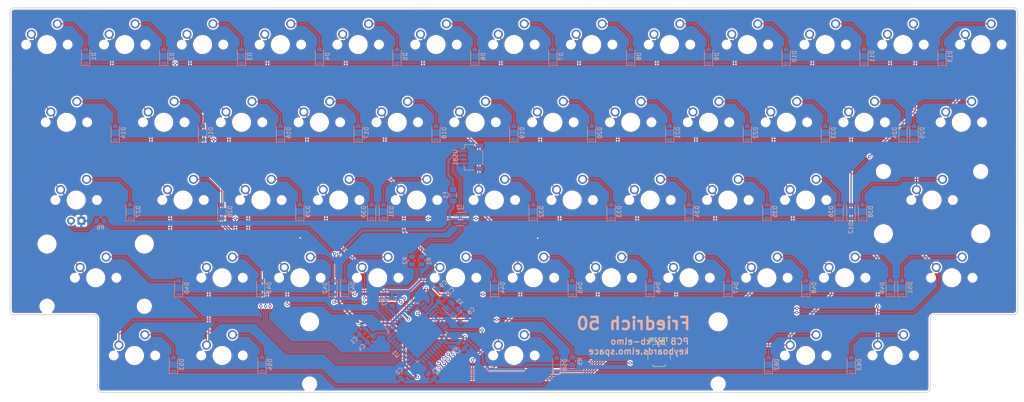
<source format=kicad_pcb>
(kicad_pcb (version 20171130) (host pcbnew "(5.1.9)-1")
  (layers (0 F.Cu signal) (31 B.Cu signal) (34 B.Paste user) (35 F.Paste user) (36 B.SilkS user) (37 F.SilkS user) (38 B.Mask user) (39 F.Mask user) (44 Edge.Cuts user))
  (net 0 "")
  (net 1 GND)
  (net 2 +5V)
  (net 3 "Net-(C7-Pad1)")
  (net 4 "Net-(C8-Pad1)")
  (net 5 "Net-(C9-Pad1)")
  (net 6 "Net-(D1-Pad2)")
  (net 7 row0)
  (net 8 "Net-(D2-Pad2)")
  (net 9 "Net-(D3-Pad2)")
  (net 10 "Net-(D4-Pad2)")
  (net 11 "Net-(D5-Pad2)")
  (net 12 "Net-(D6-Pad2)")
  (net 13 "Net-(D7-Pad2)")
  (net 14 "Net-(D8-Pad2)")
  (net 15 "Net-(D9-Pad2)")
  (net 16 "Net-(D10-Pad2)")
  (net 17 "Net-(D11-Pad2)")
  (net 18 "Net-(D12-Pad2)")
  (net 19 "Net-(D13-Pad2)")
  (net 20 "Net-(D14-Pad2)")
  (net 21 row1)
  (net 22 "Net-(D15-Pad2)")
  (net 23 "Net-(D16-Pad2)")
  (net 24 "Net-(D17-Pad2)")
  (net 25 "Net-(D18-Pad2)")
  (net 26 "Net-(D19-Pad2)")
  (net 27 "Net-(D20-Pad2)")
  (net 28 "Net-(D21-Pad2)")
  (net 29 "Net-(D22-Pad2)")
  (net 30 "Net-(D23-Pad2)")
  (net 31 "Net-(D24-Pad2)")
  (net 32 "Net-(D25-Pad2)")
  (net 33 "Net-(D27-Pad2)")
  (net 34 row2)
  (net 35 "Net-(D28-Pad2)")
  (net 36 "Net-(D29-Pad2)")
  (net 37 "Net-(D30-Pad2)")
  (net 38 "Net-(D31-Pad2)")
  (net 39 "Net-(D32-Pad2)")
  (net 40 "Net-(D33-Pad2)")
  (net 41 "Net-(D34-Pad2)")
  (net 42 "Net-(D35-Pad2)")
  (net 43 "Net-(D36-Pad2)")
  (net 44 "Net-(D38-Pad2)")
  (net 45 "Net-(D40-Pad2)")
  (net 46 row3)
  (net 47 "Net-(D41-Pad2)")
  (net 48 "Net-(D42-Pad2)")
  (net 49 "Net-(D43-Pad2)")
  (net 50 "Net-(D44-Pad2)")
  (net 51 "Net-(D45-Pad2)")
  (net 52 "Net-(D46-Pad2)")
  (net 53 "Net-(D47-Pad2)")
  (net 54 "Net-(D48-Pad2)")
  (net 55 "Net-(D49-Pad2)")
  (net 56 "Net-(D51-Pad2)")
  (net 57 "Net-(D53-Pad2)")
  (net 58 row4)
  (net 59 "Net-(D54-Pad2)")
  (net 60 "Net-(D58-Pad2)")
  (net 61 "Net-(D62-Pad2)")
  (net 62 "Net-(D63-Pad2)")
  (net 63 VCC)
  (net 64 col0)
  (net 65 col1)
  (net 66 col2)
  (net 67 col3)
  (net 68 col4)
  (net 69 col5)
  (net 70 col6)
  (net 71 col7)
  (net 72 col8)
  (net 73 col9)
  (net 74 col10)
  (net 75 col11)
  (net 76 "Net-(R1-Pad2)")
  (net 77 D+)
  (net 78 "Net-(R2-Pad2)")
  (net 79 D-)
  (net 80 "Net-(R3-Pad2)")
  (net 81 "Net-(R5-Pad1)")
  (net 82 "Net-(U1-Pad42)")
  (net 83 "Net-(U1-Pad32)")
  (net 84 "Net-(U1-Pad21)")
  (net 85 "Net-(U1-Pad20)")
  (net 86 "Net-(U1-Pad19)")
  (net 87 "Net-(U1-Pad18)")
  (net 88 "Net-(U1-Pad12)")
  (net 89 "Net-(U1-Pad8)")
  (net 90 "Net-(U2-Pad6)")
  (net 91 "Net-(U2-Pad3)")
  (net 92 "Net-(R6-Pad2)")
  (net 93 LED)
  (module MX_Only:MXOnly-1.5U-NoLED (layer F.Cu) (at 39.1668 75.7428)
    (fp_text reference MX14)
    (fp_text value MX-NoLED)
    (pad 2 thru_hole circle (at 2.54 -5.08) (size 2.25 2.25) (drill 1.47) (layers *.Cu B.Mask) (net 20 "Net-(D14-Pad2)"))
    (pad "" np_thru_hole circle (at 0 0) (size 3.9878 3.9878) (drill 3.9878) (layers *.Cu *.Mask))
    (pad 1 thru_hole circle (at -3.81 -2.54) (size 2.25 2.25) (drill 1.47) (layers *.Cu B.Mask) (net 64 col0))
    (pad "" np_thru_hole circle (at -5.08 0 48.0996) (size 1.75 1.75) (drill 1.75) (layers *.Cu *.Mask))
    (pad "" np_thru_hole circle (at 5.08 0 48.0996) (size 1.75 1.75) (drill 1.75) (layers *.Cu *.Mask))
  )
  (module MX_Only:MXOnly-1.75U (layer F.Cu) (at 41.5544 94.7928)
    (fp_text reference MX26)
    (fp_text value MX-LED)
    (pad "" np_thru_hole circle (at 5.08 0 48.0996) (size 1.75 1.75) (drill 1.75) (layers *.Cu *.Mask))
    (pad "" np_thru_hole circle (at -5.08 0 48.0996) (size 1.75 1.75) (drill 1.75) (layers *.Cu *.Mask))
    (pad 4 thru_hole rect (at 1.27 5.08) (size 1.905 1.905) (drill 1.04) (layers *.Cu B.Mask) (net 1 GND))
    (pad 3 thru_hole circle (at -1.27 5.08) (size 1.905 1.905) (drill 1.04) (layers *.Cu B.Mask) (net 93 LED))
    (pad 1 thru_hole circle (at -3.81 -2.54) (size 2.25 2.25) (drill 1.47) (layers *.Cu B.Mask) (net 64 col0))
    (pad "" np_thru_hole circle (at 0 0) (size 3.9878 3.9878) (drill 3.9878) (layers *.Cu *.Mask))
    (pad 2 thru_hole circle (at 2.54 -5.08) (size 2.25 2.25) (drill 1.47) (layers *.Cu B.Mask) (net 33 "Net-(D27-Pad2)"))
  )
  (module Resistor_SMD:R_0805_2012Metric (layer B.Cu) (at 47.498 99.8728)
    (fp_text reference R6 (at 0 1.65) (layer B.SilkS) (effects (justify mirror)))
    (fp_text value 1k)
    (pad 2 smd roundrect (at 0.9125 0) (size 1.025 1.4) (layers B.Cu B.Paste B.Mask) (roundrect_rratio 0.2439014634146341) (net 92 "Net-(R6-Pad2)"))
    (pad 1 smd roundrect (at -0.9125 0) (size 1.025 1.4) (layers B.Cu B.Paste B.Mask) (roundrect_rratio 0.2439014634146341) (net 93 LED))
  )
  (module Connector_JST:JST_SH_SM04B-SRSS-TB_1x04-1MP_P1.00mm_Horizontal (layer B.Cu) (at 138.3792 84.328 270)
    (fp_text reference USB1 (at 0 3.98 90) (layer B.SilkS) (effects (justify mirror)))
    (fp_text value Conn_01x04)
    (pad MP smd roundrect (at 2.8 -1.875 270) (size 1.2 1.8) (layers B.Cu B.Paste B.Mask) (roundrect_rratio 0.2083325))
    (pad MP smd roundrect (at -2.8 -1.875 270) (size 1.2 1.8) (layers B.Cu B.Paste B.Mask) (roundrect_rratio 0.2083325))
    (pad 4 smd roundrect (at 1.5 2 270) (size 0.6 1.55) (layers B.Cu B.Paste B.Mask) (net 1 GND))
    (pad 3 smd roundrect (at 0.5 2 270) (size 0.6 1.55) (layers B.Cu B.Paste B.Mask) (net 77 D+))
    (pad 2 smd roundrect (at -0.5 2 270) (size 0.6 1.55) (layers B.Cu B.Paste B.Mask) (net 79 D-))
    (pad 1 smd roundrect (at -1.5 2 270) (size 0.6 1.55) (layers B.Cu B.Paste B.Mask) (net 63 VCC))
  )
  (module MX_Only:MXOnly-6.25U-ReversedStabilizers-NoLED (layer F.Cu) (at 148.6916 132.8928)
    (fp_text reference MX58)
    (fp_text value MX-NoLED)
    (pad 2 thru_hole circle (at 2.54 -5.08) (size 2.25 2.25) (drill 1.47) (layers *.Cu B.Mask) (net 60 "Net-(D58-Pad2)"))
    (pad "" np_thru_hole circle (at 0 0) (size 3.9878 3.9878) (drill 3.9878) (layers *.Cu *.Mask))
    (pad 1 thru_hole circle (at -3.81 -2.54) (size 2.25 2.25) (drill 1.47) (layers *.Cu B.Mask) (net 69 col5))
    (pad "" np_thru_hole circle (at -5.08 0 48.0996) (size 1.75 1.75) (drill 1.75) (layers *.Cu *.Mask))
    (pad "" np_thru_hole circle (at 5.08 0 48.0996) (size 1.75 1.75) (drill 1.75) (layers *.Cu *.Mask))
    (pad "" np_thru_hole circle (at -49.9999 6.985) (size 3.048 3.048) (drill 3.048) (layers *.Cu *.Mask))
    (pad "" np_thru_hole circle (at 49.9999 6.985) (size 3.048 3.048) (drill 3.048) (layers *.Cu *.Mask))
    (pad "" np_thru_hole circle (at -49.9999 -8.255) (size 3.9878 3.9878) (drill 3.9878) (layers *.Cu *.Mask))
    (pad "" np_thru_hole circle (at 49.9999 -8.255) (size 3.9878 3.9878) (drill 3.9878) (layers *.Cu *.Mask))
  )
  (module MX_Only:MXOnly-1U-NoLED (layer F.Cu) (at 96.3168 113.8428)
    (fp_text reference MX42)
    (fp_text value MX-NoLED)
    (pad 2 thru_hole circle (at 2.54 -5.08) (size 2.25 2.25) (drill 1.47) (layers *.Cu B.Mask) (net 48 "Net-(D42-Pad2)"))
    (pad "" np_thru_hole circle (at 0 0) (size 3.9878 3.9878) (drill 3.9878) (layers *.Cu *.Mask))
    (pad 1 thru_hole circle (at -3.81 -2.54) (size 2.25 2.25) (drill 1.47) (layers *.Cu B.Mask) (net 66 col2))
    (pad "" np_thru_hole circle (at -5.08 0 48.0996) (size 1.75 1.75) (drill 1.75) (layers *.Cu *.Mask))
    (pad "" np_thru_hole circle (at 5.08 0 48.0996) (size 1.75 1.75) (drill 1.75) (layers *.Cu *.Mask))
  )
  (module MX_Only:MXOnly-2.25U-ReversedStabilizers-NoLED (layer F.Cu) (at 46.3296 113.8428)
    (fp_text reference MX40)
    (fp_text value MX-NoLED)
    (pad 2 thru_hole circle (at 2.54 -5.08) (size 2.25 2.25) (drill 1.47) (layers *.Cu B.Mask) (net 45 "Net-(D40-Pad2)"))
    (pad "" np_thru_hole circle (at 0 0) (size 3.9878 3.9878) (drill 3.9878) (layers *.Cu *.Mask))
    (pad 1 thru_hole circle (at -3.81 -2.54) (size 2.25 2.25) (drill 1.47) (layers *.Cu B.Mask) (net 64 col0))
    (pad "" np_thru_hole circle (at -5.08 0 48.0996) (size 1.75 1.75) (drill 1.75) (layers *.Cu *.Mask))
    (pad "" np_thru_hole circle (at 5.08 0 48.0996) (size 1.75 1.75) (drill 1.75) (layers *.Cu *.Mask))
    (pad "" np_thru_hole circle (at -11.90625 6.985) (size 3.048 3.048) (drill 3.048) (layers *.Cu *.Mask))
    (pad "" np_thru_hole circle (at 11.90625 6.985) (size 3.048 3.048) (drill 3.048) (layers *.Cu *.Mask))
    (pad "" np_thru_hole circle (at -11.90625 -8.255) (size 3.9878 3.9878) (drill 3.9878) (layers *.Cu *.Mask))
    (pad "" np_thru_hole circle (at 11.90625 -8.255) (size 3.9878 3.9878) (drill 3.9878) (layers *.Cu *.Mask))
  )
  (module MX_Only:MXOnly-1.25U-NoLED (layer F.Cu) (at 220.1164 132.8928)
    (fp_text reference MX62)
    (fp_text value MX-NoLED)
    (pad 2 thru_hole circle (at 2.54 -5.08) (size 2.25 2.25) (drill 1.47) (layers *.Cu B.Mask) (net 61 "Net-(D62-Pad2)"))
    (pad "" np_thru_hole circle (at 0 0) (size 3.9878 3.9878) (drill 3.9878) (layers *.Cu *.Mask))
    (pad 1 thru_hole circle (at -3.81 -2.54) (size 2.25 2.25) (drill 1.47) (layers *.Cu B.Mask) (net 73 col9))
    (pad "" np_thru_hole circle (at -5.08 0 48.0996) (size 1.75 1.75) (drill 1.75) (layers *.Cu *.Mask))
    (pad "" np_thru_hole circle (at 5.08 0 48.0996) (size 1.75 1.75) (drill 1.75) (layers *.Cu *.Mask))
  )
  (module MX_Only:MXOnly-1.25U-NoLED (layer F.Cu) (at 77.2668 132.8928)
    (fp_text reference MX54)
    (fp_text value MX-NoLED)
    (pad 2 thru_hole circle (at 2.54 -5.08) (size 2.25 2.25) (drill 1.47) (layers *.Cu B.Mask) (net 59 "Net-(D54-Pad2)"))
    (pad "" np_thru_hole circle (at 0 0) (size 3.9878 3.9878) (drill 3.9878) (layers *.Cu *.Mask))
    (pad 1 thru_hole circle (at -3.81 -2.54) (size 2.25 2.25) (drill 1.47) (layers *.Cu B.Mask) (net 65 col1))
    (pad "" np_thru_hole circle (at -5.08 0 48.0996) (size 1.75 1.75) (drill 1.75) (layers *.Cu *.Mask))
    (pad "" np_thru_hole circle (at 5.08 0 48.0996) (size 1.75 1.75) (drill 1.75) (layers *.Cu *.Mask))
  )
  (module MX_Only:MXOnly-1.75U-NoLED (layer F.Cu) (at 255.8796 113.8428)
    (fp_text reference MX51)
    (fp_text value MX-NoLED)
    (pad 2 thru_hole circle (at 2.54 -5.08) (size 2.25 2.25) (drill 1.47) (layers *.Cu B.Mask) (net 56 "Net-(D51-Pad2)"))
    (pad "" np_thru_hole circle (at 0 0) (size 3.9878 3.9878) (drill 3.9878) (layers *.Cu *.Mask))
    (pad 1 thru_hole circle (at -3.81 -2.54) (size 2.25 2.25) (drill 1.47) (layers *.Cu B.Mask) (net 75 col11))
    (pad "" np_thru_hole circle (at -5.08 0 48.0996) (size 1.75 1.75) (drill 1.75) (layers *.Cu *.Mask))
    (pad "" np_thru_hole circle (at 5.08 0 48.0996) (size 1.75 1.75) (drill 1.75) (layers *.Cu *.Mask))
  )
  (module MX_Only:MXOnly-2.25U-NoLED (layer F.Cu) (at 251.0536 94.7928)
    (fp_text reference MX38)
    (fp_text value MX-NoLED)
    (pad 2 thru_hole circle (at 2.54 -5.08) (size 2.25 2.25) (drill 1.47) (layers *.Cu B.Mask) (net 44 "Net-(D38-Pad2)"))
    (pad "" np_thru_hole circle (at 0 0) (size 3.9878 3.9878) (drill 3.9878) (layers *.Cu *.Mask))
    (pad 1 thru_hole circle (at -3.81 -2.54) (size 2.25 2.25) (drill 1.47) (layers *.Cu B.Mask) (net 75 col11))
    (pad "" np_thru_hole circle (at -5.08 0 48.0996) (size 1.75 1.75) (drill 1.75) (layers *.Cu *.Mask))
    (pad "" np_thru_hole circle (at 5.08 0 48.0996) (size 1.75 1.75) (drill 1.75) (layers *.Cu *.Mask))
    (pad "" np_thru_hole circle (at -11.90625 -6.985) (size 3.048 3.048) (drill 3.048) (layers *.Cu *.Mask))
    (pad "" np_thru_hole circle (at 11.90625 -6.985) (size 3.048 3.048) (drill 3.048) (layers *.Cu *.Mask))
    (pad "" np_thru_hole circle (at -11.90625 8.255) (size 3.9878 3.9878) (drill 3.9878) (layers *.Cu *.Mask))
    (pad "" np_thru_hole circle (at 11.90625 8.255) (size 3.9878 3.9878) (drill 3.9878) (layers *.Cu *.Mask))
  )
  (module MX_Only:MXOnly-1.5U-NoLED (layer F.Cu) (at 258.2164 75.7428)
    (fp_text reference MX25)
    (fp_text value MX-NoLED)
    (pad 2 thru_hole circle (at 2.54 -5.08) (size 2.25 2.25) (drill 1.47) (layers *.Cu B.Mask) (net 32 "Net-(D25-Pad2)"))
    (pad "" np_thru_hole circle (at 0 0) (size 3.9878 3.9878) (drill 3.9878) (layers *.Cu *.Mask))
    (pad 1 thru_hole circle (at -3.81 -2.54) (size 2.25 2.25) (drill 1.47) (layers *.Cu B.Mask) (net 75 col11))
    (pad "" np_thru_hole circle (at -5.08 0 48.0996) (size 1.75 1.75) (drill 1.75) (layers *.Cu *.Mask))
    (pad "" np_thru_hole circle (at 5.08 0 48.0996) (size 1.75 1.75) (drill 1.75) (layers *.Cu *.Mask))
  )
  (module Crystal:Crystal_SMD_3225-4Pin_3.2x2.5mm (layer B.Cu) (at 133.6548 121.412 135)
    (fp_text reference X1 (at 0 2.450001 135) (layer B.SilkS) (effects (justify mirror)))
    (fp_text value Crystal_GND24_Small)
    (pad 4 smd rect (at -1.1 0.85 135) (size 1.4 1.2) (layers B.Cu B.Paste B.Mask) (net 1 GND))
    (pad 3 smd rect (at 1.1 0.85 135) (size 1.4 1.2) (layers B.Cu B.Paste B.Mask) (net 5 "Net-(C9-Pad1)"))
    (pad 2 smd rect (at 1.1 -0.85 135) (size 1.4 1.2) (layers B.Cu B.Paste B.Mask) (net 1 GND))
    (pad 1 smd rect (at -1.1 -0.85 135) (size 1.4 1.2) (layers B.Cu B.Paste B.Mask) (net 4 "Net-(C8-Pad1)"))
  )
  (module Package_TO_SOT_SMD:SOT-23-6 (layer B.Cu) (at 135.5852 99.4664 180)
    (fp_text reference U2 (at 0 2.9) (layer B.SilkS) (effects (justify mirror)))
    (fp_text value SRV05-4)
    (pad 5 smd rect (at 1.1 0 180) (size 1.06 0.65) (layers B.Cu B.Paste B.Mask) (net 2 +5V))
    (pad 6 smd rect (at 1.1 0.95 180) (size 1.06 0.65) (layers B.Cu B.Paste B.Mask) (net 90 "Net-(U2-Pad6)"))
    (pad 4 smd rect (at 1.1 -0.95 180) (size 1.06 0.65) (layers B.Cu B.Paste B.Mask) (net 79 D-))
    (pad 3 smd rect (at -1.1 -0.95 180) (size 1.06 0.65) (layers B.Cu B.Paste B.Mask) (net 91 "Net-(U2-Pad3)"))
    (pad 2 smd rect (at -1.1 0 180) (size 1.06 0.65) (layers B.Cu B.Paste B.Mask) (net 1 GND))
    (pad 1 smd rect (at -1.1 0.95 180) (size 1.06 0.65) (layers B.Cu B.Paste B.Mask) (net 77 D+))
  )
  (module Package_QFP:TQFP-44_10x10mm_P0.8mm (layer B.Cu) (at 125.0696 127.254 315)
    (fp_text reference U1 (at 0 7.45 135) (layer B.SilkS) (effects (justify mirror)))
    (fp_text value ATmega32U4-AU)
    (pad 44 smd rect (at -4 5.7 225) (size 1.5 0.55) (layers B.Cu B.Paste B.Mask) (net 2 +5V))
    (pad 43 smd rect (at -3.2 5.7 225) (size 1.5 0.55) (layers B.Cu B.Paste B.Mask) (net 1 GND))
    (pad 42 smd rect (at -2.4 5.7 225) (size 1.5 0.55) (layers B.Cu B.Paste B.Mask) (net 82 "Net-(U1-Pad42)"))
    (pad 41 smd rect (at -1.6 5.7 225) (size 1.5 0.55) (layers B.Cu B.Paste B.Mask) (net 34 row2))
    (pad 40 smd rect (at -0.8 5.7 225) (size 1.5 0.55) (layers B.Cu B.Paste B.Mask) (net 21 row1))
    (pad 39 smd rect (at 0 5.7 225) (size 1.5 0.55) (layers B.Cu B.Paste B.Mask) (net 7 row0))
    (pad 38 smd rect (at 0.8 5.7 225) (size 1.5 0.55) (layers B.Cu B.Paste B.Mask) (net 46 row3))
    (pad 37 smd rect (at 1.6 5.7 225) (size 1.5 0.55) (layers B.Cu B.Paste B.Mask) (net 64 col0))
    (pad 36 smd rect (at 2.4 5.7 225) (size 1.5 0.55) (layers B.Cu B.Paste B.Mask) (net 65 col1))
    (pad 35 smd rect (at 3.2 5.7 225) (size 1.5 0.55) (layers B.Cu B.Paste B.Mask) (net 1 GND))
    (pad 34 smd rect (at 4 5.7 225) (size 1.5 0.55) (layers B.Cu B.Paste B.Mask) (net 2 +5V))
    (pad 33 smd rect (at 5.7 4 315) (size 1.5 0.55) (layers B.Cu B.Paste B.Mask) (net 80 "Net-(R3-Pad2)"))
    (pad 32 smd rect (at 5.7 3.2 315) (size 1.5 0.55) (layers B.Cu B.Paste B.Mask) (net 83 "Net-(U1-Pad32)"))
    (pad 31 smd rect (at 5.7 2.4 315) (size 1.5 0.55) (layers B.Cu B.Paste B.Mask) (net 73 col9))
    (pad 30 smd rect (at 5.7 1.6 315) (size 1.5 0.55) (layers B.Cu B.Paste B.Mask) (net 75 col11))
    (pad 29 smd rect (at 5.7 0.8 315) (size 1.5 0.55) (layers B.Cu B.Paste B.Mask) (net 74 col10))
    (pad 28 smd rect (at 5.7 0 315) (size 1.5 0.55) (layers B.Cu B.Paste B.Mask) (net 72 col8))
    (pad 27 smd rect (at 5.7 -0.8 315) (size 1.5 0.55) (layers B.Cu B.Paste B.Mask) (net 71 col7))
    (pad 26 smd rect (at 5.7 -1.6 315) (size 1.5 0.55) (layers B.Cu B.Paste B.Mask) (net 70 col6))
    (pad 25 smd rect (at 5.7 -2.4 315) (size 1.5 0.55) (layers B.Cu B.Paste B.Mask) (net 69 col5))
    (pad 24 smd rect (at 5.7 -3.2 315) (size 1.5 0.55) (layers B.Cu B.Paste B.Mask) (net 2 +5V))
    (pad 23 smd rect (at 5.7 -4 315) (size 1.5 0.55) (layers B.Cu B.Paste B.Mask) (net 1 GND))
    (pad 22 smd rect (at 4 -5.7 225) (size 1.5 0.55) (layers B.Cu B.Paste B.Mask) (net 58 row4))
    (pad 21 smd rect (at 3.2 -5.7 225) (size 1.5 0.55) (layers B.Cu B.Paste B.Mask) (net 84 "Net-(U1-Pad21)"))
    (pad 20 smd rect (at 2.4 -5.7 225) (size 1.5 0.55) (layers B.Cu B.Paste B.Mask) (net 85 "Net-(U1-Pad20)"))
    (pad 19 smd rect (at 1.6 -5.7 225) (size 1.5 0.55) (layers B.Cu B.Paste B.Mask) (net 86 "Net-(U1-Pad19)"))
    (pad 18 smd rect (at 0.8 -5.7 225) (size 1.5 0.55) (layers B.Cu B.Paste B.Mask) (net 87 "Net-(U1-Pad18)"))
    (pad 17 smd rect (at 0 -5.7 225) (size 1.5 0.55) (layers B.Cu B.Paste B.Mask) (net 4 "Net-(C8-Pad1)"))
    (pad 16 smd rect (at -0.8 -5.7 225) (size 1.5 0.55) (layers B.Cu B.Paste B.Mask) (net 5 "Net-(C9-Pad1)"))
    (pad 15 smd rect (at -1.6 -5.7 225) (size 1.5 0.55) (layers B.Cu B.Paste B.Mask) (net 1 GND))
    (pad 14 smd rect (at -2.4 -5.7 225) (size 1.5 0.55) (layers B.Cu B.Paste B.Mask) (net 2 +5V))
    (pad 13 smd rect (at -3.2 -5.7 225) (size 1.5 0.55) (layers B.Cu B.Paste B.Mask) (net 81 "Net-(R5-Pad1)"))
    (pad 12 smd rect (at -4 -5.7 225) (size 1.5 0.55) (layers B.Cu B.Paste B.Mask) (net 88 "Net-(U1-Pad12)"))
    (pad 11 smd rect (at -5.7 -4 315) (size 1.5 0.55) (layers B.Cu B.Paste B.Mask) (net 68 col4))
    (pad 10 smd rect (at -5.7 -3.2 315) (size 1.5 0.55) (layers B.Cu B.Paste B.Mask) (net 67 col3))
    (pad 9 smd rect (at -5.7 -2.4 315) (size 1.5 0.55) (layers B.Cu B.Paste B.Mask) (net 92 "Net-(R6-Pad2)"))
    (pad 8 smd rect (at -5.7 -1.6 315) (size 1.5 0.55) (layers B.Cu B.Paste B.Mask) (net 89 "Net-(U1-Pad8)"))
    (pad 7 smd rect (at -5.7 -0.8 315) (size 1.5 0.55) (layers B.Cu B.Paste B.Mask) (net 2 +5V))
    (pad 6 smd rect (at -5.7 0 315) (size 1.5 0.55) (layers B.Cu B.Paste B.Mask) (net 3 "Net-(C7-Pad1)"))
    (pad 5 smd rect (at -5.7 0.8 315) (size 1.5 0.55) (layers B.Cu B.Paste B.Mask) (net 1 GND))
    (pad 4 smd rect (at -5.7 1.6 315) (size 1.5 0.55) (layers B.Cu B.Paste B.Mask) (net 76 "Net-(R1-Pad2)"))
    (pad 3 smd rect (at -5.7 2.4 315) (size 1.5 0.55) (layers B.Cu B.Paste B.Mask) (net 78 "Net-(R2-Pad2)"))
    (pad 2 smd rect (at -5.7 3.2 315) (size 1.5 0.55) (layers B.Cu B.Paste B.Mask) (net 2 +5V))
    (pad 1 smd rect (at -5.7 4 315) (size 1.5 0.55) (layers B.Cu B.Paste B.Mask) (net 66 col2))
  )
  (module Button_Switch_SMD:SW_SPST_TL3342 (layer F.Cu) (at 184.2516 132.842)
    (fp_text reference RESET (at 0 -3.75) (layer F.SilkS))
    (fp_text value SW_Push)
    (pad 2 smd rect (at 3.15 1.9) (size 1.7 1) (layers F.Cu F.Paste F.Mask) (net 81 "Net-(R5-Pad1)"))
    (pad 2 smd rect (at -3.15 1.9) (size 1.7 1) (layers F.Cu F.Paste F.Mask) (net 81 "Net-(R5-Pad1)"))
    (pad 1 smd rect (at 3.15 -1.9) (size 1.7 1) (layers F.Cu F.Paste F.Mask) (net 1 GND))
    (pad 1 smd rect (at -3.15 -1.9) (size 1.7 1) (layers F.Cu F.Paste F.Mask) (net 1 GND))
  )
  (module Resistor_SMD:R_0805_2012Metric (layer B.Cu) (at 163.0172 134.2644 270)
    (fp_text reference R5 (at 0.1016 -1.8796 90) (layer B.SilkS) (effects (justify mirror)))
    (fp_text value 10k)
    (pad 2 smd roundrect (at 0.9125 0 270) (size 1.025 1.4) (layers B.Cu B.Paste B.Mask) (roundrect_rratio 0.2439004878048781) (net 2 +5V))
    (pad 1 smd roundrect (at -0.9125 0 270) (size 1.025 1.4) (layers B.Cu B.Paste B.Mask) (roundrect_rratio 0.2439004878048781) (net 81 "Net-(R5-Pad1)"))
  )
  (module Resistor_SMD:R_0805_2012Metric (layer B.Cu) (at 128.4224 137.9728 135)
    (fp_text reference R3 (at 0 1.65 135) (layer B.SilkS) (effects (justify mirror)))
    (fp_text value 10k)
    (pad 2 smd roundrect (at 0.9125 0 135) (size 1.025 1.4) (layers B.Cu B.Paste B.Mask) (roundrect_rratio 0.2439004878048781) (net 80 "Net-(R3-Pad2)"))
    (pad 1 smd roundrect (at -0.9125 0 135) (size 1.025 1.4) (layers B.Cu B.Paste B.Mask) (roundrect_rratio 0.2439004878048781) (net 1 GND))
  )
  (module Resistor_SMD:R_0805_2012Metric (layer B.Cu) (at 123.698 109.6264 270)
    (fp_text reference R2 (at 0 1.65 270) (layer B.SilkS) (effects (justify mirror)))
    (fp_text value 22)
    (pad 2 smd roundrect (at 0.9125 0 270) (size 1.025 1.4) (layers B.Cu B.Paste B.Mask) (roundrect_rratio 0.2439004878048781) (net 78 "Net-(R2-Pad2)"))
    (pad 1 smd roundrect (at -0.9125 0 270) (size 1.025 1.4) (layers B.Cu B.Paste B.Mask) (roundrect_rratio 0.2439004878048781) (net 79 D-))
  )
  (module Resistor_SMD:R_0805_2012Metric (layer B.Cu) (at 126.0856 109.6264 270)
    (fp_text reference R1 (at 0.1524 -1.8288 270) (layer B.SilkS) (effects (justify mirror)))
    (fp_text value 22)
    (pad 2 smd roundrect (at 0.9125 0 270) (size 1.025 1.4) (layers B.Cu B.Paste B.Mask) (roundrect_rratio 0.2439004878048781) (net 76 "Net-(R1-Pad2)"))
    (pad 1 smd roundrect (at -0.9125 0 270) (size 1.025 1.4) (layers B.Cu B.Paste B.Mask) (roundrect_rratio 0.2439004878048781) (net 77 D+))
  )
  (module MX_Only:MXOnly-1U-NoLED (layer F.Cu) (at 241.554 132.8928)
    (fp_text reference MX63)
    (fp_text value MX-NoLED)
    (pad 2 thru_hole circle (at 2.54 -5.08) (size 2.25 2.25) (drill 1.47) (layers *.Cu B.Mask) (net 62 "Net-(D63-Pad2)"))
    (pad "" np_thru_hole circle (at 0 0) (size 3.9878 3.9878) (drill 3.9878) (layers *.Cu *.Mask))
    (pad 1 thru_hole circle (at -3.81 -2.54) (size 2.25 2.25) (drill 1.47) (layers *.Cu B.Mask) (net 74 col10))
    (pad "" np_thru_hole circle (at -5.08 0 48.0996) (size 1.75 1.75) (drill 1.75) (layers *.Cu *.Mask))
    (pad "" np_thru_hole circle (at 5.08 0 48.0996) (size 1.75 1.75) (drill 1.75) (layers *.Cu *.Mask))
  )
  (module MX_Only:MXOnly-1U-NoLED (layer F.Cu) (at 55.8292 132.8928)
    (fp_text reference MX53)
    (fp_text value MX-NoLED)
    (pad 2 thru_hole circle (at 2.54 -5.08) (size 2.25 2.25) (drill 1.47) (layers *.Cu B.Mask) (net 57 "Net-(D53-Pad2)"))
    (pad "" np_thru_hole circle (at 0 0) (size 3.9878 3.9878) (drill 3.9878) (layers *.Cu *.Mask))
    (pad 1 thru_hole circle (at -3.81 -2.54) (size 2.25 2.25) (drill 1.47) (layers *.Cu B.Mask) (net 64 col0))
    (pad "" np_thru_hole circle (at -5.08 0 48.0996) (size 1.75 1.75) (drill 1.75) (layers *.Cu *.Mask))
    (pad "" np_thru_hole circle (at 5.08 0 48.0996) (size 1.75 1.75) (drill 1.75) (layers *.Cu *.Mask))
  )
  (module MX_Only:MXOnly-1U-NoLED (layer F.Cu) (at 229.6668 113.8428)
    (fp_text reference MX49)
    (fp_text value MX-NoLED)
    (pad 2 thru_hole circle (at 2.54 -5.08) (size 2.25 2.25) (drill 1.47) (layers *.Cu B.Mask) (net 55 "Net-(D49-Pad2)"))
    (pad "" np_thru_hole circle (at 0 0) (size 3.9878 3.9878) (drill 3.9878) (layers *.Cu *.Mask))
    (pad 1 thru_hole circle (at -3.81 -2.54) (size 2.25 2.25) (drill 1.47) (layers *.Cu B.Mask) (net 73 col9))
    (pad "" np_thru_hole circle (at -5.08 0 48.0996) (size 1.75 1.75) (drill 1.75) (layers *.Cu *.Mask))
    (pad "" np_thru_hole circle (at 5.08 0 48.0996) (size 1.75 1.75) (drill 1.75) (layers *.Cu *.Mask))
  )
  (module MX_Only:MXOnly-1U-NoLED (layer F.Cu) (at 210.6168 113.8428)
    (fp_text reference MX48)
    (fp_text value MX-NoLED)
    (pad 2 thru_hole circle (at 2.54 -5.08) (size 2.25 2.25) (drill 1.47) (layers *.Cu B.Mask) (net 54 "Net-(D48-Pad2)"))
    (pad "" np_thru_hole circle (at 0 0) (size 3.9878 3.9878) (drill 3.9878) (layers *.Cu *.Mask))
    (pad 1 thru_hole circle (at -3.81 -2.54) (size 2.25 2.25) (drill 1.47) (layers *.Cu B.Mask) (net 72 col8))
    (pad "" np_thru_hole circle (at -5.08 0 48.0996) (size 1.75 1.75) (drill 1.75) (layers *.Cu *.Mask))
    (pad "" np_thru_hole circle (at 5.08 0 48.0996) (size 1.75 1.75) (drill 1.75) (layers *.Cu *.Mask))
  )
  (module MX_Only:MXOnly-1U-NoLED (layer F.Cu) (at 191.5668 113.8428)
    (fp_text reference MX47)
    (fp_text value MX-NoLED)
    (pad 2 thru_hole circle (at 2.54 -5.08) (size 2.25 2.25) (drill 1.47) (layers *.Cu B.Mask) (net 53 "Net-(D47-Pad2)"))
    (pad "" np_thru_hole circle (at 0 0) (size 3.9878 3.9878) (drill 3.9878) (layers *.Cu *.Mask))
    (pad 1 thru_hole circle (at -3.81 -2.54) (size 2.25 2.25) (drill 1.47) (layers *.Cu B.Mask) (net 71 col7))
    (pad "" np_thru_hole circle (at -5.08 0 48.0996) (size 1.75 1.75) (drill 1.75) (layers *.Cu *.Mask))
    (pad "" np_thru_hole circle (at 5.08 0 48.0996) (size 1.75 1.75) (drill 1.75) (layers *.Cu *.Mask))
  )
  (module MX_Only:MXOnly-1U-NoLED (layer F.Cu) (at 172.5168 113.8428)
    (fp_text reference MX46)
    (fp_text value MX-NoLED)
    (pad 2 thru_hole circle (at 2.54 -5.08) (size 2.25 2.25) (drill 1.47) (layers *.Cu B.Mask) (net 52 "Net-(D46-Pad2)"))
    (pad "" np_thru_hole circle (at 0 0) (size 3.9878 3.9878) (drill 3.9878) (layers *.Cu *.Mask))
    (pad 1 thru_hole circle (at -3.81 -2.54) (size 2.25 2.25) (drill 1.47) (layers *.Cu B.Mask) (net 70 col6))
    (pad "" np_thru_hole circle (at -5.08 0 48.0996) (size 1.75 1.75) (drill 1.75) (layers *.Cu *.Mask))
    (pad "" np_thru_hole circle (at 5.08 0 48.0996) (size 1.75 1.75) (drill 1.75) (layers *.Cu *.Mask))
  )
  (module MX_Only:MXOnly-1U-NoLED (layer F.Cu) (at 153.4668 113.8428)
    (fp_text reference MX45)
    (fp_text value MX-NoLED)
    (pad 2 thru_hole circle (at 2.54 -5.08) (size 2.25 2.25) (drill 1.47) (layers *.Cu B.Mask) (net 51 "Net-(D45-Pad2)"))
    (pad "" np_thru_hole circle (at 0 0) (size 3.9878 3.9878) (drill 3.9878) (layers *.Cu *.Mask))
    (pad 1 thru_hole circle (at -3.81 -2.54) (size 2.25 2.25) (drill 1.47) (layers *.Cu B.Mask) (net 69 col5))
    (pad "" np_thru_hole circle (at -5.08 0 48.0996) (size 1.75 1.75) (drill 1.75) (layers *.Cu *.Mask))
    (pad "" np_thru_hole circle (at 5.08 0 48.0996) (size 1.75 1.75) (drill 1.75) (layers *.Cu *.Mask))
  )
  (module MX_Only:MXOnly-1U-NoLED (layer F.Cu) (at 134.4168 113.8428)
    (fp_text reference MX44)
    (fp_text value MX-NoLED)
    (pad 2 thru_hole circle (at 2.54 -5.08) (size 2.25 2.25) (drill 1.47) (layers *.Cu B.Mask) (net 50 "Net-(D44-Pad2)"))
    (pad "" np_thru_hole circle (at 0 0) (size 3.9878 3.9878) (drill 3.9878) (layers *.Cu *.Mask))
    (pad 1 thru_hole circle (at -3.81 -2.54) (size 2.25 2.25) (drill 1.47) (layers *.Cu B.Mask) (net 68 col4))
    (pad "" np_thru_hole circle (at -5.08 0 48.0996) (size 1.75 1.75) (drill 1.75) (layers *.Cu *.Mask))
    (pad "" np_thru_hole circle (at 5.08 0 48.0996) (size 1.75 1.75) (drill 1.75) (layers *.Cu *.Mask))
  )
  (module MX_Only:MXOnly-1U-NoLED (layer F.Cu) (at 115.3668 113.8428)
    (fp_text reference MX43)
    (fp_text value MX-NoLED)
    (pad 2 thru_hole circle (at 2.54 -5.08) (size 2.25 2.25) (drill 1.47) (layers *.Cu B.Mask) (net 49 "Net-(D43-Pad2)"))
    (pad "" np_thru_hole circle (at 0 0) (size 3.9878 3.9878) (drill 3.9878) (layers *.Cu *.Mask))
    (pad 1 thru_hole circle (at -3.81 -2.54) (size 2.25 2.25) (drill 1.47) (layers *.Cu B.Mask) (net 67 col3))
    (pad "" np_thru_hole circle (at -5.08 0 48.0996) (size 1.75 1.75) (drill 1.75) (layers *.Cu *.Mask))
    (pad "" np_thru_hole circle (at 5.08 0 48.0996) (size 1.75 1.75) (drill 1.75) (layers *.Cu *.Mask))
  )
  (module MX_Only:MXOnly-1U-NoLED (layer F.Cu) (at 77.2668 113.8428)
    (fp_text reference MX41)
    (fp_text value MX-NoLED)
    (pad 2 thru_hole circle (at 2.54 -5.08) (size 2.25 2.25) (drill 1.47) (layers *.Cu B.Mask) (net 47 "Net-(D41-Pad2)"))
    (pad "" np_thru_hole circle (at 0 0) (size 3.9878 3.9878) (drill 3.9878) (layers *.Cu *.Mask))
    (pad 1 thru_hole circle (at -3.81 -2.54) (size 2.25 2.25) (drill 1.47) (layers *.Cu B.Mask) (net 65 col1))
    (pad "" np_thru_hole circle (at -5.08 0 48.0996) (size 1.75 1.75) (drill 1.75) (layers *.Cu *.Mask))
    (pad "" np_thru_hole circle (at 5.08 0 48.0996) (size 1.75 1.75) (drill 1.75) (layers *.Cu *.Mask))
  )
  (module MX_Only:MXOnly-1U-NoLED (layer F.Cu) (at 220.1164 94.7928)
    (fp_text reference MX36)
    (fp_text value MX-NoLED)
    (pad 2 thru_hole circle (at 2.54 -5.08) (size 2.25 2.25) (drill 1.47) (layers *.Cu B.Mask) (net 43 "Net-(D36-Pad2)"))
    (pad "" np_thru_hole circle (at 0 0) (size 3.9878 3.9878) (drill 3.9878) (layers *.Cu *.Mask))
    (pad 1 thru_hole circle (at -3.81 -2.54) (size 2.25 2.25) (drill 1.47) (layers *.Cu B.Mask) (net 73 col9))
    (pad "" np_thru_hole circle (at -5.08 0 48.0996) (size 1.75 1.75) (drill 1.75) (layers *.Cu *.Mask))
    (pad "" np_thru_hole circle (at 5.08 0 48.0996) (size 1.75 1.75) (drill 1.75) (layers *.Cu *.Mask))
  )
  (module MX_Only:MXOnly-1U-NoLED (layer F.Cu) (at 201.0664 94.7928)
    (fp_text reference MX35)
    (fp_text value MX-NoLED)
    (pad 2 thru_hole circle (at 2.54 -5.08) (size 2.25 2.25) (drill 1.47) (layers *.Cu B.Mask) (net 42 "Net-(D35-Pad2)"))
    (pad "" np_thru_hole circle (at 0 0) (size 3.9878 3.9878) (drill 3.9878) (layers *.Cu *.Mask))
    (pad 1 thru_hole circle (at -3.81 -2.54) (size 2.25 2.25) (drill 1.47) (layers *.Cu B.Mask) (net 72 col8))
    (pad "" np_thru_hole circle (at -5.08 0 48.0996) (size 1.75 1.75) (drill 1.75) (layers *.Cu *.Mask))
    (pad "" np_thru_hole circle (at 5.08 0 48.0996) (size 1.75 1.75) (drill 1.75) (layers *.Cu *.Mask))
  )
  (module MX_Only:MXOnly-1U-NoLED (layer F.Cu) (at 182.0164 94.7928)
    (fp_text reference MX34)
    (fp_text value MX-NoLED)
    (pad 2 thru_hole circle (at 2.54 -5.08) (size 2.25 2.25) (drill 1.47) (layers *.Cu B.Mask) (net 41 "Net-(D34-Pad2)"))
    (pad "" np_thru_hole circle (at 0 0) (size 3.9878 3.9878) (drill 3.9878) (layers *.Cu *.Mask))
    (pad 1 thru_hole circle (at -3.81 -2.54) (size 2.25 2.25) (drill 1.47) (layers *.Cu B.Mask) (net 71 col7))
    (pad "" np_thru_hole circle (at -5.08 0 48.0996) (size 1.75 1.75) (drill 1.75) (layers *.Cu *.Mask))
    (pad "" np_thru_hole circle (at 5.08 0 48.0996) (size 1.75 1.75) (drill 1.75) (layers *.Cu *.Mask))
  )
  (module MX_Only:MXOnly-1U-NoLED (layer F.Cu) (at 162.9664 94.7928)
    (fp_text reference MX33)
    (fp_text value MX-NoLED)
    (pad 2 thru_hole circle (at 2.54 -5.08) (size 2.25 2.25) (drill 1.47) (layers *.Cu B.Mask) (net 40 "Net-(D33-Pad2)"))
    (pad "" np_thru_hole circle (at 0 0) (size 3.9878 3.9878) (drill 3.9878) (layers *.Cu *.Mask))
    (pad 1 thru_hole circle (at -3.81 -2.54) (size 2.25 2.25) (drill 1.47) (layers *.Cu B.Mask) (net 70 col6))
    (pad "" np_thru_hole circle (at -5.08 0 48.0996) (size 1.75 1.75) (drill 1.75) (layers *.Cu *.Mask))
    (pad "" np_thru_hole circle (at 5.08 0 48.0996) (size 1.75 1.75) (drill 1.75) (layers *.Cu *.Mask))
  )
  (module MX_Only:MXOnly-1U-NoLED (layer F.Cu) (at 143.9164 94.7928)
    (fp_text reference MX32)
    (fp_text value MX-NoLED)
    (pad 2 thru_hole circle (at 2.54 -5.08) (size 2.25 2.25) (drill 1.47) (layers *.Cu B.Mask) (net 39 "Net-(D32-Pad2)"))
    (pad "" np_thru_hole circle (at 0 0) (size 3.9878 3.9878) (drill 3.9878) (layers *.Cu *.Mask))
    (pad 1 thru_hole circle (at -3.81 -2.54) (size 2.25 2.25) (drill 1.47) (layers *.Cu B.Mask) (net 69 col5))
    (pad "" np_thru_hole circle (at -5.08 0 48.0996) (size 1.75 1.75) (drill 1.75) (layers *.Cu *.Mask))
    (pad "" np_thru_hole circle (at 5.08 0 48.0996) (size 1.75 1.75) (drill 1.75) (layers *.Cu *.Mask))
  )
  (module MX_Only:MXOnly-1U-NoLED (layer F.Cu) (at 124.8664 94.7928)
    (fp_text reference MX31)
    (fp_text value MX-NoLED)
    (pad 2 thru_hole circle (at 2.54 -5.08) (size 2.25 2.25) (drill 1.47) (layers *.Cu B.Mask) (net 38 "Net-(D31-Pad2)"))
    (pad "" np_thru_hole circle (at 0 0) (size 3.9878 3.9878) (drill 3.9878) (layers *.Cu *.Mask))
    (pad 1 thru_hole circle (at -3.81 -2.54) (size 2.25 2.25) (drill 1.47) (layers *.Cu B.Mask) (net 68 col4))
    (pad "" np_thru_hole circle (at -5.08 0 48.0996) (size 1.75 1.75) (drill 1.75) (layers *.Cu *.Mask))
    (pad "" np_thru_hole circle (at 5.08 0 48.0996) (size 1.75 1.75) (drill 1.75) (layers *.Cu *.Mask))
  )
  (module MX_Only:MXOnly-1U-NoLED (layer F.Cu) (at 105.8164 94.7928)
    (fp_text reference MX30)
    (fp_text value MX-NoLED)
    (pad 2 thru_hole circle (at 2.54 -5.08) (size 2.25 2.25) (drill 1.47) (layers *.Cu B.Mask) (net 37 "Net-(D30-Pad2)"))
    (pad "" np_thru_hole circle (at 0 0) (size 3.9878 3.9878) (drill 3.9878) (layers *.Cu *.Mask))
    (pad 1 thru_hole circle (at -3.81 -2.54) (size 2.25 2.25) (drill 1.47) (layers *.Cu B.Mask) (net 67 col3))
    (pad "" np_thru_hole circle (at -5.08 0 48.0996) (size 1.75 1.75) (drill 1.75) (layers *.Cu *.Mask))
    (pad "" np_thru_hole circle (at 5.08 0 48.0996) (size 1.75 1.75) (drill 1.75) (layers *.Cu *.Mask))
  )
  (module MX_Only:MXOnly-1U-NoLED (layer F.Cu) (at 86.7664 94.7928)
    (fp_text reference MX29)
    (fp_text value MX-NoLED)
    (pad 2 thru_hole circle (at 2.54 -5.08) (size 2.25 2.25) (drill 1.47) (layers *.Cu B.Mask) (net 36 "Net-(D29-Pad2)"))
    (pad "" np_thru_hole circle (at 0 0) (size 3.9878 3.9878) (drill 3.9878) (layers *.Cu *.Mask))
    (pad 1 thru_hole circle (at -3.81 -2.54) (size 2.25 2.25) (drill 1.47) (layers *.Cu B.Mask) (net 66 col2))
    (pad "" np_thru_hole circle (at -5.08 0 48.0996) (size 1.75 1.75) (drill 1.75) (layers *.Cu *.Mask))
    (pad "" np_thru_hole circle (at 5.08 0 48.0996) (size 1.75 1.75) (drill 1.75) (layers *.Cu *.Mask))
  )
  (module MX_Only:MXOnly-1U-NoLED (layer F.Cu) (at 67.7164 94.7928)
    (fp_text reference MX28)
    (fp_text value MX-NoLED)
    (pad 2 thru_hole circle (at 2.54 -5.08) (size 2.25 2.25) (drill 1.47) (layers *.Cu B.Mask) (net 35 "Net-(D28-Pad2)"))
    (pad "" np_thru_hole circle (at 0 0) (size 3.9878 3.9878) (drill 3.9878) (layers *.Cu *.Mask))
    (pad 1 thru_hole circle (at -3.81 -2.54) (size 2.25 2.25) (drill 1.47) (layers *.Cu B.Mask) (net 65 col1))
    (pad "" np_thru_hole circle (at -5.08 0 48.0996) (size 1.75 1.75) (drill 1.75) (layers *.Cu *.Mask))
    (pad "" np_thru_hole circle (at 5.08 0 48.0996) (size 1.75 1.75) (drill 1.75) (layers *.Cu *.Mask))
  )
  (module MX_Only:MXOnly-1U-NoLED (layer F.Cu) (at 234.442 75.7428)
    (fp_text reference MX24)
    (fp_text value MX-NoLED)
    (pad 2 thru_hole circle (at 2.54 -5.08) (size 2.25 2.25) (drill 1.47) (layers *.Cu B.Mask) (net 31 "Net-(D24-Pad2)"))
    (pad "" np_thru_hole circle (at 0 0) (size 3.9878 3.9878) (drill 3.9878) (layers *.Cu *.Mask))
    (pad 1 thru_hole circle (at -3.81 -2.54) (size 2.25 2.25) (drill 1.47) (layers *.Cu B.Mask) (net 74 col10))
    (pad "" np_thru_hole circle (at -5.08 0 48.0996) (size 1.75 1.75) (drill 1.75) (layers *.Cu *.Mask))
    (pad "" np_thru_hole circle (at 5.08 0 48.0996) (size 1.75 1.75) (drill 1.75) (layers *.Cu *.Mask))
  )
  (module MX_Only:MXOnly-1U-NoLED (layer F.Cu) (at 215.392 75.7428)
    (fp_text reference MX23)
    (fp_text value MX-NoLED)
    (pad 2 thru_hole circle (at 2.54 -5.08) (size 2.25 2.25) (drill 1.47) (layers *.Cu B.Mask) (net 30 "Net-(D23-Pad2)"))
    (pad "" np_thru_hole circle (at 0 0) (size 3.9878 3.9878) (drill 3.9878) (layers *.Cu *.Mask))
    (pad 1 thru_hole circle (at -3.81 -2.54) (size 2.25 2.25) (drill 1.47) (layers *.Cu B.Mask) (net 73 col9))
    (pad "" np_thru_hole circle (at -5.08 0 48.0996) (size 1.75 1.75) (drill 1.75) (layers *.Cu *.Mask))
    (pad "" np_thru_hole circle (at 5.08 0 48.0996) (size 1.75 1.75) (drill 1.75) (layers *.Cu *.Mask))
  )
  (module MX_Only:MXOnly-1U-NoLED (layer F.Cu) (at 196.342 75.7428)
    (fp_text reference MX22)
    (fp_text value MX-NoLED)
    (pad 2 thru_hole circle (at 2.54 -5.08) (size 2.25 2.25) (drill 1.47) (layers *.Cu B.Mask) (net 29 "Net-(D22-Pad2)"))
    (pad "" np_thru_hole circle (at 0 0) (size 3.9878 3.9878) (drill 3.9878) (layers *.Cu *.Mask))
    (pad 1 thru_hole circle (at -3.81 -2.54) (size 2.25 2.25) (drill 1.47) (layers *.Cu B.Mask) (net 72 col8))
    (pad "" np_thru_hole circle (at -5.08 0 48.0996) (size 1.75 1.75) (drill 1.75) (layers *.Cu *.Mask))
    (pad "" np_thru_hole circle (at 5.08 0 48.0996) (size 1.75 1.75) (drill 1.75) (layers *.Cu *.Mask))
  )
  (module MX_Only:MXOnly-1U-NoLED (layer F.Cu) (at 177.292 75.7428)
    (fp_text reference MX21)
    (fp_text value MX-NoLED)
    (pad 2 thru_hole circle (at 2.54 -5.08) (size 2.25 2.25) (drill 1.47) (layers *.Cu B.Mask) (net 28 "Net-(D21-Pad2)"))
    (pad "" np_thru_hole circle (at 0 0) (size 3.9878 3.9878) (drill 3.9878) (layers *.Cu *.Mask))
    (pad 1 thru_hole circle (at -3.81 -2.54) (size 2.25 2.25) (drill 1.47) (layers *.Cu B.Mask) (net 71 col7))
    (pad "" np_thru_hole circle (at -5.08 0 48.0996) (size 1.75 1.75) (drill 1.75) (layers *.Cu *.Mask))
    (pad "" np_thru_hole circle (at 5.08 0 48.0996) (size 1.75 1.75) (drill 1.75) (layers *.Cu *.Mask))
  )
  (module MX_Only:MXOnly-1U-NoLED (layer F.Cu) (at 158.242 75.7428)
    (fp_text reference MX20)
    (fp_text value MX-NoLED)
    (pad 2 thru_hole circle (at 2.54 -5.08) (size 2.25 2.25) (drill 1.47) (layers *.Cu B.Mask) (net 27 "Net-(D20-Pad2)"))
    (pad "" np_thru_hole circle (at 0 0) (size 3.9878 3.9878) (drill 3.9878) (layers *.Cu *.Mask))
    (pad 1 thru_hole circle (at -3.81 -2.54) (size 2.25 2.25) (drill 1.47) (layers *.Cu B.Mask) (net 70 col6))
    (pad "" np_thru_hole circle (at -5.08 0 48.0996) (size 1.75 1.75) (drill 1.75) (layers *.Cu *.Mask))
    (pad "" np_thru_hole circle (at 5.08 0 48.0996) (size 1.75 1.75) (drill 1.75) (layers *.Cu *.Mask))
  )
  (module MX_Only:MXOnly-1U-NoLED (layer F.Cu) (at 139.192 75.7428)
    (fp_text reference MX19)
    (fp_text value MX-NoLED)
    (pad 2 thru_hole circle (at 2.54 -5.08) (size 2.25 2.25) (drill 1.47) (layers *.Cu B.Mask) (net 26 "Net-(D19-Pad2)"))
    (pad "" np_thru_hole circle (at 0 0) (size 3.9878 3.9878) (drill 3.9878) (layers *.Cu *.Mask))
    (pad 1 thru_hole circle (at -3.81 -2.54) (size 2.25 2.25) (drill 1.47) (layers *.Cu B.Mask) (net 69 col5))
    (pad "" np_thru_hole circle (at -5.08 0 48.0996) (size 1.75 1.75) (drill 1.75) (layers *.Cu *.Mask))
    (pad "" np_thru_hole circle (at 5.08 0 48.0996) (size 1.75 1.75) (drill 1.75) (layers *.Cu *.Mask))
  )
  (module MX_Only:MXOnly-1U-NoLED (layer F.Cu) (at 120.142 75.7428)
    (fp_text reference MX18)
    (fp_text value MX-NoLED)
    (pad 2 thru_hole circle (at 2.54 -5.08) (size 2.25 2.25) (drill 1.47) (layers *.Cu B.Mask) (net 25 "Net-(D18-Pad2)"))
    (pad "" np_thru_hole circle (at 0 0) (size 3.9878 3.9878) (drill 3.9878) (layers *.Cu *.Mask))
    (pad 1 thru_hole circle (at -3.81 -2.54) (size 2.25 2.25) (drill 1.47) (layers *.Cu B.Mask) (net 68 col4))
    (pad "" np_thru_hole circle (at -5.08 0 48.0996) (size 1.75 1.75) (drill 1.75) (layers *.Cu *.Mask))
    (pad "" np_thru_hole circle (at 5.08 0 48.0996) (size 1.75 1.75) (drill 1.75) (layers *.Cu *.Mask))
  )
  (module MX_Only:MXOnly-1U-NoLED (layer F.Cu) (at 101.092 75.7428)
    (fp_text reference MX17)
    (fp_text value MX-NoLED)
    (pad 2 thru_hole circle (at 2.54 -5.08) (size 2.25 2.25) (drill 1.47) (layers *.Cu B.Mask) (net 24 "Net-(D17-Pad2)"))
    (pad "" np_thru_hole circle (at 0 0) (size 3.9878 3.9878) (drill 3.9878) (layers *.Cu *.Mask))
    (pad 1 thru_hole circle (at -3.81 -2.54) (size 2.25 2.25) (drill 1.47) (layers *.Cu B.Mask) (net 67 col3))
    (pad "" np_thru_hole circle (at -5.08 0 48.0996) (size 1.75 1.75) (drill 1.75) (layers *.Cu *.Mask))
    (pad "" np_thru_hole circle (at 5.08 0 48.0996) (size 1.75 1.75) (drill 1.75) (layers *.Cu *.Mask))
  )
  (module MX_Only:MXOnly-1U-NoLED (layer F.Cu) (at 82.042 75.7428)
    (fp_text reference MX16)
    (fp_text value MX-NoLED)
    (pad 2 thru_hole circle (at 2.54 -5.08) (size 2.25 2.25) (drill 1.47) (layers *.Cu B.Mask) (net 23 "Net-(D16-Pad2)"))
    (pad "" np_thru_hole circle (at 0 0) (size 3.9878 3.9878) (drill 3.9878) (layers *.Cu *.Mask))
    (pad 1 thru_hole circle (at -3.81 -2.54) (size 2.25 2.25) (drill 1.47) (layers *.Cu B.Mask) (net 66 col2))
    (pad "" np_thru_hole circle (at -5.08 0 48.0996) (size 1.75 1.75) (drill 1.75) (layers *.Cu *.Mask))
    (pad "" np_thru_hole circle (at 5.08 0 48.0996) (size 1.75 1.75) (drill 1.75) (layers *.Cu *.Mask))
  )
  (module MX_Only:MXOnly-1U-NoLED (layer F.Cu) (at 62.992 75.7428)
    (fp_text reference MX15)
    (fp_text value MX-NoLED)
    (pad 2 thru_hole circle (at 2.54 -5.08) (size 2.25 2.25) (drill 1.47) (layers *.Cu B.Mask) (net 22 "Net-(D15-Pad2)"))
    (pad "" np_thru_hole circle (at 0 0) (size 3.9878 3.9878) (drill 3.9878) (layers *.Cu *.Mask))
    (pad 1 thru_hole circle (at -3.81 -2.54) (size 2.25 2.25) (drill 1.47) (layers *.Cu B.Mask) (net 65 col1))
    (pad "" np_thru_hole circle (at -5.08 0 48.0996) (size 1.75 1.75) (drill 1.75) (layers *.Cu *.Mask))
    (pad "" np_thru_hole circle (at 5.08 0 48.0996) (size 1.75 1.75) (drill 1.75) (layers *.Cu *.Mask))
  )
  (module MX_Only:MXOnly-1U-NoLED (layer F.Cu) (at 262.9916 56.6928)
    (fp_text reference MX13)
    (fp_text value MX-NoLED)
    (pad 2 thru_hole circle (at 2.54 -5.08) (size 2.25 2.25) (drill 1.47) (layers *.Cu B.Mask) (net 19 "Net-(D13-Pad2)"))
    (pad "" np_thru_hole circle (at 0 0) (size 3.9878 3.9878) (drill 3.9878) (layers *.Cu *.Mask))
    (pad 1 thru_hole circle (at -3.81 -2.54) (size 2.25 2.25) (drill 1.47) (layers *.Cu B.Mask) (net 75 col11))
    (pad "" np_thru_hole circle (at -5.08 0 48.0996) (size 1.75 1.75) (drill 1.75) (layers *.Cu *.Mask))
    (pad "" np_thru_hole circle (at 5.08 0 48.0996) (size 1.75 1.75) (drill 1.75) (layers *.Cu *.Mask))
  )
  (module MX_Only:MXOnly-1U-NoLED (layer F.Cu) (at 243.9416 56.6928)
    (fp_text reference MX12)
    (fp_text value MX-NoLED)
    (pad 2 thru_hole circle (at 2.54 -5.08) (size 2.25 2.25) (drill 1.47) (layers *.Cu B.Mask) (net 18 "Net-(D12-Pad2)"))
    (pad "" np_thru_hole circle (at 0 0) (size 3.9878 3.9878) (drill 3.9878) (layers *.Cu *.Mask))
    (pad 1 thru_hole circle (at -3.81 -2.54) (size 2.25 2.25) (drill 1.47) (layers *.Cu B.Mask) (net 74 col10))
    (pad "" np_thru_hole circle (at -5.08 0 48.0996) (size 1.75 1.75) (drill 1.75) (layers *.Cu *.Mask))
    (pad "" np_thru_hole circle (at 5.08 0 48.0996) (size 1.75 1.75) (drill 1.75) (layers *.Cu *.Mask))
  )
  (module MX_Only:MXOnly-1U-NoLED (layer F.Cu) (at 224.8916 56.6928)
    (fp_text reference MX11)
    (fp_text value MX-NoLED)
    (pad 2 thru_hole circle (at 2.54 -5.08) (size 2.25 2.25) (drill 1.47) (layers *.Cu B.Mask) (net 17 "Net-(D11-Pad2)"))
    (pad "" np_thru_hole circle (at 0 0) (size 3.9878 3.9878) (drill 3.9878) (layers *.Cu *.Mask))
    (pad 1 thru_hole circle (at -3.81 -2.54) (size 2.25 2.25) (drill 1.47) (layers *.Cu B.Mask) (net 74 col10))
    (pad "" np_thru_hole circle (at -5.08 0 48.0996) (size 1.75 1.75) (drill 1.75) (layers *.Cu *.Mask))
    (pad "" np_thru_hole circle (at 5.08 0 48.0996) (size 1.75 1.75) (drill 1.75) (layers *.Cu *.Mask))
  )
  (module MX_Only:MXOnly-1U-NoLED (layer F.Cu) (at 205.8416 56.6928)
    (fp_text reference MX10)
    (fp_text value MX-NoLED)
    (pad 2 thru_hole circle (at 2.54 -5.08) (size 2.25 2.25) (drill 1.47) (layers *.Cu B.Mask) (net 16 "Net-(D10-Pad2)"))
    (pad "" np_thru_hole circle (at 0 0) (size 3.9878 3.9878) (drill 3.9878) (layers *.Cu *.Mask))
    (pad 1 thru_hole circle (at -3.81 -2.54) (size 2.25 2.25) (drill 1.47) (layers *.Cu B.Mask) (net 73 col9))
    (pad "" np_thru_hole circle (at -5.08 0 48.0996) (size 1.75 1.75) (drill 1.75) (layers *.Cu *.Mask))
    (pad "" np_thru_hole circle (at 5.08 0 48.0996) (size 1.75 1.75) (drill 1.75) (layers *.Cu *.Mask))
  )
  (module MX_Only:MXOnly-1U-NoLED (layer F.Cu) (at 186.7916 56.6928)
    (fp_text reference MX9)
    (fp_text value MX-NoLED)
    (pad 2 thru_hole circle (at 2.54 -5.08) (size 2.25 2.25) (drill 1.47) (layers *.Cu B.Mask) (net 15 "Net-(D9-Pad2)"))
    (pad "" np_thru_hole circle (at 0 0) (size 3.9878 3.9878) (drill 3.9878) (layers *.Cu *.Mask))
    (pad 1 thru_hole circle (at -3.81 -2.54) (size 2.25 2.25) (drill 1.47) (layers *.Cu B.Mask) (net 72 col8))
    (pad "" np_thru_hole circle (at -5.08 0 48.0996) (size 1.75 1.75) (drill 1.75) (layers *.Cu *.Mask))
    (pad "" np_thru_hole circle (at 5.08 0 48.0996) (size 1.75 1.75) (drill 1.75) (layers *.Cu *.Mask))
  )
  (module MX_Only:MXOnly-1U-NoLED (layer F.Cu) (at 167.7416 56.6928)
    (fp_text reference MX8)
    (fp_text value MX-NoLED)
    (pad 2 thru_hole circle (at 2.54 -5.08) (size 2.25 2.25) (drill 1.47) (layers *.Cu B.Mask) (net 14 "Net-(D8-Pad2)"))
    (pad "" np_thru_hole circle (at 0 0) (size 3.9878 3.9878) (drill 3.9878) (layers *.Cu *.Mask))
    (pad 1 thru_hole circle (at -3.81 -2.54) (size 2.25 2.25) (drill 1.47) (layers *.Cu B.Mask) (net 71 col7))
    (pad "" np_thru_hole circle (at -5.08 0 48.0996) (size 1.75 1.75) (drill 1.75) (layers *.Cu *.Mask))
    (pad "" np_thru_hole circle (at 5.08 0 48.0996) (size 1.75 1.75) (drill 1.75) (layers *.Cu *.Mask))
  )
  (module MX_Only:MXOnly-1U-NoLED (layer F.Cu) (at 148.6916 56.6928)
    (fp_text reference MX7)
    (fp_text value MX-NoLED)
    (pad 2 thru_hole circle (at 2.54 -5.08) (size 2.25 2.25) (drill 1.47) (layers *.Cu B.Mask) (net 13 "Net-(D7-Pad2)"))
    (pad "" np_thru_hole circle (at 0 0) (size 3.9878 3.9878) (drill 3.9878) (layers *.Cu *.Mask))
    (pad 1 thru_hole circle (at -3.81 -2.54) (size 2.25 2.25) (drill 1.47) (layers *.Cu B.Mask) (net 70 col6))
    (pad "" np_thru_hole circle (at -5.08 0 48.0996) (size 1.75 1.75) (drill 1.75) (layers *.Cu *.Mask))
    (pad "" np_thru_hole circle (at 5.08 0 48.0996) (size 1.75 1.75) (drill 1.75) (layers *.Cu *.Mask))
  )
  (module MX_Only:MXOnly-1U-NoLED (layer F.Cu) (at 129.6416 56.6928)
    (fp_text reference MX6)
    (fp_text value MX-NoLED)
    (pad 2 thru_hole circle (at 2.54 -5.08) (size 2.25 2.25) (drill 1.47) (layers *.Cu B.Mask) (net 12 "Net-(D6-Pad2)"))
    (pad "" np_thru_hole circle (at 0 0) (size 3.9878 3.9878) (drill 3.9878) (layers *.Cu *.Mask))
    (pad 1 thru_hole circle (at -3.81 -2.54) (size 2.25 2.25) (drill 1.47) (layers *.Cu B.Mask) (net 69 col5))
    (pad "" np_thru_hole circle (at -5.08 0 48.0996) (size 1.75 1.75) (drill 1.75) (layers *.Cu *.Mask))
    (pad "" np_thru_hole circle (at 5.08 0 48.0996) (size 1.75 1.75) (drill 1.75) (layers *.Cu *.Mask))
  )
  (module MX_Only:MXOnly-1U-NoLED (layer F.Cu) (at 110.5916 56.6928)
    (fp_text reference MX5)
    (fp_text value MX-NoLED)
    (pad 2 thru_hole circle (at 2.54 -5.08) (size 2.25 2.25) (drill 1.47) (layers *.Cu B.Mask) (net 11 "Net-(D5-Pad2)"))
    (pad "" np_thru_hole circle (at 0 0) (size 3.9878 3.9878) (drill 3.9878) (layers *.Cu *.Mask))
    (pad 1 thru_hole circle (at -3.81 -2.54) (size 2.25 2.25) (drill 1.47) (layers *.Cu B.Mask) (net 68 col4))
    (pad "" np_thru_hole circle (at -5.08 0 48.0996) (size 1.75 1.75) (drill 1.75) (layers *.Cu *.Mask))
    (pad "" np_thru_hole circle (at 5.08 0 48.0996) (size 1.75 1.75) (drill 1.75) (layers *.Cu *.Mask))
  )
  (module MX_Only:MXOnly-1U-NoLED (layer F.Cu) (at 91.5416 56.6928)
    (fp_text reference MX4)
    (fp_text value MX-NoLED)
    (pad 2 thru_hole circle (at 2.54 -5.08) (size 2.25 2.25) (drill 1.47) (layers *.Cu B.Mask) (net 10 "Net-(D4-Pad2)"))
    (pad "" np_thru_hole circle (at 0 0) (size 3.9878 3.9878) (drill 3.9878) (layers *.Cu *.Mask))
    (pad 1 thru_hole circle (at -3.81 -2.54) (size 2.25 2.25) (drill 1.47) (layers *.Cu B.Mask) (net 67 col3))
    (pad "" np_thru_hole circle (at -5.08 0 48.0996) (size 1.75 1.75) (drill 1.75) (layers *.Cu *.Mask))
    (pad "" np_thru_hole circle (at 5.08 0 48.0996) (size 1.75 1.75) (drill 1.75) (layers *.Cu *.Mask))
  )
  (module MX_Only:MXOnly-1U-NoLED (layer F.Cu) (at 72.4916 56.6928)
    (fp_text reference MX3)
    (fp_text value MX-NoLED)
    (pad 2 thru_hole circle (at 2.54 -5.08) (size 2.25 2.25) (drill 1.47) (layers *.Cu B.Mask) (net 9 "Net-(D3-Pad2)"))
    (pad "" np_thru_hole circle (at 0 0) (size 3.9878 3.9878) (drill 3.9878) (layers *.Cu *.Mask))
    (pad 1 thru_hole circle (at -3.81 -2.54) (size 2.25 2.25) (drill 1.47) (layers *.Cu B.Mask) (net 66 col2))
    (pad "" np_thru_hole circle (at -5.08 0 48.0996) (size 1.75 1.75) (drill 1.75) (layers *.Cu *.Mask))
    (pad "" np_thru_hole circle (at 5.08 0 48.0996) (size 1.75 1.75) (drill 1.75) (layers *.Cu *.Mask))
  )
  (module MX_Only:MXOnly-1U-NoLED (layer F.Cu) (at 53.4416 56.6928)
    (fp_text reference MX2)
    (fp_text value MX-NoLED)
    (pad 2 thru_hole circle (at 2.54 -5.08) (size 2.25 2.25) (drill 1.47) (layers *.Cu B.Mask) (net 8 "Net-(D2-Pad2)"))
    (pad "" np_thru_hole circle (at 0 0) (size 3.9878 3.9878) (drill 3.9878) (layers *.Cu *.Mask))
    (pad 1 thru_hole circle (at -3.81 -2.54) (size 2.25 2.25) (drill 1.47) (layers *.Cu B.Mask) (net 65 col1))
    (pad "" np_thru_hole circle (at -5.08 0 48.0996) (size 1.75 1.75) (drill 1.75) (layers *.Cu *.Mask))
    (pad "" np_thru_hole circle (at 5.08 0 48.0996) (size 1.75 1.75) (drill 1.75) (layers *.Cu *.Mask))
  )
  (module MX_Only:MXOnly-1U-NoLED (layer F.Cu) (at 34.3916 56.6928)
    (fp_text reference MX1)
    (fp_text value MX-NoLED)
    (pad 2 thru_hole circle (at 2.54 -5.08) (size 2.25 2.25) (drill 1.47) (layers *.Cu B.Mask) (net 6 "Net-(D1-Pad2)"))
    (pad "" np_thru_hole circle (at 0 0) (size 3.9878 3.9878) (drill 3.9878) (layers *.Cu *.Mask))
    (pad 1 thru_hole circle (at -3.81 -2.54) (size 2.25 2.25) (drill 1.47) (layers *.Cu B.Mask) (net 64 col0))
    (pad "" np_thru_hole circle (at -5.08 0 48.0996) (size 1.75 1.75) (drill 1.75) (layers *.Cu *.Mask))
    (pad "" np_thru_hole circle (at 5.08 0 48.0996) (size 1.75 1.75) (drill 1.75) (layers *.Cu *.Mask))
  )
  (module Fuse:Fuse_1206_3216Metric (layer B.Cu) (at 133.7564 93.6244 270)
    (fp_text reference F1 (at 0 1.82 90) (layer B.SilkS) (effects (justify mirror)))
    (fp_text value Polyfuse_Small)
    (pad 2 smd roundrect (at 1.4 0 270) (size 1.25 1.75) (layers B.Cu B.Paste B.Mask) (roundrect_rratio 0.2) (net 2 +5V))
    (pad 1 smd roundrect (at -1.4 0 270) (size 1.25 1.75) (layers B.Cu B.Paste B.Mask) (roundrect_rratio 0.2) (net 63 VCC))
  )
  (module Diode_SMD:D_SOD-123 (layer B.Cu) (at 231.2416 135.128 90)
    (fp_text reference D63 (at 0 2 90) (layer B.SilkS) (effects (justify mirror)))
    (fp_text value D_Small)
    (pad 2 smd rect (at 1.65 0 90) (size 0.9 1.2) (layers B.Cu B.Paste B.Mask) (net 62 "Net-(D63-Pad2)"))
    (pad 1 smd rect (at -1.65 0 90) (size 0.9 1.2) (layers B.Cu B.Paste B.Mask) (net 58 row4))
  )
  (module Diode_SMD:D_SOD-123 (layer B.Cu) (at 211.0232 135.128 90)
    (fp_text reference D62 (at 0 2 90) (layer B.SilkS) (effects (justify mirror)))
    (fp_text value D_Small)
    (pad 2 smd rect (at 1.65 0 90) (size 0.9 1.2) (layers B.Cu B.Paste B.Mask) (net 61 "Net-(D62-Pad2)"))
    (pad 1 smd rect (at -1.65 0 90) (size 0.9 1.2) (layers B.Cu B.Paste B.Mask) (net 58 row4))
  )
  (module Diode_SMD:D_SOD-123 (layer B.Cu) (at 159.1564 135.1788 90)
    (fp_text reference D58 (at 0 2 90) (layer B.SilkS) (effects (justify mirror)))
    (fp_text value D_Small)
    (pad 2 smd rect (at 1.65 0 90) (size 0.9 1.2) (layers B.Cu B.Paste B.Mask) (net 60 "Net-(D58-Pad2)"))
    (pad 1 smd rect (at -1.65 0 90) (size 0.9 1.2) (layers B.Cu B.Paste B.Mask) (net 58 row4))
  )
  (module Diode_SMD:D_SOD-123 (layer B.Cu) (at 87.0204 135.0772 90)
    (fp_text reference D54 (at 0 2 90) (layer B.SilkS) (effects (justify mirror)))
    (fp_text value D_Small)
    (pad 2 smd rect (at 1.65 0 90) (size 0.9 1.2) (layers B.Cu B.Paste B.Mask) (net 59 "Net-(D54-Pad2)"))
    (pad 1 smd rect (at -1.65 0 90) (size 0.9 1.2) (layers B.Cu B.Paste B.Mask) (net 58 row4))
  )
  (module Diode_SMD:D_SOD-123 (layer B.Cu) (at 65.3796 135.0772 90)
    (fp_text reference D53 (at 0 2 90) (layer B.SilkS) (effects (justify mirror)))
    (fp_text value D_Small)
    (pad 2 smd rect (at 1.65 0 90) (size 0.9 1.2) (layers B.Cu B.Paste B.Mask) (net 57 "Net-(D53-Pad2)"))
    (pad 1 smd rect (at -1.65 0 90) (size 0.9 1.2) (layers B.Cu B.Paste B.Mask) (net 58 row4))
  )
  (module Diode_SMD:D_SOD-123 (layer B.Cu) (at 243.6876 116.2812 90)
    (fp_text reference D51 (at 0 2 90) (layer B.SilkS) (effects (justify mirror)))
    (fp_text value D_Small)
    (pad 2 smd rect (at 1.65 0 90) (size 0.9 1.2) (layers B.Cu B.Paste B.Mask) (net 56 "Net-(D51-Pad2)"))
    (pad 1 smd rect (at -1.65 0 90) (size 0.9 1.2) (layers B.Cu B.Paste B.Mask) (net 46 row3))
  )
  (module Diode_SMD:D_SOD-123 (layer B.Cu) (at 240.8428 116.2812 90)
    (fp_text reference D49 (at -0.0508 -1.9812 90) (layer B.SilkS) (effects (justify mirror)))
    (fp_text value D_Small)
    (pad 2 smd rect (at 1.65 0 90) (size 0.9 1.2) (layers B.Cu B.Paste B.Mask) (net 55 "Net-(D49-Pad2)"))
    (pad 1 smd rect (at -1.65 0 90) (size 0.9 1.2) (layers B.Cu B.Paste B.Mask) (net 46 row3))
  )
  (module Diode_SMD:D_SOD-123 (layer B.Cu) (at 220.1672 116.2812 90)
    (fp_text reference D48 (at 0 2 90) (layer B.SilkS) (effects (justify mirror)))
    (fp_text value D_Small)
    (pad 2 smd rect (at 1.65 0 90) (size 0.9 1.2) (layers B.Cu B.Paste B.Mask) (net 54 "Net-(D48-Pad2)"))
    (pad 1 smd rect (at -1.65 0 90) (size 0.9 1.2) (layers B.Cu B.Paste B.Mask) (net 46 row3))
  )
  (module Diode_SMD:D_SOD-123 (layer B.Cu) (at 201.1172 116.2812 90)
    (fp_text reference D47 (at 0 2 90) (layer B.SilkS) (effects (justify mirror)))
    (fp_text value D_Small)
    (pad 2 smd rect (at 1.65 0 90) (size 0.9 1.2) (layers B.Cu B.Paste B.Mask) (net 53 "Net-(D47-Pad2)"))
    (pad 1 smd rect (at -1.65 0 90) (size 0.9 1.2) (layers B.Cu B.Paste B.Mask) (net 46 row3))
  )
  (module Diode_SMD:D_SOD-123 (layer B.Cu) (at 182.0164 116.2812 90)
    (fp_text reference D46 (at 0 2 90) (layer B.SilkS) (effects (justify mirror)))
    (fp_text value D_Small)
    (pad 2 smd rect (at 1.65 0 90) (size 0.9 1.2) (layers B.Cu B.Paste B.Mask) (net 52 "Net-(D46-Pad2)"))
    (pad 1 smd rect (at -1.65 0 90) (size 0.9 1.2) (layers B.Cu B.Paste B.Mask) (net 46 row3))
  )
  (module Diode_SMD:D_SOD-123 (layer B.Cu) (at 162.9664 116.2812 90)
    (fp_text reference D45 (at 0 2 90) (layer B.SilkS) (effects (justify mirror)))
    (fp_text value D_Small)
    (pad 2 smd rect (at 1.65 0 90) (size 0.9 1.2) (layers B.Cu B.Paste B.Mask) (net 51 "Net-(D45-Pad2)"))
    (pad 1 smd rect (at -1.65 0 90) (size 0.9 1.2) (layers B.Cu B.Paste B.Mask) (net 46 row3))
  )
  (module Diode_SMD:D_SOD-123 (layer B.Cu) (at 143.9672 116.2812 90)
    (fp_text reference D44 (at 0 2 90) (layer B.SilkS) (effects (justify mirror)))
    (fp_text value D_Small)
    (pad 2 smd rect (at 1.65 0 90) (size 0.9 1.2) (layers B.Cu B.Paste B.Mask) (net 50 "Net-(D44-Pad2)"))
    (pad 1 smd rect (at -1.65 0 90) (size 0.9 1.2) (layers B.Cu B.Paste B.Mask) (net 46 row3))
  )
  (module Diode_SMD:D_SOD-123 (layer B.Cu) (at 107.2896 116.2812 90)
    (fp_text reference D43 (at 0 2 90) (layer B.SilkS) (effects (justify mirror)))
    (fp_text value D_Small)
    (pad 2 smd rect (at 1.65 0 90) (size 0.9 1.2) (layers B.Cu B.Paste B.Mask) (net 49 "Net-(D43-Pad2)"))
    (pad 1 smd rect (at -1.65 0 90) (size 0.9 1.2) (layers B.Cu B.Paste B.Mask) (net 46 row3))
  )
  (module Diode_SMD:D_SOD-123 (layer B.Cu) (at 104.4448 116.2812 90)
    (fp_text reference D42 (at -0.0508 -1.9812 90) (layer B.SilkS) (effects (justify mirror)))
    (fp_text value D_Small)
    (pad 2 smd rect (at 1.65 0 90) (size 0.9 1.2) (layers B.Cu B.Paste B.Mask) (net 48 "Net-(D42-Pad2)"))
    (pad 1 smd rect (at -1.65 0 90) (size 0.9 1.2) (layers B.Cu B.Paste B.Mask) (net 46 row3))
  )
  (module Diode_SMD:D_SOD-123 (layer B.Cu) (at 86.7664 116.2812 90)
    (fp_text reference D41 (at 0 2 90) (layer B.SilkS) (effects (justify mirror)))
    (fp_text value D_Small)
    (pad 2 smd rect (at 1.65 0 90) (size 0.9 1.2) (layers B.Cu B.Paste B.Mask) (net 47 "Net-(D41-Pad2)"))
    (pad 1 smd rect (at -1.65 0 90) (size 0.9 1.2) (layers B.Cu B.Paste B.Mask) (net 46 row3))
  )
  (module Diode_SMD:D_SOD-123 (layer B.Cu) (at 66.6496 116.332 90)
    (fp_text reference D40 (at 0 2 90) (layer B.SilkS) (effects (justify mirror)))
    (fp_text value D_Small)
    (pad 2 smd rect (at 1.65 0 90) (size 0.9 1.2) (layers B.Cu B.Paste B.Mask) (net 45 "Net-(D40-Pad2)"))
    (pad 1 smd rect (at -1.65 0 90) (size 0.9 1.2) (layers B.Cu B.Paste B.Mask) (net 46 row3))
  )
  (module Diode_SMD:D_SOD-123 (layer B.Cu) (at 234.0356 97.6376 90)
    (fp_text reference D38 (at 0 2 90) (layer B.SilkS) (effects (justify mirror)))
    (fp_text value D_Small)
    (pad 2 smd rect (at 1.65 0 90) (size 0.9 1.2) (layers B.Cu B.Paste B.Mask) (net 44 "Net-(D38-Pad2)"))
    (pad 1 smd rect (at -1.65 0 90) (size 0.9 1.2) (layers B.Cu B.Paste B.Mask) (net 34 row2))
  )
  (module Diode_SMD:D_SOD-123 (layer B.Cu) (at 228.2952 97.6376 90)
    (fp_text reference D36 (at 0 -1.9812 90) (layer B.SilkS) (effects (justify mirror)))
    (fp_text value D_Small)
    (pad 2 smd rect (at 1.65 0 90) (size 0.9 1.2) (layers B.Cu B.Paste B.Mask) (net 43 "Net-(D36-Pad2)"))
    (pad 1 smd rect (at -1.65 0 90) (size 0.9 1.2) (layers B.Cu B.Paste B.Mask) (net 34 row2))
  )
  (module Diode_SMD:D_SOD-123 (layer B.Cu) (at 210.6168 97.6376 90)
    (fp_text reference D35 (at 0 2 90) (layer B.SilkS) (effects (justify mirror)))
    (fp_text value D_Small)
    (pad 2 smd rect (at 1.65 0 90) (size 0.9 1.2) (layers B.Cu B.Paste B.Mask) (net 42 "Net-(D35-Pad2)"))
    (pad 1 smd rect (at -1.65 0 90) (size 0.9 1.2) (layers B.Cu B.Paste B.Mask) (net 34 row2))
  )
  (module Diode_SMD:D_SOD-123 (layer B.Cu) (at 191.5668 97.6376 90)
    (fp_text reference D34 (at 0 2 90) (layer B.SilkS) (effects (justify mirror)))
    (fp_text value D_Small)
    (pad 2 smd rect (at 1.65 0 90) (size 0.9 1.2) (layers B.Cu B.Paste B.Mask) (net 41 "Net-(D34-Pad2)"))
    (pad 1 smd rect (at -1.65 0 90) (size 0.9 1.2) (layers B.Cu B.Paste B.Mask) (net 34 row2))
  )
  (module Diode_SMD:D_SOD-123 (layer B.Cu) (at 172.466 97.6376 90)
    (fp_text reference D33 (at 0 2 90) (layer B.SilkS) (effects (justify mirror)))
    (fp_text value D_Small)
    (pad 2 smd rect (at 1.65 0 90) (size 0.9 1.2) (layers B.Cu B.Paste B.Mask) (net 40 "Net-(D33-Pad2)"))
    (pad 1 smd rect (at -1.65 0 90) (size 0.9 1.2) (layers B.Cu B.Paste B.Mask) (net 34 row2))
  )
  (module Diode_SMD:D_SOD-123 (layer B.Cu) (at 153.416 97.6376 90)
    (fp_text reference D32 (at 0 2 90) (layer B.SilkS) (effects (justify mirror)))
    (fp_text value D_Small)
    (pad 2 smd rect (at 1.65 0 90) (size 0.9 1.2) (layers B.Cu B.Paste B.Mask) (net 39 "Net-(D32-Pad2)"))
    (pad 1 smd rect (at -1.65 0 90) (size 0.9 1.2) (layers B.Cu B.Paste B.Mask) (net 34 row2))
  )
  (module Diode_SMD:D_SOD-123 (layer B.Cu) (at 116.7384 97.6376 90)
    (fp_text reference D31 (at 0 2 90) (layer B.SilkS) (effects (justify mirror)))
    (fp_text value D_Small)
    (pad 2 smd rect (at 1.65 0 90) (size 0.9 1.2) (layers B.Cu B.Paste B.Mask) (net 38 "Net-(D31-Pad2)"))
    (pad 1 smd rect (at -1.65 0 90) (size 0.9 1.2) (layers B.Cu B.Paste B.Mask) (net 34 row2))
  )
  (module Diode_SMD:D_SOD-123 (layer B.Cu) (at 113.8936 97.6376 90)
    (fp_text reference D30 (at 0 -1.9812 90) (layer B.SilkS) (effects (justify mirror)))
    (fp_text value D_Small)
    (pad 2 smd rect (at 1.65 0 90) (size 0.9 1.2) (layers B.Cu B.Paste B.Mask) (net 37 "Net-(D30-Pad2)"))
    (pad 1 smd rect (at -1.65 0 90) (size 0.9 1.2) (layers B.Cu B.Paste B.Mask) (net 34 row2))
  )
  (module Diode_SMD:D_SOD-123 (layer B.Cu) (at 96.3168 97.6376 90)
    (fp_text reference D29 (at 0 2 90) (layer B.SilkS) (effects (justify mirror)))
    (fp_text value D_Small)
    (pad 2 smd rect (at 1.65 0 90) (size 0.9 1.2) (layers B.Cu B.Paste B.Mask) (net 36 "Net-(D29-Pad2)"))
    (pad 1 smd rect (at -1.65 0 90) (size 0.9 1.2) (layers B.Cu B.Paste B.Mask) (net 34 row2))
  )
  (module Diode_SMD:D_SOD-123 (layer B.Cu) (at 77.216 97.6376 90)
    (fp_text reference D28 (at 0 2 90) (layer B.SilkS) (effects (justify mirror)))
    (fp_text value D_Small)
    (pad 2 smd rect (at 1.65 0 90) (size 0.9 1.2) (layers B.Cu B.Paste B.Mask) (net 35 "Net-(D28-Pad2)"))
    (pad 1 smd rect (at -1.65 0 90) (size 0.9 1.2) (layers B.Cu B.Paste B.Mask) (net 34 row2))
  )
  (module Diode_SMD:D_SOD-123 (layer B.Cu) (at 54.7624 97.6376 90)
    (fp_text reference D27 (at 0 2 90) (layer B.SilkS) (effects (justify mirror)))
    (fp_text value D_Small)
    (pad 2 smd rect (at 1.65 0 90) (size 0.9 1.2) (layers B.Cu B.Paste B.Mask) (net 33 "Net-(D27-Pad2)"))
    (pad 1 smd rect (at -1.65 0 90) (size 0.9 1.2) (layers B.Cu B.Paste B.Mask) (net 34 row2))
  )
  (module Diode_SMD:D_SOD-123 (layer B.Cu) (at 246.634 78.3336 90)
    (fp_text reference D25 (at 0 2 90) (layer B.SilkS) (effects (justify mirror)))
    (fp_text value D_Small)
    (pad 2 smd rect (at 1.65 0 90) (size 0.9 1.2) (layers B.Cu B.Paste B.Mask) (net 32 "Net-(D25-Pad2)"))
    (pad 1 smd rect (at -1.65 0 90) (size 0.9 1.2) (layers B.Cu B.Paste B.Mask) (net 21 row1))
  )
  (module Diode_SMD:D_SOD-123 (layer B.Cu) (at 243.9416 78.3336 90)
    (fp_text reference D24 (at 0 -2.032 90) (layer B.SilkS) (effects (justify mirror)))
    (fp_text value D_Small)
    (pad 2 smd rect (at 1.65 0 90) (size 0.9 1.2) (layers B.Cu B.Paste B.Mask) (net 31 "Net-(D24-Pad2)"))
    (pad 1 smd rect (at -1.65 0 90) (size 0.9 1.2) (layers B.Cu B.Paste B.Mask) (net 21 row1))
  )
  (module Diode_SMD:D_SOD-123 (layer B.Cu) (at 224.9424 78.3336 90)
    (fp_text reference D23 (at 0 2 90) (layer B.SilkS) (effects (justify mirror)))
    (fp_text value D_Small)
    (pad 2 smd rect (at 1.65 0 90) (size 0.9 1.2) (layers B.Cu B.Paste B.Mask) (net 30 "Net-(D23-Pad2)"))
    (pad 1 smd rect (at -1.65 0 90) (size 0.9 1.2) (layers B.Cu B.Paste B.Mask) (net 21 row1))
  )
  (module Diode_SMD:D_SOD-123 (layer B.Cu) (at 205.8416 78.3336 90)
    (fp_text reference D22 (at 0 2 90) (layer B.SilkS) (effects (justify mirror)))
    (fp_text value D_Small)
    (pad 2 smd rect (at 1.65 0 90) (size 0.9 1.2) (layers B.Cu B.Paste B.Mask) (net 29 "Net-(D22-Pad2)"))
    (pad 1 smd rect (at -1.65 0 90) (size 0.9 1.2) (layers B.Cu B.Paste B.Mask) (net 21 row1))
  )
  (module Diode_SMD:D_SOD-123 (layer B.Cu) (at 186.8424 78.3336 90)
    (fp_text reference D21 (at 0 2 90) (layer B.SilkS) (effects (justify mirror)))
    (fp_text value D_Small)
    (pad 2 smd rect (at 1.65 0 90) (size 0.9 1.2) (layers B.Cu B.Paste B.Mask) (net 28 "Net-(D21-Pad2)"))
    (pad 1 smd rect (at -1.65 0 90) (size 0.9 1.2) (layers B.Cu B.Paste B.Mask) (net 21 row1))
  )
  (module Diode_SMD:D_SOD-123 (layer B.Cu) (at 167.7416 78.3336 90)
    (fp_text reference D20 (at 0 2 90) (layer B.SilkS) (effects (justify mirror)))
    (fp_text value D_Small)
    (pad 2 smd rect (at 1.65 0 90) (size 0.9 1.2) (layers B.Cu B.Paste B.Mask) (net 27 "Net-(D20-Pad2)"))
    (pad 1 smd rect (at -1.65 0 90) (size 0.9 1.2) (layers B.Cu B.Paste B.Mask) (net 21 row1))
  )
  (module Diode_SMD:D_SOD-123 (layer B.Cu) (at 148.6916 78.3336 90)
    (fp_text reference D19 (at 0 2 90) (layer B.SilkS) (effects (justify mirror)))
    (fp_text value D_Small)
    (pad 2 smd rect (at 1.65 0 90) (size 0.9 1.2) (layers B.Cu B.Paste B.Mask) (net 26 "Net-(D19-Pad2)"))
    (pad 1 smd rect (at -1.65 0 90) (size 0.9 1.2) (layers B.Cu B.Paste B.Mask) (net 21 row1))
  )
  (module Diode_SMD:D_SOD-123 (layer B.Cu) (at 129.6416 78.3336 90)
    (fp_text reference D18 (at 0 2 90) (layer B.SilkS) (effects (justify mirror)))
    (fp_text value D_Small)
    (pad 2 smd rect (at 1.65 0 90) (size 0.9 1.2) (layers B.Cu B.Paste B.Mask) (net 25 "Net-(D18-Pad2)"))
    (pad 1 smd rect (at -1.65 0 90) (size 0.9 1.2) (layers B.Cu B.Paste B.Mask) (net 21 row1))
  )
  (module Diode_SMD:D_SOD-123 (layer B.Cu) (at 110.5916 78.3336 90)
    (fp_text reference D17 (at 0 2 90) (layer B.SilkS) (effects (justify mirror)))
    (fp_text value D_Small)
    (pad 2 smd rect (at 1.65 0 90) (size 0.9 1.2) (layers B.Cu B.Paste B.Mask) (net 24 "Net-(D17-Pad2)"))
    (pad 1 smd rect (at -1.65 0 90) (size 0.9 1.2) (layers B.Cu B.Paste B.Mask) (net 21 row1))
  )
  (module Diode_SMD:D_SOD-123 (layer B.Cu) (at 91.5416 78.3336 90)
    (fp_text reference D16 (at 0 2 90) (layer B.SilkS) (effects (justify mirror)))
    (fp_text value D_Small)
    (pad 2 smd rect (at 1.65 0 90) (size 0.9 1.2) (layers B.Cu B.Paste B.Mask) (net 23 "Net-(D16-Pad2)"))
    (pad 1 smd rect (at -1.65 0 90) (size 0.9 1.2) (layers B.Cu B.Paste B.Mask) (net 21 row1))
  )
  (module Diode_SMD:D_SOD-123 (layer B.Cu) (at 72.4916 78.3336 90)
    (fp_text reference D15 (at 0 2 90) (layer B.SilkS) (effects (justify mirror)))
    (fp_text value D_Small)
    (pad 2 smd rect (at 1.65 0 90) (size 0.9 1.2) (layers B.Cu B.Paste B.Mask) (net 22 "Net-(D15-Pad2)"))
    (pad 1 smd rect (at -1.65 0 90) (size 0.9 1.2) (layers B.Cu B.Paste B.Mask) (net 21 row1))
  )
  (module Diode_SMD:D_SOD-123 (layer B.Cu) (at 51.1048 78.3336 90)
    (fp_text reference D14 (at 0 2 90) (layer B.SilkS) (effects (justify mirror)))
    (fp_text value D_Small)
    (pad 2 smd rect (at 1.65 0 90) (size 0.9 1.2) (layers B.Cu B.Paste B.Mask) (net 20 "Net-(D14-Pad2)"))
    (pad 1 smd rect (at -1.65 0 90) (size 0.9 1.2) (layers B.Cu B.Paste B.Mask) (net 21 row1))
  )
  (module Diode_SMD:D_SOD-123 (layer B.Cu) (at 253.492 59.5884 90)
    (fp_text reference D13 (at 0 2 90) (layer B.SilkS) (effects (justify mirror)))
    (fp_text value D_Small)
    (pad 2 smd rect (at 1.65 0 90) (size 0.9 1.2) (layers B.Cu B.Paste B.Mask) (net 19 "Net-(D13-Pad2)"))
    (pad 1 smd rect (at -1.65 0 90) (size 0.9 1.2) (layers B.Cu B.Paste B.Mask) (net 7 row0))
  )
  (module Diode_SMD:D_SOD-123 (layer B.Cu) (at 231.1908 97.6376 90)
    (fp_text reference D12 (at -4.0132 0 90) (layer B.SilkS) (effects (justify mirror)))
    (fp_text value D_Small)
    (pad 2 smd rect (at 1.65 0 90) (size 0.9 1.2) (layers B.Cu B.Paste B.Mask) (net 18 "Net-(D12-Pad2)"))
    (pad 1 smd rect (at -1.65 0 90) (size 0.9 1.2) (layers B.Cu B.Paste B.Mask) (net 34 row2))
  )
  (module Diode_SMD:D_SOD-123 (layer B.Cu) (at 234.3912 59.5884 90)
    (fp_text reference D11 (at 0 2 90) (layer B.SilkS) (effects (justify mirror)))
    (fp_text value D_Small)
    (pad 2 smd rect (at 1.65 0 90) (size 0.9 1.2) (layers B.Cu B.Paste B.Mask) (net 17 "Net-(D11-Pad2)"))
    (pad 1 smd rect (at -1.65 0 90) (size 0.9 1.2) (layers B.Cu B.Paste B.Mask) (net 7 row0))
  )
  (module Diode_SMD:D_SOD-123 (layer B.Cu) (at 215.3412 59.5884 90)
    (fp_text reference D10 (at 0 2 90) (layer B.SilkS) (effects (justify mirror)))
    (fp_text value D_Small)
    (pad 2 smd rect (at 1.65 0 90) (size 0.9 1.2) (layers B.Cu B.Paste B.Mask) (net 16 "Net-(D10-Pad2)"))
    (pad 1 smd rect (at -1.65 0 90) (size 0.9 1.2) (layers B.Cu B.Paste B.Mask) (net 7 row0))
  )
  (module Diode_SMD:D_SOD-123 (layer B.Cu) (at 196.342 59.5884 90)
    (fp_text reference D9 (at 0 2 90) (layer B.SilkS) (effects (justify mirror)))
    (fp_text value D_Small)
    (pad 2 smd rect (at 1.65 0 90) (size 0.9 1.2) (layers B.Cu B.Paste B.Mask) (net 15 "Net-(D9-Pad2)"))
    (pad 1 smd rect (at -1.65 0 90) (size 0.9 1.2) (layers B.Cu B.Paste B.Mask) (net 7 row0))
  )
  (module Diode_SMD:D_SOD-123 (layer B.Cu) (at 177.292 59.5884 90)
    (fp_text reference D8 (at 0 2 90) (layer B.SilkS) (effects (justify mirror)))
    (fp_text value D_Small)
    (pad 2 smd rect (at 1.65 0 90) (size 0.9 1.2) (layers B.Cu B.Paste B.Mask) (net 14 "Net-(D8-Pad2)"))
    (pad 1 smd rect (at -1.65 0 90) (size 0.9 1.2) (layers B.Cu B.Paste B.Mask) (net 7 row0))
  )
  (module Diode_SMD:D_SOD-123 (layer B.Cu) (at 158.242 59.5884 90)
    (fp_text reference D7 (at 0 2 90) (layer B.SilkS) (effects (justify mirror)))
    (fp_text value D_Small)
    (pad 2 smd rect (at 1.65 0 90) (size 0.9 1.2) (layers B.Cu B.Paste B.Mask) (net 13 "Net-(D7-Pad2)"))
    (pad 1 smd rect (at -1.65 0 90) (size 0.9 1.2) (layers B.Cu B.Paste B.Mask) (net 7 row0))
  )
  (module Diode_SMD:D_SOD-123 (layer B.Cu) (at 139.1412 59.5884 90)
    (fp_text reference D6 (at 0 2 90) (layer B.SilkS) (effects (justify mirror)))
    (fp_text value D_Small)
    (pad 2 smd rect (at 1.65 0 90) (size 0.9 1.2) (layers B.Cu B.Paste B.Mask) (net 12 "Net-(D6-Pad2)"))
    (pad 1 smd rect (at -1.65 0 90) (size 0.9 1.2) (layers B.Cu B.Paste B.Mask) (net 7 row0))
  )
  (module Diode_SMD:D_SOD-123 (layer B.Cu) (at 120.0912 59.5884 90)
    (fp_text reference D5 (at 0 2 90) (layer B.SilkS) (effects (justify mirror)))
    (fp_text value D_Small)
    (pad 2 smd rect (at 1.65 0 90) (size 0.9 1.2) (layers B.Cu B.Paste B.Mask) (net 11 "Net-(D5-Pad2)"))
    (pad 1 smd rect (at -1.65 0 90) (size 0.9 1.2) (layers B.Cu B.Paste B.Mask) (net 7 row0))
  )
  (module Diode_SMD:D_SOD-123 (layer B.Cu) (at 101.092 59.5884 90)
    (fp_text reference D4 (at 0 2 90) (layer B.SilkS) (effects (justify mirror)))
    (fp_text value D_Small)
    (pad 2 smd rect (at 1.65 0 90) (size 0.9 1.2) (layers B.Cu B.Paste B.Mask) (net 10 "Net-(D4-Pad2)"))
    (pad 1 smd rect (at -1.65 0 90) (size 0.9 1.2) (layers B.Cu B.Paste B.Mask) (net 7 row0))
  )
  (module Diode_SMD:D_SOD-123 (layer B.Cu) (at 82.042 59.5884 90)
    (fp_text reference D3 (at 0 2 90) (layer B.SilkS) (effects (justify mirror)))
    (fp_text value D_Small)
    (pad 2 smd rect (at 1.65 0 90) (size 0.9 1.2) (layers B.Cu B.Paste B.Mask) (net 9 "Net-(D3-Pad2)"))
    (pad 1 smd rect (at -1.65 0 90) (size 0.9 1.2) (layers B.Cu B.Paste B.Mask) (net 7 row0))
  )
  (module Diode_SMD:D_SOD-123 (layer B.Cu) (at 62.992 59.5884 90)
    (fp_text reference D2 (at 0 2 90) (layer B.SilkS) (effects (justify mirror)))
    (fp_text value D_Small)
    (pad 2 smd rect (at 1.65 0 90) (size 0.9 1.2) (layers B.Cu B.Paste B.Mask) (net 8 "Net-(D2-Pad2)"))
    (pad 1 smd rect (at -1.65 0 90) (size 0.9 1.2) (layers B.Cu B.Paste B.Mask) (net 7 row0))
  )
  (module Diode_SMD:D_SOD-123 (layer B.Cu) (at 43.8912 59.5884 90)
    (fp_text reference D1 (at 0 2 90) (layer B.SilkS) (effects (justify mirror)))
    (fp_text value D_Small)
    (pad 2 smd rect (at 1.65 0 90) (size 0.9 1.2) (layers B.Cu B.Paste B.Mask) (net 6 "Net-(D1-Pad2)"))
    (pad 1 smd rect (at -1.65 0 90) (size 0.9 1.2) (layers B.Cu B.Paste B.Mask) (net 7 row0))
  )
  (module Capacitor_SMD:C_0805_2012Metric (layer B.Cu) (at 131.1148 118.9736 225)
    (fp_text reference C9 (at -2.765919 2.334867 45) (layer B.SilkS) (effects (justify mirror)))
    (fp_text value 22pF)
    (pad 2 smd roundrect (at 0.95 0 225) (size 1 1.45) (layers B.Cu B.Paste B.Mask) (net 1 GND))
    (pad 1 smd roundrect (at -0.95 0 225) (size 1 1.45) (layers B.Cu B.Paste B.Mask) (net 5 "Net-(C9-Pad1)"))
  )
  (module Capacitor_SMD:C_0805_2012Metric (layer B.Cu) (at 136.256951 123.991449 45)
    (fp_text reference C8 (at 2.821708 -0.035921 45) (layer B.SilkS) (effects (justify mirror)))
    (fp_text value 22pF)
    (pad 2 smd roundrect (at 0.95 0 45) (size 1 1.45) (layers B.Cu B.Paste B.Mask) (net 1 GND))
    (pad 1 smd roundrect (at -0.95 0 45) (size 1 1.45) (layers B.Cu B.Paste B.Mask) (net 4 "Net-(C8-Pad1)"))
  )
  (module Capacitor_SMD:C_0805_2012Metric (layer B.Cu) (at 118.8212 119.7356 90)
    (fp_text reference C7 (at -0.0508 -1.778 90) (layer B.SilkS) (effects (justify mirror)))
    (fp_text value 1uF)
    (pad 2 smd roundrect (at 0.95 0 90) (size 1 1.45) (layers B.Cu B.Paste B.Mask) (net 1 GND))
    (pad 1 smd roundrect (at -0.95 0 90) (size 1 1.45) (layers B.Cu B.Paste B.Mask) (net 3 "Net-(C7-Pad1)"))
  )
  (module Capacitor_SMD:C_0805_2012Metric (layer B.Cu) (at 135.89 130.4544 315)
    (fp_text reference C5 (at 0 1.68 135) (layer B.SilkS) (effects (justify mirror)))
    (fp_text value 0.1uF)
    (pad 2 smd roundrect (at 0.95 0 315) (size 1 1.45) (layers B.Cu B.Paste B.Mask) (net 1 GND))
    (pad 1 smd roundrect (at -0.95 0 315) (size 1 1.45) (layers B.Cu B.Paste B.Mask) (net 2 +5V))
  )
  (module Capacitor_SMD:C_0805_2012Metric (layer B.Cu) (at 113.4872 128.8796 225)
    (fp_text reference C4 (at 2.909603 -0.035921 45) (layer B.SilkS) (effects (justify mirror)))
    (fp_text value 0.1uF)
    (pad 2 smd roundrect (at 0.95 0 225) (size 1 1.45) (layers B.Cu B.Paste B.Mask) (net 1 GND))
    (pad 1 smd roundrect (at -0.95 0 225) (size 1 1.45) (layers B.Cu B.Paste B.Mask) (net 2 +5V))
  )
  (module Capacitor_SMD:C_0805_2012Metric (layer B.Cu) (at 129.3876 117.2972 45)
    (fp_text reference C3 (at 2.873682 2.586314 45) (layer B.SilkS) (effects (justify mirror)))
    (fp_text value 0.1uF)
    (pad 2 smd roundrect (at 0.95 0 45) (size 1 1.45) (layers B.Cu B.Paste B.Mask) (net 1 GND))
    (pad 1 smd roundrect (at -0.95 0 45) (size 1 1.45) (layers B.Cu B.Paste B.Mask) (net 2 +5V))
  )
  (module Capacitor_SMD:C_0805_2012Metric (layer B.Cu) (at 121.857849 137.882551 225)
    (fp_text reference C2 (at 0 1.68 45) (layer B.SilkS) (effects (justify mirror)))
    (fp_text value 0.1uF)
    (pad 2 smd roundrect (at 0.95 0 225) (size 1 1.45) (layers B.Cu B.Paste B.Mask) (net 1 GND))
    (pad 1 smd roundrect (at -0.95 0 225) (size 1 1.45) (layers B.Cu B.Paste B.Mask) (net 2 +5V))
  )
  (module Capacitor_SMD:C_0805_2012Metric (layer B.Cu) (at 111.6584 127.0508 225)
    (fp_text reference C1 (at 2.981445 -0.035921 45) (layer B.SilkS) (effects (justify mirror)))
    (fp_text value 10uF)
    (pad 2 smd roundrect (at 0.95 0 225) (size 1 1.45) (layers B.Cu B.Paste B.Mask) (net 1 GND))
    (pad 1 smd roundrect (at -0.95 0 225) (size 1 1.45) (layers B.Cu B.Paste B.Mask) (net 2 +5V))
  )
  (gr_text "PCB by kb-elmo\nkeyboards.elmo.space" (at 191.7192 130.6576) (layer B.SilkS) (effects (font (size 1.5 1.5) (thickness 0.3)) (justify left mirror)))
  (gr_text "Friedrich 50" (at 177.9524 125.0696) (layer B.SilkS) (effects (font (size 3 3) (thickness 0.6)) (justify mirror)))
  (gr_arc (start 26.3746 48.7172) (end 26.3746 47.7172) (angle -90) (layer Edge.Cuts) (width 0.2))
  (gr_arc (start 26.3652 121.8852) (end 25.3652 121.8852) (angle -90) (layer Edge.Cuts) (width 0.2))
  (gr_arc (start 271.0086 48.6918) (end 272.0086 48.6918) (angle -90) (layer Edge.Cuts) (width 0.2))
  (gr_arc (start 271.018 121.8852) (end 271.018 122.8852) (angle -90) (layer Edge.Cuts) (width 0.2))
  (gr_arc (start 249.5837 140.9192) (end 249.5837 141.9192) (angle -90) (layer Edge.Cuts) (width 0.2))
  (gr_arc (start 47.7868 140.9192) (end 46.7868 140.9192) (angle -90) (layer Edge.Cuts) (width 0.2))
  (gr_line (start 249.5837 141.9192) (end 47.7868 141.9192) (layer Edge.Cuts) (width 0.2))
  (gr_arc (start 251.5837 123.8852) (end 251.5837 122.8852) (angle -90) (layer Edge.Cuts) (width 0.2))
  (gr_line (start 271.018 122.8852) (end 251.5837 122.8852) (layer Edge.Cuts) (width 0.2))
  (gr_line (start 272.0086 48.6918) (end 272.018 121.8852) (layer Edge.Cuts) (width 0.2))
  (gr_line (start 26.3746 47.7172) (end 271.0086 47.6918) (layer Edge.Cuts) (width 0.2))
  (gr_line (start 250.5837 123.8852) (end 250.5837 140.9192) (layer Edge.Cuts) (width 0.2))
  (gr_arc (start 45.7962 123.8852) (end 46.7962 123.8852) (angle -90) (layer Edge.Cuts) (width 0.2))
  (gr_line (start 46.7868 140.9192) (end 46.7962 123.8852) (layer Edge.Cuts) (width 0.2))
  (gr_line (start 25.3652 121.8852) (end 25.3746 48.7172) (layer Edge.Cuts) (width 0.2))
  (gr_line (start 45.7962 122.8852) (end 26.3652 122.8852) (layer Edge.Cuts) (width 0.2))
  (segment (start 132.032921 121.235223) (end 130.443049 119.645351) (width 0.5) (layer B.Cu) (net 1))
  (segment (start 132.275942 121.235223) (end 132.032921 121.235223) (width 0.5) (layer B.Cu) (net 1))
  (segment (start 130.415507 119.645351) (end 127.968738 122.09212) (width 0.5) (layer B.Cu) (net 1))
  (segment (start 130.443049 119.645351) (end 130.415507 119.645351) (width 0.5) (layer B.Cu) (net 1))
  (segment (start 127.968738 122.09212) (end 127.968738 122.119662) (width 0.5) (layer B.Cu) (net 1))
  (segment (start 127.968738 122.119662) (end 126.8476 123.2408) (width 0.5) (layer B.Cu) (net 1))
  (segment (start 120.473406 123.789177) (end 121.5644 124.880171) (width 0.5) (layer B.Cu) (net 1))
  (segment (start 120.473406 123.789177) (end 119.38 122.695771) (width 0.5) (layer B.Cu) (net 1))
  (segment (start 118.77635 129.021767) (end 119.832917 127.9652) (width 0.5) (layer B.Cu) (net 1))
  (segment (start 118.670299 129.021767) (end 117.542466 130.1496) (width 0.5) (layer B.Cu) (net 1))
  (segment (start 118.77635 129.021767) (end 118.670299 129.021767) (width 0.5) (layer B.Cu) (net 1))
  (segment (start 123.301833 133.54725) (end 124.2568 132.592283) (width 0.5) (layer B.Cu) (net 1))
  (segment (start 123.301833 133.54725) (end 122.127483 134.7216) (width 0.5) (layer B.Cu) (net 1))
  (via (at 96.4184 104.0892) (size 0.8) (drill 0.4) (layers F.Cu B.Cu) (net 1))
  (via (at 154.5336 104.14) (size 0.8) (drill 0.4) (layers F.Cu B.Cu) (net 1))
  (segment (start 134.4852 99.4664) (end 132.964 99.4664) (width 0.5) (layer B.Cu) (net 2))
  (segment (start 118.77635 125.486233) (end 118.679033 125.486233) (width 0.5) (layer B.Cu) (net 2))
  (segment (start 118.210664 128.456082) (end 117.110182 127.3556) (width 0.5) (layer B.Cu) (net 2))
  (segment (start 115.0112 127.3556) (end 114.158951 128.207849) (width 0.5) (layer B.Cu) (net 2))
  (segment (start 117.110182 127.3556) (end 115.0112 127.3556) (width 0.5) (layer B.Cu) (net 2))
  (segment (start 122.5296 135.450854) (end 123.867518 134.112936) (width 0.5) (layer B.Cu) (net 2))
  (segment (start 122.5296 137.2108) (end 122.5296 135.450854) (width 0.5) (layer B.Cu) (net 2))
  (segment (start 128.715849 120.213638) (end 127.403052 121.526435) (width 0.5) (layer B.Cu) (net 2))
  (segment (start 128.715849 117.968951) (end 128.715849 120.213638) (width 0.5) (layer B.Cu) (net 2))
  (segment (start 132.123732 129.782649) (end 135.218249 129.782649) (width 0.5) (layer B.Cu) (net 2))
  (segment (start 131.36285 129.021767) (end 132.123732 129.782649) (width 0.5) (layer B.Cu) (net 2))
  (segment (start 119.385458 126.095341) (end 118.77635 125.486233) (width 0.5) (layer B.Cu) (net 2))
  (segment (start 119.385458 127.281288) (end 119.385458 126.095341) (width 0.5) (layer B.Cu) (net 2))
  (segment (start 118.210664 128.456082) (end 119.385458 127.281288) (width 0.5) (layer B.Cu) (net 2))
  (segment (start 112.330151 126.379049) (end 114.158951 128.207849) (width 0.5) (layer B.Cu) (net 2))
  (segment (start 132.964 99.4664) (end 132.964 100.8176) (width 0.5) (layer B.Cu) (net 2))
  (segment (start 132.964 100.8176) (end 131.5212 102.2604) (width 0.5) (layer B.Cu) (net 2))
  (via (at 105.8164 108.0516) (size 0.8) (drill 0.4) (layers F.Cu B.Cu) (net 2))
  (segment (start 111.6076 102.2604) (end 105.8164 108.0516) (width 0.5) (layer B.Cu) (net 2))
  (segment (start 131.5212 102.2604) (end 111.6076 102.2604) (width 0.5) (layer B.Cu) (net 2))
  (via (at 110.8964 125.0188) (size 0.8) (drill 0.4) (layers F.Cu B.Cu) (net 2))
  (segment (start 105.8164 119.9388) (end 110.8964 125.0188) (width 0.5) (layer F.Cu) (net 2))
  (segment (start 105.8164 108.0516) (end 105.8164 119.9388) (width 0.5) (layer F.Cu) (net 2))
  (segment (start 110.969902 125.0188) (end 112.330151 126.379049) (width 0.5) (layer B.Cu) (net 2))
  (segment (start 110.8964 125.0188) (end 110.969902 125.0188) (width 0.5) (layer B.Cu) (net 2))
  (via (at 127.2032 116.4336) (size 0.8) (drill 0.4) (layers F.Cu B.Cu) (net 2))
  (segment (start 110.8964 125.0188) (end 118.618 125.0188) (width 0.5) (layer F.Cu) (net 2))
  (segment (start 127.2032 116.456302) (end 128.715849 117.968951) (width 0.5) (layer B.Cu) (net 2))
  (segment (start 127.2032 116.4336) (end 127.2032 116.456302) (width 0.5) (layer B.Cu) (net 2))
  (segment (start 136.7028 128.298098) (end 135.218249 129.782649) (width 0.5) (layer B.Cu) (net 2))
  (segment (start 136.7028 128.27) (end 136.7028 128.298098) (width 0.5) (layer B.Cu) (net 2))
  (via (at 122.8852 123.952) (size 0.8) (drill 0.4) (layers F.Cu B.Cu) (net 2))
  (segment (start 121.285 122.3518) (end 122.8852 123.952) (width 0.5) (layer F.Cu) (net 2))
  (segment (start 118.618 125.0188) (end 121.285 122.3518) (width 0.5) (layer F.Cu) (net 2))
  (segment (start 121.285 122.3518) (end 127.2032 116.4336) (width 0.5) (layer F.Cu) (net 2))
  (segment (start 122.8852 123.938229) (end 121.604777 122.657806) (width 0.5) (layer B.Cu) (net 2))
  (segment (start 122.8852 123.952) (end 122.8852 123.938229) (width 0.5) (layer B.Cu) (net 2))
  (segment (start 150.9268 136.2456) (end 151.9936 135.1788) (width 0.5) (layer B.Cu) (net 2))
  (segment (start 141.0716 134.5692) (end 142.748 136.2456) (width 0.5) (layer B.Cu) (net 2))
  (segment (start 141.0716 132.6388) (end 141.0716 134.5692) (width 0.5) (layer B.Cu) (net 2))
  (segment (start 142.748 136.2456) (end 150.9268 136.2456) (width 0.5) (layer B.Cu) (net 2))
  (segment (start 136.7028 128.27) (end 141.0716 132.6388) (width 0.5) (layer B.Cu) (net 2))
  (segment (start 163.0153 135.1788) (end 163.0172 135.1769) (width 0.5) (layer B.Cu) (net 2))
  (segment (start 151.9936 135.1788) (end 163.0153 135.1788) (width 0.5) (layer B.Cu) (net 2))
  (via (at 136.7028 128.27) (size 0.8) (drill 0.4) (layers F.Cu B.Cu) (net 2))
  (segment (start 121.8692 128.27) (end 118.618 125.0188) (width 0.5) (layer F.Cu) (net 2))
  (segment (start 136.7028 128.27) (end 121.8692 128.27) (width 0.5) (layer F.Cu) (net 2))
  (via (at 125.0696 138.2268) (size 0.8) (drill 0.4) (layers F.Cu B.Cu) (net 2))
  (segment (start 121.8692 135.0264) (end 125.0696 138.2268) (width 0.5) (layer F.Cu) (net 2))
  (segment (start 121.8692 128.27) (end 121.8692 135.0264) (width 0.5) (layer F.Cu) (net 2))
  (segment (start 123.5456 138.2268) (end 122.5296 137.2108) (width 0.5) (layer B.Cu) (net 2))
  (segment (start 125.0696 138.2268) (end 123.5456 138.2268) (width 0.5) (layer B.Cu) (net 2))
  (segment (start 133.8072 95.0244) (end 133.8072 96.7232) (width 0.5) (layer B.Cu) (net 2))
  (segment (start 132.964 97.5664) (end 132.964 99.4664) (width 0.5) (layer B.Cu) (net 2))
  (segment (start 133.8072 96.7232) (end 132.964 97.5664) (width 0.5) (layer B.Cu) (net 2))
  (segment (start 118.7196 120.904) (end 118.7196 120.5688) (width 0.25) (layer B.Cu) (net 3))
  (segment (start 121.039091 123.223491) (end 118.7196 120.904) (width 0.25) (layer B.Cu) (net 3))
  (segment (start 135.5852 124.544481) (end 135.5852 124.6632) (width 0.25) (layer B.Cu) (net 4))
  (segment (start 133.831577 122.790858) (end 135.5852 124.544481) (width 0.25) (layer B.Cu) (net 4))
  (segment (start 133.692953 122.929482) (end 131.233872 122.929482) (width 0.25) (layer B.Cu) (net 4))
  (segment (start 133.831577 122.790858) (end 133.692953 122.929482) (width 0.25) (layer B.Cu) (net 4))
  (segment (start 131.233872 122.929482) (end 130.57999 122.2756) (width 0.25) (layer B.Cu) (net 4))
  (segment (start 130.048 122.2756) (end 129.100109 123.223491) (width 0.25) (layer B.Cu) (net 4))
  (segment (start 130.57999 122.2756) (end 130.048 122.2756) (width 0.25) (layer B.Cu) (net 4))
  (segment (start 131.786551 118.34167) (end 133.478023 120.033142) (width 0.25) (layer B.Cu) (net 5))
  (segment (start 131.786551 118.301849) (end 131.786551 118.34167) (width 0.25) (layer B.Cu) (net 5))
  (segment (start 133.972998 120.528117) (end 133.972998 121.093802) (width 0.25) (layer B.Cu) (net 5))
  (segment (start 133.478023 120.033142) (end 133.972998 120.528117) (width 0.25) (layer B.Cu) (net 5))
  (segment (start 132.587328 122.479472) (end 131.420272 122.479472) (width 0.25) (layer B.Cu) (net 5))
  (segment (start 133.972998 121.093802) (end 132.587328 122.479472) (width 0.25) (layer B.Cu) (net 5))
  (segment (start 131.420272 122.479472) (end 130.6068 121.666) (width 0.25) (layer B.Cu) (net 5))
  (segment (start 129.526229 121.666) (end 128.534423 122.657806) (width 0.25) (layer B.Cu) (net 5))
  (segment (start 130.6068 121.666) (end 129.526229 121.666) (width 0.25) (layer B.Cu) (net 5))
  (segment (start 43.8912 57.9384) (end 43.8912 54.8132) (width 0.25) (layer B.Cu) (net 6))
  (segment (start 40.6908 51.6128) (end 36.9316 51.6128) (width 0.25) (layer B.Cu) (net 6))
  (segment (start 43.8912 54.8132) (end 40.6908 51.6128) (width 0.25) (layer B.Cu) (net 6))
  (segment (start 43.8912 61.2384) (end 62.992 61.2384) (width 0.25) (layer B.Cu) (net 7))
  (segment (start 253.492 61.2384) (end 234.3912 61.2384) (width 0.25) (layer B.Cu) (net 7))
  (segment (start 234.3912 61.2384) (end 215.3412 61.2384) (width 0.25) (layer B.Cu) (net 7))
  (segment (start 215.3412 61.2384) (end 196.342 61.2384) (width 0.25) (layer B.Cu) (net 7))
  (segment (start 196.342 61.2384) (end 177.292 61.2384) (width 0.25) (layer B.Cu) (net 7))
  (segment (start 177.292 61.2384) (end 158.242 61.2384) (width 0.25) (layer B.Cu) (net 7))
  (segment (start 139.1412 61.2384) (end 158.242 61.2384) (width 0.25) (layer B.Cu) (net 7))
  (segment (start 139.1412 61.2384) (end 120.0912 61.2384) (width 0.25) (layer B.Cu) (net 7))
  (segment (start 120.0912 61.2384) (end 101.092 61.2384) (width 0.25) (layer B.Cu) (net 7))
  (segment (start 101.092 61.2384) (end 82.042 61.2384) (width 0.25) (layer B.Cu) (net 7))
  (via (at 65.786 61.2648) (size 0.8) (drill 0.4) (layers F.Cu B.Cu) (net 7))
  (segment (start 65.7596 61.2384) (end 65.786 61.2648) (width 0.25) (layer B.Cu) (net 7))
  (segment (start 82.042 61.2384) (end 65.7596 61.2384) (width 0.25) (layer B.Cu) (net 7))
  (segment (start 65.7596 61.2384) (end 62.992 61.2384) (width 0.25) (layer B.Cu) (net 7))
  (via (at 86.7664 120.8024) (size 0.8) (drill 0.4) (layers F.Cu B.Cu) (net 7))
  (segment (start 86.7664 119.9388) (end 86.7664 120.8024) (width 0.25) (layer F.Cu) (net 7))
  (segment (start 87.44118 119.26402) (end 86.7664 119.9388) (width 0.25) (layer F.Cu) (net 7))
  (segment (start 87.44118 110.8628) (end 87.44118 119.26402) (width 0.25) (layer F.Cu) (net 7))
  (segment (start 77.223191 100.644811) (end 87.44118 110.8628) (width 0.25) (layer F.Cu) (net 7))
  (segment (start 77.22319 91.7788) (end 77.223191 100.644811) (width 0.25) (layer F.Cu) (net 7))
  (segment (start 72.8472 87.40281) (end 77.22319 91.7788) (width 0.25) (layer F.Cu) (net 7))
  (segment (start 65.786 65.2272) (end 72.8472 72.2884) (width 0.25) (layer F.Cu) (net 7))
  (segment (start 72.8472 72.2884) (end 72.8472 87.40281) (width 0.25) (layer F.Cu) (net 7))
  (segment (start 65.786 61.2648) (end 65.786 65.2272) (width 0.25) (layer F.Cu) (net 7))
  (segment (start 86.7664 121.7676) (end 86.7664 120.8024) (width 0.25) (layer B.Cu) (net 7))
  (segment (start 87.43399 124.53916) (end 87.43399 122.43519) (width 0.25) (layer B.Cu) (net 7))
  (segment (start 103.05116 130.78796) (end 93.68279 130.78796) (width 0.25) (layer B.Cu) (net 7))
  (segment (start 87.43399 122.43519) (end 86.7664 121.7676) (width 0.25) (layer B.Cu) (net 7))
  (segment (start 105.8164 133.5532) (end 103.05116 130.78796) (width 0.25) (layer B.Cu) (net 7))
  (segment (start 93.68279 130.78796) (end 87.43399 124.53916) (width 0.25) (layer B.Cu) (net 7))
  (segment (start 118.8212 133.5532) (end 105.8164 133.5532) (width 0.25) (layer B.Cu) (net 7))
  (segment (start 121.039091 131.335309) (end 118.8212 133.5532) (width 0.25) (layer B.Cu) (net 7))
  (segment (start 121.039091 131.284509) (end 121.039091 131.335309) (width 0.25) (layer B.Cu) (net 7))
  (segment (start 62.992 57.9384) (end 62.992 55.118) (width 0.25) (layer B.Cu) (net 8))
  (segment (start 59.4868 51.6128) (end 55.9816 51.6128) (width 0.25) (layer B.Cu) (net 8))
  (segment (start 62.992 55.118) (end 59.4868 51.6128) (width 0.25) (layer B.Cu) (net 8))
  (segment (start 82.042 57.9384) (end 82.042 55.0164) (width 0.25) (layer B.Cu) (net 9))
  (segment (start 78.6384 51.6128) (end 75.0316 51.6128) (width 0.25) (layer B.Cu) (net 9))
  (segment (start 82.042 55.0164) (end 78.6384 51.6128) (width 0.25) (layer B.Cu) (net 9))
  (segment (start 101.092 57.9384) (end 101.092 54.7116) (width 0.25) (layer B.Cu) (net 10))
  (segment (start 97.9932 51.6128) (end 94.0816 51.6128) (width 0.25) (layer B.Cu) (net 10))
  (segment (start 101.092 54.7116) (end 97.9932 51.6128) (width 0.25) (layer B.Cu) (net 10))
  (segment (start 120.0912 57.9384) (end 120.0912 54.7116) (width 0.25) (layer B.Cu) (net 11))
  (segment (start 116.9924 51.6128) (end 113.1316 51.6128) (width 0.25) (layer B.Cu) (net 11))
  (segment (start 120.0912 54.7116) (end 116.9924 51.6128) (width 0.25) (layer B.Cu) (net 11))
  (segment (start 139.1412 57.9384) (end 139.1412 54.864) (width 0.25) (layer B.Cu) (net 12))
  (segment (start 135.89 51.6128) (end 132.1816 51.6128) (width 0.25) (layer B.Cu) (net 12))
  (segment (start 139.1412 54.864) (end 135.89 51.6128) (width 0.25) (layer B.Cu) (net 12))
  (segment (start 158.242 57.9384) (end 158.242 54.8132) (width 0.25) (layer B.Cu) (net 13))
  (segment (start 155.0416 51.6128) (end 151.2316 51.6128) (width 0.25) (layer B.Cu) (net 13))
  (segment (start 158.242 54.8132) (end 155.0416 51.6128) (width 0.25) (layer B.Cu) (net 13))
  (segment (start 177.292 57.9384) (end 177.292 54.9656) (width 0.25) (layer B.Cu) (net 14))
  (segment (start 173.9392 51.6128) (end 170.2816 51.6128) (width 0.25) (layer B.Cu) (net 14))
  (segment (start 177.292 54.9656) (end 173.9392 51.6128) (width 0.25) (layer B.Cu) (net 14))
  (segment (start 196.342 57.9384) (end 196.342 55.0164) (width 0.25) (layer B.Cu) (net 15))
  (segment (start 192.9384 51.6128) (end 189.3316 51.6128) (width 0.25) (layer B.Cu) (net 15))
  (segment (start 196.342 55.0164) (end 192.9384 51.6128) (width 0.25) (layer B.Cu) (net 15))
  (segment (start 215.3412 57.9384) (end 215.3412 54.9656) (width 0.25) (layer B.Cu) (net 16))
  (segment (start 211.9884 51.6128) (end 208.3816 51.6128) (width 0.25) (layer B.Cu) (net 16))
  (segment (start 215.3412 54.9656) (end 211.9884 51.6128) (width 0.25) (layer B.Cu) (net 16))
  (segment (start 234.3912 57.9384) (end 234.3912 54.7116) (width 0.25) (layer B.Cu) (net 17))
  (segment (start 231.2924 51.6128) (end 227.4316 51.6128) (width 0.25) (layer B.Cu) (net 17))
  (segment (start 234.3912 54.7116) (end 231.2924 51.6128) (width 0.25) (layer B.Cu) (net 17))
  (via (at 235.7628 84.1248) (size 0.8) (drill 0.4) (layers F.Cu B.Cu) (net 18))
  (segment (start 235.7628 84.1248) (end 246.9388 72.9488) (width 0.25) (layer F.Cu) (net 18))
  (segment (start 246.9388 52.07) (end 246.4816 51.6128) (width 0.25) (layer F.Cu) (net 18))
  (segment (start 246.9388 72.9488) (end 246.9388 52.07) (width 0.25) (layer F.Cu) (net 18))
  (segment (start 231.1908 88.6968) (end 235.7628 84.1248) (width 0.25) (layer B.Cu) (net 18))
  (segment (start 231.1908 95.9876) (end 231.1908 88.6968) (width 0.25) (layer B.Cu) (net 18))
  (segment (start 253.492 57.9384) (end 253.492 55.1688) (width 0.25) (layer B.Cu) (net 19))
  (segment (start 257.048 51.6128) (end 265.5316 51.6128) (width 0.25) (layer B.Cu) (net 19))
  (segment (start 253.492 55.1688) (end 257.048 51.6128) (width 0.25) (layer B.Cu) (net 19))
  (segment (start 51.1048 76.6836) (end 51.1048 73.152) (width 0.25) (layer B.Cu) (net 20))
  (segment (start 48.6156 70.6628) (end 41.7068 70.6628) (width 0.25) (layer B.Cu) (net 20))
  (segment (start 51.1048 73.152) (end 48.6156 70.6628) (width 0.25) (layer B.Cu) (net 20))
  (segment (start 246.634 79.9836) (end 243.9416 79.9836) (width 0.25) (layer B.Cu) (net 21))
  (segment (start 243.9416 79.9836) (end 224.9424 79.9836) (width 0.25) (layer B.Cu) (net 21))
  (segment (start 224.9424 79.9836) (end 205.8416 79.9836) (width 0.25) (layer B.Cu) (net 21))
  (segment (start 205.8416 79.9836) (end 186.8424 79.9836) (width 0.25) (layer B.Cu) (net 21))
  (segment (start 186.8424 79.9836) (end 167.7416 79.9836) (width 0.25) (layer B.Cu) (net 21))
  (segment (start 167.7416 79.9836) (end 148.6916 79.9836) (width 0.25) (layer B.Cu) (net 21))
  (segment (start 148.6916 79.9836) (end 129.6416 79.9836) (width 0.25) (layer B.Cu) (net 21))
  (segment (start 129.6416 79.9836) (end 110.5916 79.9836) (width 0.25) (layer B.Cu) (net 21))
  (segment (start 110.5916 79.9836) (end 91.5416 79.9836) (width 0.25) (layer B.Cu) (net 21))
  (segment (start 72.4916 79.9836) (end 51.1048 79.9836) (width 0.25) (layer B.Cu) (net 21))
  (via (at 75.184 79.9592) (size 0.8) (drill 0.4) (layers F.Cu B.Cu) (net 21))
  (segment (start 75.1596 79.9836) (end 75.184 79.9592) (width 0.25) (layer B.Cu) (net 21))
  (segment (start 75.1576 79.9836) (end 75.1596 79.9836) (width 0.25) (layer B.Cu) (net 21))
  (segment (start 91.5416 79.9836) (end 75.1576 79.9836) (width 0.25) (layer B.Cu) (net 21))
  (segment (start 75.1576 79.9836) (end 72.4916 79.9836) (width 0.25) (layer B.Cu) (net 21))
  (segment (start 75.184 79.9592) (end 75.184 89.1032) (width 0.25) (layer F.Cu) (net 21))
  (segment (start 75.184 89.1032) (end 77.6732 91.5924) (width 0.25) (layer F.Cu) (net 21))
  (segment (start 77.6732 91.5924) (end 77.6732 100.45841) (width 0.25) (layer F.Cu) (net 21))
  (segment (start 77.6732 100.45841) (end 87.89119 110.6764) (width 0.25) (layer F.Cu) (net 21))
  (segment (start 87.89119 110.6764) (end 87.89119 120.8024) (width 0.25) (layer F.Cu) (net 21))
  (via (at 87.884 120.8024) (size 0.8) (drill 0.4) (layers F.Cu B.Cu) (net 21))
  (segment (start 87.89119 120.8024) (end 87.884 120.8024) (width 0.25) (layer F.Cu) (net 21))
  (segment (start 87.884 124.35276) (end 87.884 120.8024) (width 0.25) (layer B.Cu) (net 21))
  (segment (start 103.237561 130.337951) (end 93.86919 130.33795) (width 0.25) (layer B.Cu) (net 21))
  (segment (start 93.86919 130.33795) (end 87.884 124.35276) (width 0.25) (layer B.Cu) (net 21))
  (segment (start 105.99561 133.096) (end 103.237561 130.337951) (width 0.25) (layer B.Cu) (net 21))
  (segment (start 118.64199 133.096) (end 105.99561 133.096) (width 0.25) (layer B.Cu) (net 21))
  (segment (start 119.366595 132.371395) (end 118.64199 133.096) (width 0.25) (layer B.Cu) (net 21))
  (segment (start 119.366595 131.825634) (end 119.366595 132.371395) (width 0.25) (layer B.Cu) (net 21))
  (segment (start 120.473406 130.718823) (end 119.366595 131.825634) (width 0.25) (layer B.Cu) (net 21))
  (segment (start 72.4916 76.6836) (end 72.4916 74.0156) (width 0.25) (layer B.Cu) (net 22))
  (segment (start 69.1388 70.6628) (end 65.532 70.6628) (width 0.25) (layer B.Cu) (net 22))
  (segment (start 72.4916 74.0156) (end 69.1388 70.6628) (width 0.25) (layer B.Cu) (net 22))
  (segment (start 91.5416 76.6836) (end 91.5416 73.7616) (width 0.25) (layer B.Cu) (net 23))
  (segment (start 88.4428 70.6628) (end 84.582 70.6628) (width 0.25) (layer B.Cu) (net 23))
  (segment (start 91.5416 73.7616) (end 88.4428 70.6628) (width 0.25) (layer B.Cu) (net 23))
  (segment (start 110.5916 76.6836) (end 110.5916 73.8124) (width 0.25) (layer B.Cu) (net 24))
  (segment (start 107.442 70.6628) (end 103.632 70.6628) (width 0.25) (layer B.Cu) (net 24))
  (segment (start 110.5916 73.8124) (end 107.442 70.6628) (width 0.25) (layer B.Cu) (net 24))
  (segment (start 129.6416 76.6836) (end 129.6416 73.7108) (width 0.25) (layer B.Cu) (net 25))
  (segment (start 126.5936 70.6628) (end 122.682 70.6628) (width 0.25) (layer B.Cu) (net 25))
  (segment (start 129.6416 73.7108) (end 126.5936 70.6628) (width 0.25) (layer B.Cu) (net 25))
  (segment (start 148.6916 76.6836) (end 148.6916 73.5076) (width 0.25) (layer B.Cu) (net 26))
  (segment (start 145.8468 70.6628) (end 141.732 70.6628) (width 0.25) (layer B.Cu) (net 26))
  (segment (start 148.6916 73.5076) (end 145.8468 70.6628) (width 0.25) (layer B.Cu) (net 26))
  (segment (start 167.7416 76.6836) (end 167.7416 73.8124) (width 0.25) (layer B.Cu) (net 27))
  (segment (start 164.592 70.6628) (end 160.782 70.6628) (width 0.25) (layer B.Cu) (net 27))
  (segment (start 167.7416 73.8124) (end 164.592 70.6628) (width 0.25) (layer B.Cu) (net 27))
  (segment (start 186.8424 76.6836) (end 186.8424 73.7616) (width 0.25) (layer B.Cu) (net 28))
  (segment (start 183.7436 70.6628) (end 179.832 70.6628) (width 0.25) (layer B.Cu) (net 28))
  (segment (start 186.8424 73.7616) (end 183.7436 70.6628) (width 0.25) (layer B.Cu) (net 28))
  (segment (start 205.8416 76.6836) (end 205.8416 73.7108) (width 0.25) (layer B.Cu) (net 29))
  (segment (start 202.7936 70.6628) (end 198.882 70.6628) (width 0.25) (layer B.Cu) (net 29))
  (segment (start 205.8416 73.7108) (end 202.7936 70.6628) (width 0.25) (layer B.Cu) (net 29))
  (segment (start 224.9424 76.6836) (end 224.9424 73.66) (width 0.25) (layer B.Cu) (net 30))
  (segment (start 221.9452 70.6628) (end 217.932 70.6628) (width 0.25) (layer B.Cu) (net 30))
  (segment (start 224.9424 73.66) (end 221.9452 70.6628) (width 0.25) (layer B.Cu) (net 30))
  (segment (start 243.9416 76.6836) (end 243.9416 72.9996) (width 0.25) (layer B.Cu) (net 31))
  (segment (start 241.6048 70.6628) (end 236.982 70.6628) (width 0.25) (layer B.Cu) (net 31))
  (segment (start 243.9416 72.9996) (end 241.6048 70.6628) (width 0.25) (layer B.Cu) (net 31))
  (segment (start 246.634 76.6836) (end 246.634 72.898) (width 0.25) (layer B.Cu) (net 32))
  (segment (start 248.8692 70.6628) (end 260.7564 70.6628) (width 0.25) (layer B.Cu) (net 32))
  (segment (start 246.634 72.898) (end 248.8692 70.6628) (width 0.25) (layer B.Cu) (net 32))
  (segment (start 54.7624 95.9876) (end 54.7624 92.3544) (width 0.25) (layer B.Cu) (net 33))
  (segment (start 52.1208 89.7128) (end 44.0944 89.7128) (width 0.25) (layer B.Cu) (net 33))
  (segment (start 54.7624 92.3544) (end 52.1208 89.7128) (width 0.25) (layer B.Cu) (net 33))
  (segment (start 54.7624 99.2876) (end 77.216 99.2876) (width 0.25) (layer B.Cu) (net 34))
  (segment (start 116.7384 99.2876) (end 113.8936 99.2876) (width 0.25) (layer B.Cu) (net 34))
  (segment (start 113.8936 99.2876) (end 96.3168 99.2876) (width 0.25) (layer B.Cu) (net 34))
  (via (at 127.762 99.2632) (size 0.8) (drill 0.4) (layers F.Cu B.Cu) (net 34))
  (segment (start 127.7376 99.2876) (end 127.762 99.2632) (width 0.25) (layer B.Cu) (net 34))
  (segment (start 116.7384 99.2876) (end 127.7376 99.2876) (width 0.25) (layer B.Cu) (net 34))
  (via (at 139.3952 99.314) (size 0.8) (drill 0.4) (layers F.Cu B.Cu) (net 34))
  (segment (start 139.3444 99.2632) (end 139.3952 99.314) (width 0.25) (layer F.Cu) (net 34))
  (segment (start 127.762 99.2632) (end 139.3444 99.2632) (width 0.25) (layer F.Cu) (net 34))
  (segment (start 153.3896 99.314) (end 153.416 99.2876) (width 0.25) (layer B.Cu) (net 34))
  (segment (start 139.3952 99.314) (end 153.3896 99.314) (width 0.25) (layer B.Cu) (net 34))
  (segment (start 153.416 99.2876) (end 172.466 99.2876) (width 0.25) (layer B.Cu) (net 34))
  (segment (start 172.466 99.2876) (end 191.5668 99.2876) (width 0.25) (layer B.Cu) (net 34))
  (segment (start 191.5668 99.2876) (end 210.6168 99.2876) (width 0.25) (layer B.Cu) (net 34))
  (segment (start 210.6168 99.2876) (end 234.0356 99.2876) (width 0.25) (layer B.Cu) (net 34))
  (via (at 80.518 99.2632) (size 0.8) (drill 0.4) (layers F.Cu B.Cu) (net 34))
  (segment (start 80.4936 99.2876) (end 80.518 99.2632) (width 0.25) (layer B.Cu) (net 34))
  (segment (start 80.3412 99.2876) (end 80.4936 99.2876) (width 0.25) (layer B.Cu) (net 34))
  (segment (start 96.3168 99.2876) (end 80.3412 99.2876) (width 0.25) (layer B.Cu) (net 34))
  (segment (start 80.3412 99.2876) (end 77.216 99.2876) (width 0.25) (layer B.Cu) (net 34))
  (via (at 89.0016 120.8024) (size 0.8) (drill 0.4) (layers F.Cu B.Cu) (net 34))
  (segment (start 89.0016 119.8372) (end 89.0016 120.8024) (width 0.25) (layer F.Cu) (net 34))
  (segment (start 88.3412 119.1768) (end 89.0016 119.8372) (width 0.25) (layer F.Cu) (net 34))
  (segment (start 88.3412 110.49) (end 88.3412 119.1768) (width 0.25) (layer F.Cu) (net 34))
  (segment (start 80.518 102.6668) (end 88.3412 110.49) (width 0.25) (layer F.Cu) (net 34))
  (segment (start 80.518 99.2632) (end 80.518 102.6668) (width 0.25) (layer F.Cu) (net 34))
  (segment (start 88.33401 122.33359) (end 89.0016 121.666) (width 0.25) (layer B.Cu) (net 34))
  (segment (start 88.33401 124.16636) (end 88.33401 122.33359) (width 0.25) (layer B.Cu) (net 34))
  (segment (start 106.18201 132.64599) (end 103.42396 129.887942) (width 0.25) (layer B.Cu) (net 34))
  (segment (start 103.42396 129.887942) (end 94.055592 129.887942) (width 0.25) (layer B.Cu) (net 34))
  (segment (start 118.45559 132.64599) (end 106.18201 132.64599) (width 0.25) (layer B.Cu) (net 34))
  (segment (start 94.055592 129.887942) (end 88.33401 124.16636) (width 0.25) (layer B.Cu) (net 34))
  (segment (start 118.916585 132.184995) (end 118.45559 132.64599) (width 0.25) (layer B.Cu) (net 34))
  (segment (start 89.0016 121.666) (end 89.0016 120.8024) (width 0.25) (layer B.Cu) (net 34))
  (segment (start 118.916585 131.144273) (end 118.916585 132.184995) (width 0.25) (layer B.Cu) (net 34))
  (segment (start 119.90772 130.153138) (end 118.916585 131.144273) (width 0.25) (layer B.Cu) (net 34))
  (segment (start 77.216 95.9876) (end 77.216 92.8624) (width 0.25) (layer B.Cu) (net 35))
  (segment (start 74.0664 89.7128) (end 70.2564 89.7128) (width 0.25) (layer B.Cu) (net 35))
  (segment (start 77.216 92.8624) (end 74.0664 89.7128) (width 0.25) (layer B.Cu) (net 35))
  (segment (start 96.3168 95.9876) (end 96.3168 92.6084) (width 0.25) (layer B.Cu) (net 36))
  (segment (start 93.4212 89.7128) (end 89.3064 89.7128) (width 0.25) (layer B.Cu) (net 36))
  (segment (start 96.3168 92.6084) (end 93.4212 89.7128) (width 0.25) (layer B.Cu) (net 36))
  (segment (start 113.8936 95.9876) (end 113.8936 91.6432) (width 0.25) (layer B.Cu) (net 37))
  (segment (start 111.9632 89.7128) (end 108.3564 89.7128) (width 0.25) (layer B.Cu) (net 37))
  (segment (start 113.8936 91.6432) (end 111.9632 89.7128) (width 0.25) (layer B.Cu) (net 37))
  (segment (start 116.7384 95.9876) (end 116.7384 91.6432) (width 0.25) (layer B.Cu) (net 38))
  (segment (start 118.6688 89.7128) (end 127.4064 89.7128) (width 0.25) (layer B.Cu) (net 38))
  (segment (start 116.7384 91.6432) (end 118.6688 89.7128) (width 0.25) (layer B.Cu) (net 38))
  (segment (start 153.416 95.9876) (end 153.416 92.8116) (width 0.25) (layer B.Cu) (net 39))
  (segment (start 150.3172 89.7128) (end 146.4564 89.7128) (width 0.25) (layer B.Cu) (net 39))
  (segment (start 153.416 92.8116) (end 150.3172 89.7128) (width 0.25) (layer B.Cu) (net 39))
  (segment (start 172.466 95.9876) (end 172.466 92.7608) (width 0.25) (layer B.Cu) (net 40))
  (segment (start 169.418 89.7128) (end 165.5064 89.7128) (width 0.25) (layer B.Cu) (net 40))
  (segment (start 172.466 92.7608) (end 169.418 89.7128) (width 0.25) (layer B.Cu) (net 40))
  (segment (start 191.5668 95.9876) (end 191.5668 92.964) (width 0.25) (layer B.Cu) (net 41))
  (segment (start 188.3156 89.7128) (end 184.5564 89.7128) (width 0.25) (layer B.Cu) (net 41))
  (segment (start 191.5668 92.964) (end 188.3156 89.7128) (width 0.25) (layer B.Cu) (net 41))
  (segment (start 210.6168 95.9876) (end 210.6168 92.8624) (width 0.25) (layer B.Cu) (net 42))
  (segment (start 207.4672 89.7128) (end 203.6064 89.7128) (width 0.25) (layer B.Cu) (net 42))
  (segment (start 210.6168 92.8624) (end 207.4672 89.7128) (width 0.25) (layer B.Cu) (net 42))
  (segment (start 228.2952 95.9876) (end 228.2952 93.0148) (width 0.25) (layer B.Cu) (net 43))
  (segment (start 224.9932 89.7128) (end 222.6564 89.7128) (width 0.25) (layer B.Cu) (net 43))
  (segment (start 228.2952 93.0148) (end 224.9932 89.7128) (width 0.25) (layer B.Cu) (net 43))
  (segment (start 234.0356 95.9876) (end 234.0356 93.1164) (width 0.25) (layer B.Cu) (net 44))
  (segment (start 234.0356 93.1164) (end 236.3216 90.8304) (width 0.25) (layer B.Cu) (net 44))
  (segment (start 236.3216 90.8304) (end 242.7224 90.8304) (width 0.25) (layer B.Cu) (net 44))
  (segment (start 243.84 89.7128) (end 253.5936 89.7128) (width 0.25) (layer B.Cu) (net 44))
  (segment (start 242.7224 90.8304) (end 243.84 89.7128) (width 0.25) (layer B.Cu) (net 44))
  (segment (start 66.6496 114.682) (end 59.6656 114.682) (width 0.25) (layer B.Cu) (net 45))
  (segment (start 53.7464 108.7628) (end 48.8696 108.7628) (width 0.25) (layer B.Cu) (net 45))
  (segment (start 59.6656 114.682) (end 53.7464 108.7628) (width 0.25) (layer B.Cu) (net 45))
  (segment (start 66.7004 117.9312) (end 66.6496 117.982) (width 0.25) (layer B.Cu) (net 46))
  (segment (start 86.7664 117.9312) (end 66.7004 117.9312) (width 0.25) (layer B.Cu) (net 46))
  (segment (start 162.9664 117.9312) (end 182.0164 117.9312) (width 0.25) (layer B.Cu) (net 46))
  (segment (start 182.0164 117.9312) (end 201.1172 117.9312) (width 0.25) (layer B.Cu) (net 46))
  (segment (start 201.1172 117.9312) (end 220.1672 117.9312) (width 0.25) (layer B.Cu) (net 46))
  (segment (start 220.1672 117.9312) (end 240.8428 117.9312) (width 0.25) (layer B.Cu) (net 46))
  (segment (start 243.6876 117.9312) (end 240.8428 117.9312) (width 0.25) (layer B.Cu) (net 46))
  (segment (start 104.4448 117.9312) (end 86.7664 117.9312) (width 0.25) (layer B.Cu) (net 46))
  (segment (start 104.4448 117.9312) (end 107.2896 117.9312) (width 0.25) (layer B.Cu) (net 46))
  (segment (start 143.9672 117.9312) (end 162.9664 117.9312) (width 0.25) (layer B.Cu) (net 46))
  (segment (start 72.455181 123.813981) (end 66.6496 118.0084) (width 0.25) (layer B.Cu) (net 46))
  (segment (start 86.072402 123.813982) (end 72.455181 123.813981) (width 0.25) (layer B.Cu) (net 46))
  (segment (start 66.6496 118.0084) (end 66.6496 117.982) (width 0.25) (layer B.Cu) (net 46))
  (segment (start 93.49639 131.23797) (end 86.072402 123.813982) (width 0.25) (layer B.Cu) (net 46))
  (via (at 109.728 117.9068) (size 0.8) (drill 0.4) (layers F.Cu B.Cu) (net 46))
  (segment (start 109.7036 117.9312) (end 109.728 117.9068) (width 0.25) (layer B.Cu) (net 46))
  (segment (start 107.2896 117.9312) (end 109.7036 117.9312) (width 0.25) (layer B.Cu) (net 46))
  (via (at 141.1224 117.9068) (size 0.8) (drill 0.4) (layers F.Cu B.Cu) (net 46))
  (segment (start 143.9428 117.9068) (end 143.9672 117.9312) (width 0.25) (layer B.Cu) (net 46))
  (segment (start 141.1224 117.9068) (end 143.9428 117.9068) (width 0.25) (layer B.Cu) (net 46))
  (segment (start 93.49639 131.23797) (end 102.86476 131.23797) (width 0.25) (layer B.Cu) (net 46))
  (segment (start 105.63 134.00321) (end 119.007601 134.003209) (width 0.25) (layer B.Cu) (net 46))
  (segment (start 102.86476 131.23797) (end 105.63 134.00321) (width 0.25) (layer B.Cu) (net 46))
  (segment (start 121.604777 131.850194) (end 120.497966 132.957005) (width 0.25) (layer B.Cu) (net 46))
  (segment (start 120.497966 132.957005) (end 120.053805 132.957005) (width 0.25) (layer B.Cu) (net 46))
  (segment (start 119.007601 134.003209) (end 120.053805 132.957005) (width 0.25) (layer B.Cu) (net 46))
  (segment (start 130.556 117.9068) (end 141.1224 117.9068) (width 0.25) (layer F.Cu) (net 46))
  (segment (start 127.1016 114.4524) (end 130.556 117.9068) (width 0.25) (layer F.Cu) (net 46))
  (segment (start 125.6792 114.4524) (end 127.1016 114.4524) (width 0.25) (layer F.Cu) (net 46))
  (segment (start 110.6424 116.9924) (end 123.1392 116.9924) (width 0.25) (layer F.Cu) (net 46))
  (segment (start 123.1392 116.9924) (end 125.6792 114.4524) (width 0.25) (layer F.Cu) (net 46))
  (segment (start 109.728 117.9068) (end 110.6424 116.9924) (width 0.25) (layer F.Cu) (net 46))
  (segment (start 86.7664 114.6312) (end 86.7664 112.522) (width 0.25) (layer B.Cu) (net 47))
  (segment (start 83.0072 108.7628) (end 79.8068 108.7628) (width 0.25) (layer B.Cu) (net 47))
  (segment (start 86.7664 112.522) (end 83.0072 108.7628) (width 0.25) (layer B.Cu) (net 47))
  (segment (start 104.4448 114.6312) (end 104.4448 110.6424) (width 0.25) (layer B.Cu) (net 48))
  (segment (start 102.5652 108.7628) (end 98.8568 108.7628) (width 0.25) (layer B.Cu) (net 48))
  (segment (start 104.4448 110.6424) (end 102.5652 108.7628) (width 0.25) (layer B.Cu) (net 48))
  (segment (start 107.2896 114.6312) (end 107.2896 110.6932) (width 0.25) (layer B.Cu) (net 49))
  (segment (start 109.22 108.7628) (end 117.9068 108.7628) (width 0.25) (layer B.Cu) (net 49))
  (segment (start 107.2896 110.6932) (end 109.22 108.7628) (width 0.25) (layer B.Cu) (net 49))
  (segment (start 143.9672 114.6312) (end 143.9672 111.8108) (width 0.25) (layer B.Cu) (net 50))
  (segment (start 140.9192 108.7628) (end 136.9568 108.7628) (width 0.25) (layer B.Cu) (net 50))
  (segment (start 143.9672 111.8108) (end 140.9192 108.7628) (width 0.25) (layer B.Cu) (net 50))
  (segment (start 162.9664 114.6312) (end 162.9664 111.8616) (width 0.25) (layer B.Cu) (net 51))
  (segment (start 159.8676 108.7628) (end 156.0068 108.7628) (width 0.25) (layer B.Cu) (net 51))
  (segment (start 162.9664 111.8616) (end 159.8676 108.7628) (width 0.25) (layer B.Cu) (net 51))
  (segment (start 182.0164 114.6312) (end 182.0164 111.76) (width 0.25) (layer B.Cu) (net 52))
  (segment (start 179.0192 108.7628) (end 175.0568 108.7628) (width 0.25) (layer B.Cu) (net 52))
  (segment (start 182.0164 111.76) (end 179.0192 108.7628) (width 0.25) (layer B.Cu) (net 52))
  (segment (start 201.1172 114.6312) (end 201.1172 111.9632) (width 0.25) (layer B.Cu) (net 53))
  (segment (start 197.9168 108.7628) (end 194.1068 108.7628) (width 0.25) (layer B.Cu) (net 53))
  (segment (start 201.1172 111.9632) (end 197.9168 108.7628) (width 0.25) (layer B.Cu) (net 53))
  (segment (start 220.1672 114.6312) (end 220.1672 112.2172) (width 0.25) (layer B.Cu) (net 54))
  (segment (start 216.7128 108.7628) (end 213.1568 108.7628) (width 0.25) (layer B.Cu) (net 54))
  (segment (start 220.1672 112.2172) (end 216.7128 108.7628) (width 0.25) (layer B.Cu) (net 54))
  (segment (start 240.8428 114.6312) (end 240.8428 110.8456) (width 0.25) (layer B.Cu) (net 55))
  (segment (start 238.76 108.7628) (end 232.2068 108.7628) (width 0.25) (layer B.Cu) (net 55))
  (segment (start 240.8428 110.8456) (end 238.76 108.7628) (width 0.25) (layer B.Cu) (net 55))
  (segment (start 243.6876 114.6312) (end 243.6876 110.8456) (width 0.25) (layer B.Cu) (net 56))
  (segment (start 245.7704 108.7628) (end 258.4196 108.7628) (width 0.25) (layer B.Cu) (net 56))
  (segment (start 243.6876 110.8456) (end 245.7704 108.7628) (width 0.25) (layer B.Cu) (net 56))
  (segment (start 65.3796 133.4272) (end 65.3796 130.6068) (width 0.25) (layer B.Cu) (net 57))
  (segment (start 62.5856 127.8128) (end 58.3692 127.8128) (width 0.25) (layer B.Cu) (net 57))
  (segment (start 65.3796 130.6068) (end 62.5856 127.8128) (width 0.25) (layer B.Cu) (net 57))
  (segment (start 231.2416 136.778) (end 211.0232 136.778) (width 0.25) (layer B.Cu) (net 58))
  (segment (start 159.2072 136.778) (end 159.1564 136.8288) (width 0.25) (layer B.Cu) (net 58))
  (segment (start 211.0232 136.778) (end 159.2072 136.778) (width 0.25) (layer B.Cu) (net 58))
  (segment (start 87.0468 136.7536) (end 87.0204 136.7272) (width 0.25) (layer B.Cu) (net 58))
  (segment (start 87.0204 136.7272) (end 65.3796 136.7272) (width 0.25) (layer B.Cu) (net 58))
  (segment (start 87.0204 136.7272) (end 101.6244 136.7272) (width 0.25) (layer B.Cu) (net 58))
  (segment (start 101.6244 136.7272) (end 105.1052 140.208) (width 0.25) (layer B.Cu) (net 58))
  (segment (start 155.7772 140.208) (end 159.1564 136.8288) (width 0.25) (layer B.Cu) (net 58))
  (segment (start 138.5824 140.208) (end 138.5824 134.0104) (width 0.25) (layer B.Cu) (net 58))
  (via (at 138.5824 134.0104) (size 0.8) (drill 0.4) (layers F.Cu B.Cu) (net 58))
  (segment (start 105.1052 140.208) (end 138.5824 140.208) (width 0.25) (layer B.Cu) (net 58))
  (segment (start 138.5824 140.208) (end 155.7772 140.208) (width 0.25) (layer B.Cu) (net 58))
  (segment (start 138.5824 134.0104) (end 140.97 131.6228) (width 0.25) (layer F.Cu) (net 58))
  (via (at 140.9192 126.6952) (size 0.8) (drill 0.4) (layers F.Cu B.Cu) (net 58))
  (segment (start 140.97 126.746) (end 140.9192 126.6952) (width 0.25) (layer F.Cu) (net 58))
  (segment (start 140.97 131.6228) (end 140.97 126.746) (width 0.25) (layer F.Cu) (net 58))
  (segment (start 132.571818 126.6952) (end 131.928536 126.051918) (width 0.25) (layer B.Cu) (net 58))
  (segment (start 140.9192 126.6952) (end 132.571818 126.6952) (width 0.25) (layer B.Cu) (net 58))
  (segment (start 87.0204 133.4272) (end 87.0204 130.8608) (width 0.25) (layer B.Cu) (net 59))
  (segment (start 83.9724 127.8128) (end 79.8068 127.8128) (width 0.25) (layer B.Cu) (net 59))
  (segment (start 87.0204 130.8608) (end 83.9724 127.8128) (width 0.25) (layer B.Cu) (net 59))
  (segment (start 159.1564 133.5288) (end 159.1564 131.6736) (width 0.25) (layer B.Cu) (net 60))
  (segment (start 155.2956 127.8128) (end 151.2316 127.8128) (width 0.25) (layer B.Cu) (net 60))
  (segment (start 159.1564 131.6736) (end 155.2956 127.8128) (width 0.25) (layer B.Cu) (net 60))
  (segment (start 211.0232 133.478) (end 211.0232 129.9464) (width 0.25) (layer B.Cu) (net 61))
  (segment (start 213.1568 127.8128) (end 222.6564 127.8128) (width 0.25) (layer B.Cu) (net 61))
  (segment (start 211.0232 129.9464) (end 213.1568 127.8128) (width 0.25) (layer B.Cu) (net 61))
  (segment (start 231.2416 133.478) (end 231.2416 130.0988) (width 0.25) (layer B.Cu) (net 62))
  (segment (start 233.5276 127.8128) (end 244.094 127.8128) (width 0.25) (layer B.Cu) (net 62))
  (segment (start 231.2416 130.0988) (end 233.5276 127.8128) (width 0.25) (layer B.Cu) (net 62))
  (segment (start 133.7564 92.2244) (end 133.7564 89.8144) (width 0.5) (layer B.Cu) (net 63))
  (segment (start 133.7564 89.8144) (end 132.6388 88.6968) (width 0.5) (layer B.Cu) (net 63))
  (segment (start 132.6388 88.6968) (end 132.6388 85.09) (width 0.5) (layer B.Cu) (net 63))
  (segment (start 134.9008 82.828) (end 136.3792 82.828) (width 0.5) (layer B.Cu) (net 63))
  (segment (start 132.6388 85.09) (end 134.9008 82.828) (width 0.5) (layer B.Cu) (net 63))
  (segment (start 52.0192 130.3528) (end 52.0192 125.4252) (width 0.25) (layer F.Cu) (net 64))
  (segment (start 52.0192 125.4252) (end 43.2308 116.6368) (width 0.25) (layer F.Cu) (net 64))
  (segment (start 43.2308 112.014) (end 42.5196 111.3028) (width 0.25) (layer F.Cu) (net 64))
  (segment (start 43.2308 116.6368) (end 43.2308 112.014) (width 0.25) (layer F.Cu) (net 64))
  (segment (start 42.5196 111.3028) (end 38.5064 107.2896) (width 0.25) (layer F.Cu) (net 64))
  (segment (start 38.5064 93.0148) (end 37.7444 92.2528) (width 0.25) (layer F.Cu) (net 64))
  (segment (start 38.5064 107.2896) (end 38.5064 93.0148) (width 0.25) (layer F.Cu) (net 64))
  (segment (start 37.7444 92.2528) (end 36.068 90.5764) (width 0.25) (layer F.Cu) (net 64))
  (segment (start 36.068 73.914) (end 35.3568 73.2028) (width 0.25) (layer F.Cu) (net 64))
  (segment (start 36.068 90.5764) (end 36.068 73.914) (width 0.25) (layer F.Cu) (net 64))
  (segment (start 35.3568 73.2028) (end 31.3436 69.1896) (width 0.25) (layer F.Cu) (net 64))
  (segment (start 31.3436 54.9148) (end 30.5816 54.1528) (width 0.25) (layer F.Cu) (net 64))
  (segment (start 31.3436 69.1896) (end 31.3436 54.9148) (width 0.25) (layer F.Cu) (net 64))
  (segment (start 52.0192 127.8128) (end 52.0192 130.3528) (width 0.25) (layer B.Cu) (net 64))
  (segment (start 55.56801 124.26399) (end 52.0192 127.8128) (width 0.25) (layer B.Cu) (net 64))
  (segment (start 85.886001 124.263991) (end 55.56801 124.26399) (width 0.25) (layer B.Cu) (net 64))
  (segment (start 93.30999 131.68798) (end 85.886001 124.263991) (width 0.25) (layer B.Cu) (net 64))
  (segment (start 93.30999 131.68798) (end 102.67836 131.68798) (width 0.25) (layer B.Cu) (net 64))
  (segment (start 102.67836 131.68798) (end 105.443601 134.453219) (width 0.25) (layer B.Cu) (net 64))
  (segment (start 105.443601 134.453219) (end 119.194002 134.453218) (width 0.25) (layer B.Cu) (net 64))
  (segment (start 119.194002 134.453218) (end 120.240205 133.407015) (width 0.25) (layer B.Cu) (net 64))
  (segment (start 121.179327 133.407015) (end 122.170462 132.41588) (width 0.25) (layer B.Cu) (net 64))
  (segment (start 120.240205 133.407015) (end 121.179327 133.407015) (width 0.25) (layer B.Cu) (net 64))
  (segment (start 59.182 73.2028) (end 50.292 64.3128) (width 0.25) (layer F.Cu) (net 65))
  (segment (start 50.292 54.8132) (end 49.6316 54.1528) (width 0.25) (layer F.Cu) (net 65))
  (segment (start 50.292 64.3128) (end 50.292 54.8132) (width 0.25) (layer F.Cu) (net 65))
  (segment (start 63.9064 92.2528) (end 59.8424 88.1888) (width 0.25) (layer F.Cu) (net 65))
  (segment (start 59.8424 73.8632) (end 59.182 73.2028) (width 0.25) (layer F.Cu) (net 65))
  (segment (start 59.8424 88.1888) (end 59.8424 73.8632) (width 0.25) (layer F.Cu) (net 65))
  (segment (start 73.4568 111.3028) (end 64.5668 102.4128) (width 0.25) (layer F.Cu) (net 65))
  (segment (start 64.5668 92.9132) (end 63.9064 92.2528) (width 0.25) (layer F.Cu) (net 65))
  (segment (start 64.5668 102.4128) (end 64.5668 92.9132) (width 0.25) (layer F.Cu) (net 65))
  (segment (start 73.4568 130.3528) (end 73.4568 130.302) (width 0.25) (layer F.Cu) (net 65))
  (segment (start 73.4568 130.302) (end 74.0156 129.7432) (width 0.25) (layer F.Cu) (net 65))
  (segment (start 74.0156 111.8616) (end 73.4568 111.3028) (width 0.25) (layer F.Cu) (net 65))
  (segment (start 74.0156 129.7432) (end 74.0156 111.8616) (width 0.25) (layer F.Cu) (net 65))
  (segment (start 73.4568 127.7112) (end 73.4568 130.3528) (width 0.25) (layer B.Cu) (net 65))
  (segment (start 85.6996 124.714) (end 76.454 124.714) (width 0.25) (layer B.Cu) (net 65))
  (segment (start 93.12359 132.13799) (end 85.6996 124.714) (width 0.25) (layer B.Cu) (net 65))
  (segment (start 76.454 124.714) (end 73.4568 127.7112) (width 0.25) (layer B.Cu) (net 65))
  (segment (start 93.12359 132.13799) (end 102.491961 132.13799) (width 0.25) (layer B.Cu) (net 65))
  (segment (start 102.491961 132.13799) (end 105.257202 134.903228) (width 0.25) (layer B.Cu) (net 65))
  (segment (start 105.257202 134.903228) (end 119.380403 134.903227) (width 0.25) (layer B.Cu) (net 65))
  (segment (start 119.380403 134.903227) (end 120.426605 133.857025) (width 0.25) (layer B.Cu) (net 65))
  (segment (start 121.860688 133.857025) (end 122.736148 132.981565) (width 0.25) (layer B.Cu) (net 65))
  (segment (start 120.426605 133.857025) (end 121.860688 133.857025) (width 0.25) (layer B.Cu) (net 65))
  (segment (start 92.5068 111.3028) (end 83.6676 102.4636) (width 0.25) (layer F.Cu) (net 66))
  (segment (start 83.6676 92.964) (end 82.9564 92.2528) (width 0.25) (layer F.Cu) (net 66))
  (segment (start 83.6676 102.4636) (end 83.6676 92.964) (width 0.25) (layer F.Cu) (net 66))
  (segment (start 82.9564 92.2528) (end 78.9432 88.2396) (width 0.25) (layer F.Cu) (net 66))
  (segment (start 78.9432 73.914) (end 78.232 73.2028) (width 0.25) (layer F.Cu) (net 66))
  (segment (start 78.9432 88.2396) (end 78.9432 73.914) (width 0.25) (layer F.Cu) (net 66))
  (segment (start 78.232 73.2028) (end 69.3928 64.3636) (width 0.25) (layer F.Cu) (net 66))
  (segment (start 69.3928 54.864) (end 68.6816 54.1528) (width 0.25) (layer F.Cu) (net 66))
  (segment (start 69.3928 64.3636) (end 69.3928 54.864) (width 0.25) (layer F.Cu) (net 66))
  (segment (start 118.210664 126.051918) (end 114.485146 122.3264) (width 0.25) (layer B.Cu) (net 66))
  (segment (start 114.485146 122.3264) (end 104.1908 122.3264) (width 0.25) (layer B.Cu) (net 66))
  (via (at 93.218 120.3452) (size 0.8) (drill 0.4) (layers F.Cu B.Cu) (net 66))
  (segment (start 102.2096 120.3452) (end 93.218 120.3452) (width 0.25) (layer B.Cu) (net 66))
  (segment (start 104.1908 122.3264) (end 102.2096 120.3452) (width 0.25) (layer B.Cu) (net 66))
  (segment (start 93.218 112.014) (end 92.5068 111.3028) (width 0.25) (layer F.Cu) (net 66))
  (segment (start 93.218 120.3452) (end 93.218 112.014) (width 0.25) (layer F.Cu) (net 66))
  (segment (start 111.5568 111.3028) (end 102.7176 102.4636) (width 0.25) (layer F.Cu) (net 67))
  (segment (start 102.7176 92.964) (end 102.0064 92.2528) (width 0.25) (layer F.Cu) (net 67))
  (segment (start 102.7176 102.4636) (end 102.7176 92.964) (width 0.25) (layer F.Cu) (net 67))
  (segment (start 102.0064 92.2528) (end 98.044 88.2904) (width 0.25) (layer F.Cu) (net 67))
  (segment (start 98.044 73.9648) (end 97.282 73.2028) (width 0.25) (layer F.Cu) (net 67))
  (segment (start 98.044 88.2904) (end 98.044 73.9648) (width 0.25) (layer F.Cu) (net 67))
  (segment (start 97.282 73.2028) (end 88.392 64.3128) (width 0.25) (layer F.Cu) (net 67))
  (segment (start 88.392 54.8132) (end 87.7316 54.1528) (width 0.25) (layer F.Cu) (net 67))
  (segment (start 88.392 64.3128) (end 88.392 54.8132) (width 0.25) (layer F.Cu) (net 67))
  (segment (start 111.5568 111.3028) (end 111.7092 111.3028) (width 0.25) (layer B.Cu) (net 67))
  (segment (start 111.5568 111.3028) (end 111.5568 111.4044) (width 0.25) (layer B.Cu) (net 67))
  (segment (start 111.5568 111.4044) (end 112.1156 111.9632) (width 0.25) (layer B.Cu) (net 67))
  (segment (start 112.1156 111.9632) (end 112.1156 118.8212) (width 0.25) (layer B.Cu) (net 67))
  (via (at 112.1156 118.8212) (size 0.8) (drill 0.4) (layers F.Cu B.Cu) (net 67))
  (via (at 121.8692 118.8212) (size 0.8) (drill 0.4) (layers F.Cu B.Cu) (net 67))
  (segment (start 112.1156 118.8212) (end 121.8692 118.8212) (width 0.25) (layer F.Cu) (net 67))
  (segment (start 121.8692 119.528117) (end 123.301833 120.96075) (width 0.25) (layer B.Cu) (net 67))
  (segment (start 121.8692 118.8212) (end 121.8692 119.528117) (width 0.25) (layer B.Cu) (net 67))
  (segment (start 130.6068 111.3028) (end 121.7676 102.4636) (width 0.25) (layer F.Cu) (net 68))
  (segment (start 121.7676 92.964) (end 121.0564 92.2528) (width 0.25) (layer F.Cu) (net 68))
  (segment (start 121.7676 102.4636) (end 121.7676 92.964) (width 0.25) (layer F.Cu) (net 68))
  (segment (start 121.0564 92.2528) (end 117.094 88.2904) (width 0.25) (layer F.Cu) (net 68))
  (segment (start 117.094 73.9648) (end 116.332 73.2028) (width 0.25) (layer F.Cu) (net 68))
  (segment (start 117.094 88.2904) (end 117.094 73.9648) (width 0.25) (layer F.Cu) (net 68))
  (segment (start 116.332 73.2028) (end 107.5436 64.4144) (width 0.25) (layer F.Cu) (net 68))
  (segment (start 107.5436 54.9148) (end 106.7816 54.1528) (width 0.25) (layer F.Cu) (net 68))
  (segment (start 107.5436 64.4144) (end 107.5436 54.9148) (width 0.25) (layer F.Cu) (net 68))
  (segment (start 131.3688 112.0648) (end 130.6068 111.3028) (width 0.25) (layer B.Cu) (net 68))
  (segment (start 128.6256 111.3028) (end 130.6068 111.3028) (width 0.25) (layer B.Cu) (net 68))
  (segment (start 126.6952 113.2332) (end 128.6256 111.3028) (width 0.25) (layer B.Cu) (net 68))
  (segment (start 123.867518 120.395064) (end 123.867518 117.432482) (width 0.25) (layer B.Cu) (net 68))
  (segment (start 126.6952 114.6048) (end 126.6952 113.2332) (width 0.25) (layer B.Cu) (net 68))
  (segment (start 123.867518 117.432482) (end 126.6952 114.6048) (width 0.25) (layer B.Cu) (net 68))
  (segment (start 149.6568 111.3028) (end 149.6568 106.5784) (width 0.25) (layer F.Cu) (net 69))
  (segment (start 149.6568 106.5784) (end 140.716 97.6376) (width 0.25) (layer F.Cu) (net 69))
  (segment (start 140.716 92.8624) (end 140.1064 92.2528) (width 0.25) (layer F.Cu) (net 69))
  (segment (start 140.716 97.6376) (end 140.716 92.8624) (width 0.25) (layer F.Cu) (net 69))
  (segment (start 140.1064 92.2528) (end 140.1064 81.8896) (width 0.25) (layer F.Cu) (net 69))
  (segment (start 140.1064 81.8896) (end 135.9916 77.7748) (width 0.25) (layer F.Cu) (net 69))
  (segment (start 135.9916 73.8124) (end 135.382 73.2028) (width 0.25) (layer F.Cu) (net 69))
  (segment (start 135.9916 77.7748) (end 135.9916 73.8124) (width 0.25) (layer F.Cu) (net 69))
  (segment (start 135.382 73.2028) (end 126.4412 64.262) (width 0.25) (layer F.Cu) (net 69))
  (segment (start 126.4412 54.7624) (end 125.8316 54.1528) (width 0.25) (layer F.Cu) (net 69))
  (segment (start 126.4412 64.262) (end 126.4412 54.7624) (width 0.25) (layer F.Cu) (net 69))
  (segment (start 144.8816 130.3528) (end 144.8816 126.6444) (width 0.25) (layer F.Cu) (net 69))
  (segment (start 144.8816 126.6444) (end 150.2664 121.2596) (width 0.25) (layer F.Cu) (net 69))
  (segment (start 150.2664 111.9124) (end 149.6568 111.3028) (width 0.25) (layer F.Cu) (net 69))
  (segment (start 150.2664 121.2596) (end 150.2664 111.9124) (width 0.25) (layer F.Cu) (net 69))
  (segment (start 144.8816 130.3528) (end 144.8816 130.4544) (width 0.25) (layer F.Cu) (net 69))
  (segment (start 144.8816 130.4544) (end 145.542 131.1148) (width 0.25) (layer F.Cu) (net 69))
  (segment (start 145.542 131.1148) (end 145.542 134.112) (width 0.25) (layer F.Cu) (net 69))
  (segment (start 145.542 134.112) (end 143.6624 135.9916) (width 0.25) (layer F.Cu) (net 69))
  (segment (start 143.6624 135.9916) (end 138.0236 135.9916) (width 0.25) (layer F.Cu) (net 69))
  (via (at 133.7564 132.588) (size 0.8) (drill 0.4) (layers F.Cu B.Cu) (net 69))
  (segment (start 137.16 135.9916) (end 133.7564 132.588) (width 0.25) (layer F.Cu) (net 69))
  (segment (start 138.0236 135.9916) (end 137.16 135.9916) (width 0.25) (layer F.Cu) (net 69))
  (segment (start 130.797165 129.628765) (end 130.797165 129.587452) (width 0.25) (layer B.Cu) (net 69))
  (segment (start 133.7564 132.588) (end 130.797165 129.628765) (width 0.25) (layer B.Cu) (net 69))
  (segment (start 168.7068 111.3028) (end 159.8676 102.4636) (width 0.25) (layer F.Cu) (net 70))
  (segment (start 159.8676 92.964) (end 159.1564 92.2528) (width 0.25) (layer F.Cu) (net 70))
  (segment (start 159.8676 102.4636) (end 159.8676 92.964) (width 0.25) (layer F.Cu) (net 70))
  (segment (start 159.1564 92.2528) (end 155.1432 88.2396) (width 0.25) (layer F.Cu) (net 70))
  (segment (start 155.1432 73.914) (end 154.432 73.2028) (width 0.25) (layer F.Cu) (net 70))
  (segment (start 155.1432 88.2396) (end 155.1432 73.914) (width 0.25) (layer F.Cu) (net 70))
  (segment (start 154.432 73.2028) (end 145.4912 64.262) (width 0.25) (layer F.Cu) (net 70))
  (segment (start 145.4912 54.7624) (end 144.8816 54.1528) (width 0.25) (layer F.Cu) (net 70))
  (segment (start 145.4912 64.262) (end 145.4912 54.7624) (width 0.25) (layer F.Cu) (net 70))
  (segment (start 168.7068 111.3028) (end 168.7068 111.4044) (width 0.25) (layer F.Cu) (net 70))
  (via (at 132.6388 132.6388) (size 0.8) (drill 0.4) (layers F.Cu B.Cu) (net 70))
  (segment (start 130.23148 130.23148) (end 132.6388 132.6388) (width 0.25) (layer B.Cu) (net 70))
  (segment (start 130.23148 130.153138) (end 130.23148 130.23148) (width 0.25) (layer B.Cu) (net 70))
  (segment (start 168.7068 111.506) (end 168.7068 111.3028) (width 0.25) (layer F.Cu) (net 70))
  (segment (start 169.2148 112.014) (end 168.7068 111.506) (width 0.25) (layer F.Cu) (net 70))
  (segment (start 169.2148 132.70795) (end 169.2148 112.014) (width 0.25) (layer F.Cu) (net 70))
  (segment (start 165.48114 136.44161) (end 169.2148 132.70795) (width 0.25) (layer F.Cu) (net 70))
  (segment (start 136.44161 136.44161) (end 165.48114 136.44161) (width 0.25) (layer F.Cu) (net 70))
  (segment (start 132.6388 132.6388) (end 136.44161 136.44161) (width 0.25) (layer F.Cu) (net 70))
  (segment (start 187.7568 111.3028) (end 178.8668 102.4128) (width 0.25) (layer F.Cu) (net 71))
  (segment (start 178.8668 92.9132) (end 178.2064 92.2528) (width 0.25) (layer F.Cu) (net 71))
  (segment (start 178.8668 102.4128) (end 178.8668 92.9132) (width 0.25) (layer F.Cu) (net 71))
  (segment (start 178.2064 92.2528) (end 174.1424 88.1888) (width 0.25) (layer F.Cu) (net 71))
  (segment (start 174.1424 73.8632) (end 173.482 73.2028) (width 0.25) (layer F.Cu) (net 71))
  (segment (start 174.1424 88.1888) (end 174.1424 73.8632) (width 0.25) (layer F.Cu) (net 71))
  (segment (start 173.482 73.2028) (end 164.6428 64.3636) (width 0.25) (layer F.Cu) (net 71))
  (segment (start 164.6428 54.864) (end 163.9316 54.1528) (width 0.25) (layer F.Cu) (net 71))
  (segment (start 164.6428 64.3636) (end 164.6428 54.864) (width 0.25) (layer F.Cu) (net 71))
  (via (at 132.613152 133.772247) (size 0.8) (drill 0.4) (layers F.Cu B.Cu) (net 71))
  (segment (start 129.665794 130.824889) (end 132.613152 133.772247) (width 0.25) (layer B.Cu) (net 71))
  (segment (start 129.665794 130.718823) (end 129.665794 130.824889) (width 0.25) (layer B.Cu) (net 71))
  (segment (start 187.7568 111.506) (end 187.7568 111.3028) (width 0.25) (layer F.Cu) (net 71))
  (segment (start 188.4172 121.89319) (end 188.4172 112.1664) (width 0.25) (layer F.Cu) (net 71))
  (segment (start 187.09882 123.21157) (end 188.4172 121.89319) (width 0.25) (layer F.Cu) (net 71))
  (segment (start 181.13123 123.21157) (end 187.09882 123.21157) (width 0.25) (layer F.Cu) (net 71))
  (segment (start 188.4172 112.1664) (end 187.7568 111.506) (width 0.25) (layer F.Cu) (net 71))
  (segment (start 181.131228 123.211572) (end 181.13123 123.21157) (width 0.25) (layer F.Cu) (net 71))
  (segment (start 179.347588 123.211572) (end 181.131228 123.211572) (width 0.25) (layer F.Cu) (net 71))
  (segment (start 135.732525 136.89162) (end 165.667541 136.891619) (width 0.25) (layer F.Cu) (net 71))
  (segment (start 165.667541 136.891619) (end 179.347588 123.211572) (width 0.25) (layer F.Cu) (net 71))
  (segment (start 132.613152 133.772247) (end 135.732525 136.89162) (width 0.25) (layer F.Cu) (net 71))
  (segment (start 206.8068 111.3028) (end 197.9676 102.4636) (width 0.25) (layer F.Cu) (net 72))
  (segment (start 197.9676 92.964) (end 197.2564 92.2528) (width 0.25) (layer F.Cu) (net 72))
  (segment (start 197.9676 102.4636) (end 197.9676 92.964) (width 0.25) (layer F.Cu) (net 72))
  (segment (start 197.2564 92.2528) (end 193.2432 88.2396) (width 0.25) (layer F.Cu) (net 72))
  (segment (start 193.2432 73.914) (end 192.532 73.2028) (width 0.25) (layer F.Cu) (net 72))
  (segment (start 193.2432 88.2396) (end 193.2432 73.914) (width 0.25) (layer F.Cu) (net 72))
  (segment (start 192.532 73.2028) (end 183.6928 64.3636) (width 0.25) (layer F.Cu) (net 72))
  (segment (start 183.6928 54.864) (end 182.9816 54.1528) (width 0.25) (layer F.Cu) (net 72))
  (segment (start 183.6928 64.3636) (end 183.6928 54.864) (width 0.25) (layer F.Cu) (net 72))
  (segment (start 206.8068 111.3028) (end 206.8068 111.506) (width 0.25) (layer F.Cu) (net 72))
  (segment (start 206.8068 111.506) (end 207.4672 112.1664) (width 0.25) (layer F.Cu) (net 72))
  (segment (start 207.4672 112.1664) (end 207.4672 116.6876) (width 0.25) (layer F.Cu) (net 72))
  (segment (start 207.4672 116.6876) (end 204.6224 119.5324) (width 0.25) (layer F.Cu) (net 72))
  (segment (start 191.4144 119.5324) (end 187.28522 123.66158) (width 0.25) (layer F.Cu) (net 72))
  (segment (start 204.6224 119.5324) (end 191.4144 119.5324) (width 0.25) (layer F.Cu) (net 72))
  (segment (start 181.74802 123.66158) (end 179.533989 123.661581) (width 0.25) (layer F.Cu) (net 72))
  (segment (start 187.28522 123.66158) (end 181.74802 123.66158) (width 0.25) (layer F.Cu) (net 72))
  (segment (start 181.74802 123.66158) (end 181.61 123.66158) (width 0.25) (layer F.Cu) (net 72))
  (segment (start 144.221602 137.341628) (end 144.2216 137.34163) (width 0.25) (layer F.Cu) (net 72))
  (segment (start 165.853942 137.341628) (end 144.221602 137.341628) (width 0.25) (layer F.Cu) (net 72))
  (segment (start 166.939385 136.256185) (end 165.853942 137.341628) (width 0.25) (layer F.Cu) (net 72))
  (segment (start 179.533989 123.661581) (end 166.939385 136.256185) (width 0.25) (layer F.Cu) (net 72))
  (segment (start 144.2216 137.34163) (end 138.1252 137.34163) (width 0.25) (layer F.Cu) (net 72))
  (via (at 131.572 133.7564) (size 0.8) (drill 0.4) (layers F.Cu B.Cu) (net 72))
  (segment (start 135.15723 137.34163) (end 131.572 133.7564) (width 0.25) (layer F.Cu) (net 72))
  (segment (start 138.1252 137.34163) (end 135.15723 137.34163) (width 0.25) (layer F.Cu) (net 72))
  (segment (start 131.572 133.7564) (end 129.100109 131.284509) (width 0.25) (layer B.Cu) (net 72))
  (segment (start 216.3064 130.3528) (end 216.3064 128.016) (width 0.25) (layer F.Cu) (net 73))
  (segment (start 226.4664 111.9124) (end 225.8568 111.3028) (width 0.25) (layer F.Cu) (net 73))
  (segment (start 226.4664 117.856) (end 226.4664 111.9124) (width 0.25) (layer F.Cu) (net 73))
  (segment (start 225.8568 111.3028) (end 216.9668 102.4128) (width 0.25) (layer F.Cu) (net 73))
  (segment (start 216.9668 92.9132) (end 216.3064 92.2528) (width 0.25) (layer F.Cu) (net 73))
  (segment (start 216.9668 102.4128) (end 216.9668 92.9132) (width 0.25) (layer F.Cu) (net 73))
  (segment (start 216.3064 92.2528) (end 212.2424 88.1888) (width 0.25) (layer F.Cu) (net 73))
  (segment (start 212.2424 73.8632) (end 211.582 73.2028) (width 0.25) (layer F.Cu) (net 73))
  (segment (start 212.2424 88.1888) (end 212.2424 73.8632) (width 0.25) (layer F.Cu) (net 73))
  (segment (start 211.582 73.2028) (end 202.7428 64.3636) (width 0.25) (layer F.Cu) (net 73))
  (segment (start 202.7428 54.864) (end 202.0316 54.1528) (width 0.25) (layer F.Cu) (net 73))
  (segment (start 202.7428 64.3636) (end 202.7428 54.864) (width 0.25) (layer F.Cu) (net 73))
  (segment (start 216.3064 128.016) (end 226.4664 117.856) (width 0.25) (layer F.Cu) (net 73))
  (segment (start 216.3064 130.3528) (end 192.38679 130.3528) (width 0.25) (layer F.Cu) (net 73))
  (segment (start 192.38679 130.3528) (end 187.0456 125.01161) (width 0.25) (layer F.Cu) (net 73))
  (segment (start 187.0456 125.01161) (end 181.61 125.01161) (width 0.25) (layer F.Cu) (net 73))
  (segment (start 181.61 125.01161) (end 180.09319 125.01161) (width 0.25) (layer F.Cu) (net 73))
  (segment (start 180.09319 125.01161) (end 167.9448 137.16) (width 0.25) (layer F.Cu) (net 73))
  (segment (start 167.9448 137.16) (end 166.413144 138.691656) (width 0.25) (layer F.Cu) (net 73))
  (segment (start 166.413144 138.691656) (end 138.0744 138.691656) (width 0.25) (layer F.Cu) (net 73))
  (via (at 130.4036 135.89) (size 0.8) (drill 0.4) (layers F.Cu B.Cu) (net 73))
  (segment (start 133.205256 138.691656) (end 130.4036 135.89) (width 0.25) (layer F.Cu) (net 73))
  (segment (start 138.0744 138.691656) (end 133.205256 138.691656) (width 0.25) (layer F.Cu) (net 73))
  (segment (start 127.495165 132.981565) (end 127.403052 132.981565) (width 0.25) (layer B.Cu) (net 73))
  (segment (start 130.4036 135.89) (end 127.495165 132.981565) (width 0.25) (layer B.Cu) (net 73))
  (segment (start 237.744 108.966) (end 231.2416 102.4636) (width 0.25) (layer F.Cu) (net 74))
  (segment (start 231.2416 73.8124) (end 230.632 73.2028) (width 0.25) (layer F.Cu) (net 74))
  (segment (start 231.2416 102.4636) (end 231.2416 73.8124) (width 0.25) (layer F.Cu) (net 74))
  (segment (start 230.632 73.2028) (end 221.742 64.3128) (width 0.25) (layer F.Cu) (net 74))
  (segment (start 221.742 54.8132) (end 221.0816 54.1528) (width 0.25) (layer F.Cu) (net 74))
  (segment (start 221.742 64.3128) (end 221.742 54.8132) (width 0.25) (layer F.Cu) (net 74))
  (segment (start 240.792 54.8132) (end 240.1316 54.1528) (width 0.25) (layer F.Cu) (net 74))
  (segment (start 240.792 63.0428) (end 240.792 54.8132) (width 0.25) (layer F.Cu) (net 74))
  (segment (start 230.632 73.2028) (end 240.792 63.0428) (width 0.25) (layer F.Cu) (net 74))
  (segment (start 237.744 120.904) (end 237.744 120.9548) (width 0.25) (layer F.Cu) (net 74))
  (segment (start 237.744 130.3528) (end 237.744 120.904) (width 0.25) (layer F.Cu) (net 74))
  (segment (start 237.744 120.904) (end 237.744 108.966) (width 0.25) (layer F.Cu) (net 74))
  (via (at 237.744 120.904) (size 0.8) (drill 0.4) (layers F.Cu B.Cu) (net 74))
  (segment (start 237.744 120.904) (end 236.72081 121.92719) (width 0.25) (layer B.Cu) (net 74))
  (via (at 217.932 121.3104) (size 0.8) (drill 0.4) (layers F.Cu B.Cu) (net 74))
  (segment (start 218.6432 121.3104) (end 219.25999 121.92719) (width 0.25) (layer B.Cu) (net 74))
  (segment (start 217.932 121.3104) (end 218.6432 121.3104) (width 0.25) (layer B.Cu) (net 74))
  (segment (start 236.72081 121.92719) (end 219.25999 121.92719) (width 0.25) (layer B.Cu) (net 74))
  (via (at 131.618147 134.827853) (size 0.8) (drill 0.4) (layers F.Cu B.Cu) (net 74))
  (segment (start 128.640488 131.850194) (end 131.618147 134.827853) (width 0.25) (layer B.Cu) (net 74))
  (segment (start 128.534423 131.850194) (end 128.640488 131.850194) (width 0.25) (layer B.Cu) (net 74))
  (segment (start 216.71999 121.92719) (end 217.33678 121.3104) (width 0.25) (layer F.Cu) (net 74))
  (segment (start 210.735199 121.927191) (end 216.71999 121.92719) (width 0.25) (layer F.Cu) (net 74))
  (segment (start 203.20961 129.45278) (end 210.735199 121.927191) (width 0.25) (layer F.Cu) (net 74))
  (segment (start 187.4184 124.11159) (end 192.75959 129.45278) (width 0.25) (layer F.Cu) (net 74))
  (segment (start 179.72039 124.11159) (end 187.4184 124.11159) (width 0.25) (layer F.Cu) (net 74))
  (segment (start 192.75959 129.45278) (end 203.20961 129.45278) (width 0.25) (layer F.Cu) (net 74))
  (segment (start 166.040343 137.791637) (end 179.72039 124.11159) (width 0.25) (layer F.Cu) (net 74))
  (segment (start 144.408003 137.791637) (end 166.040343 137.791637) (width 0.25) (layer F.Cu) (net 74))
  (segment (start 144.408 137.79164) (end 144.408003 137.791637) (width 0.25) (layer F.Cu) (net 74))
  (segment (start 134.581934 137.79164) (end 144.408 137.79164) (width 0.25) (layer F.Cu) (net 74))
  (segment (start 217.33678 121.3104) (end 217.932 121.3104) (width 0.25) (layer F.Cu) (net 74))
  (segment (start 131.618147 134.827853) (end 134.581934 137.79164) (width 0.25) (layer F.Cu) (net 74))
  (segment (start 252.0696 111.3028) (end 247.9548 107.188) (width 0.25) (layer F.Cu) (net 75))
  (segment (start 247.9548 92.964) (end 247.2436 92.2528) (width 0.25) (layer F.Cu) (net 75))
  (segment (start 247.9548 107.188) (end 247.9548 92.964) (width 0.25) (layer F.Cu) (net 75))
  (segment (start 247.2436 92.2528) (end 247.2436 86.0552) (width 0.25) (layer F.Cu) (net 75))
  (segment (start 247.2436 86.0552) (end 254.9144 78.3844) (width 0.25) (layer F.Cu) (net 75))
  (segment (start 254.9144 73.7108) (end 254.4064 73.2028) (width 0.25) (layer F.Cu) (net 75))
  (segment (start 254.9144 78.3844) (end 254.9144 73.7108) (width 0.25) (layer F.Cu) (net 75))
  (segment (start 254.4064 73.2028) (end 259.6896 67.9196) (width 0.25) (layer F.Cu) (net 75))
  (segment (start 259.6896 54.6608) (end 259.1816 54.1528) (width 0.25) (layer F.Cu) (net 75))
  (segment (start 259.6896 67.9196) (end 259.6896 54.6608) (width 0.25) (layer F.Cu) (net 75))
  (segment (start 252.0696 111.3028) (end 252.5268 111.76) (width 0.25) (layer B.Cu) (net 75))
  (segment (start 252.5268 111.76) (end 252.6792 111.9124) (width 0.25) (layer B.Cu) (net 75))
  (segment (start 252.6792 111.9124) (end 252.6792 116.2812) (width 0.25) (layer B.Cu) (net 75))
  (segment (start 252.6792 116.2812) (end 246.5832 122.3772) (width 0.25) (layer B.Cu) (net 75))
  (via (at 217.932 122.3772) (size 0.8) (drill 0.4) (layers F.Cu B.Cu) (net 75))
  (segment (start 246.5832 122.3772) (end 217.932 122.3772) (width 0.25) (layer B.Cu) (net 75))
  (via (at 130.4036 134.8232) (size 0.8) (drill 0.4) (layers F.Cu B.Cu) (net 75))
  (segment (start 127.99628 132.41588) (end 130.4036 134.8232) (width 0.25) (layer B.Cu) (net 75))
  (segment (start 127.968738 132.41588) (end 127.99628 132.41588) (width 0.25) (layer B.Cu) (net 75))
  (segment (start 203.39601 129.90279) (end 210.9216 122.3772) (width 0.25) (layer F.Cu) (net 75))
  (segment (start 192.57319 129.90279) (end 203.39601 129.90279) (width 0.25) (layer F.Cu) (net 75))
  (segment (start 187.232 124.5616) (end 192.57319 129.90279) (width 0.25) (layer F.Cu) (net 75))
  (segment (start 181.5084 124.5616) (end 187.232 124.5616) (width 0.25) (layer F.Cu) (net 75))
  (segment (start 179.906789 124.561601) (end 181.5084 124.5616) (width 0.25) (layer F.Cu) (net 75))
  (segment (start 166.226744 138.241646) (end 179.906789 124.561601) (width 0.25) (layer F.Cu) (net 75))
  (segment (start 133.822046 138.241646) (end 166.226744 138.241646) (width 0.25) (layer F.Cu) (net 75))
  (segment (start 210.9216 122.3772) (end 217.932 122.3772) (width 0.25) (layer F.Cu) (net 75))
  (segment (start 130.4036 134.8232) (end 133.822046 138.241646) (width 0.25) (layer F.Cu) (net 75))
  (segment (start 125.222 114.32681) (end 125.222 111.4025) (width 0.25) (layer B.Cu) (net 76))
  (segment (start 125.222 111.4025) (end 126.0856 110.5389) (width 0.25) (layer B.Cu) (net 76))
  (segment (start 118.0084 116.586) (end 122.96281 116.586) (width 0.25) (layer B.Cu) (net 76))
  (segment (start 116.57881 118.01559) (end 118.0084 116.586) (width 0.25) (layer B.Cu) (net 76))
  (segment (start 116.57881 121.15081) (end 116.57881 118.01559) (width 0.25) (layer B.Cu) (net 76))
  (segment (start 122.96281 116.586) (end 125.222 114.32681) (width 0.25) (layer B.Cu) (net 76))
  (segment (start 119.782862 124.354862) (end 116.57881 121.15081) (width 0.25) (layer B.Cu) (net 76))
  (segment (start 119.90772 124.354862) (end 119.782862 124.354862) (width 0.25) (layer B.Cu) (net 76))
  (segment (start 136.621011 98.452211) (end 136.6852 98.5164) (width 0.25) (layer B.Cu) (net 77))
  (segment (start 135.790211 98.452211) (end 136.621011 98.452211) (width 0.25) (layer B.Cu) (net 77))
  (segment (start 126.0856 108.7139) (end 126.0856 106.96271) (width 0.25) (layer B.Cu) (net 77))
  (segment (start 133.282401 104.945609) (end 135.790211 102.437799) (width 0.25) (layer B.Cu) (net 77))
  (segment (start 128.1027 104.94561) (end 133.282401 104.945609) (width 0.25) (layer B.Cu) (net 77))
  (segment (start 126.0856 106.96271) (end 128.1027 104.94561) (width 0.25) (layer B.Cu) (net 77))
  (segment (start 135.790211 102.437799) (end 135.790211 98.452211) (width 0.25) (layer B.Cu) (net 77))
  (segment (start 135.790211 91.488989) (end 135.79021 89.5862) (width 0.25) (layer B.Cu) (net 77))
  (segment (start 135.790211 98.452211) (end 135.790211 91.488989) (width 0.25) (layer B.Cu) (net 77))
  (segment (start 135.790211 91.488989) (end 135.790211 91.261799) (width 0.25) (layer B.Cu) (net 77))
  (segment (start 135.79021 89.5862) (end 134.10481 87.9008) (width 0.25) (layer B.Cu) (net 77))
  (segment (start 134.10481 87.9008) (end 134.10481 85.7336) (width 0.25) (layer B.Cu) (net 77))
  (segment (start 135.01041 84.828) (end 136.3792 84.828) (width 0.25) (layer B.Cu) (net 77))
  (segment (start 134.10481 85.7336) (end 135.01041 84.828) (width 0.25) (layer B.Cu) (net 77))
  (segment (start 124.77199 111.61289) (end 123.698 110.5389) (width 0.25) (layer B.Cu) (net 78))
  (segment (start 122.77641 116.13599) (end 124.77199 114.14041) (width 0.25) (layer B.Cu) (net 78))
  (segment (start 124.77199 114.14041) (end 124.77199 111.61289) (width 0.25) (layer B.Cu) (net 78))
  (segment (start 117.822 116.13599) (end 122.77641 116.13599) (width 0.25) (layer B.Cu) (net 78))
  (segment (start 116.128801 117.829189) (end 117.822 116.13599) (width 0.25) (layer B.Cu) (net 78))
  (segment (start 116.1288 121.707313) (end 116.128801 117.829189) (width 0.25) (layer B.Cu) (net 78))
  (segment (start 119.342035 124.920548) (end 116.1288 121.707313) (width 0.25) (layer B.Cu) (net 78))
  (segment (start 135.316 100.4164) (end 135.340201 100.440601) (width 0.25) (layer B.Cu) (net 79))
  (segment (start 134.4852 100.4164) (end 135.316 100.4164) (width 0.25) (layer B.Cu) (net 79))
  (segment (start 123.698 108.7139) (end 127.9163 104.4956) (width 0.25) (layer B.Cu) (net 79))
  (segment (start 127.9163 104.4956) (end 133.096 104.4956) (width 0.25) (layer B.Cu) (net 79))
  (segment (start 135.340201 102.251399) (end 135.340201 100.320999) (width 0.25) (layer B.Cu) (net 79))
  (segment (start 135.340201 100.320999) (end 135.340201 100.440601) (width 0.25) (layer B.Cu) (net 79))
  (segment (start 133.096 104.4956) (end 135.340201 102.251399) (width 0.25) (layer B.Cu) (net 79))
  (segment (start 135.374 83.828) (end 136.3792 83.828) (width 0.25) (layer B.Cu) (net 79))
  (segment (start 133.6548 85.5472) (end 135.374 83.828) (width 0.25) (layer B.Cu) (net 79))
  (segment (start 133.6548 88.0872) (end 133.6548 85.5472) (width 0.25) (layer B.Cu) (net 79))
  (segment (start 135.340201 89.772601) (end 133.6548 88.0872) (width 0.25) (layer B.Cu) (net 79))
  (segment (start 135.340201 100.320999) (end 135.340201 89.772601) (width 0.25) (layer B.Cu) (net 79))
  (segment (start 126.271682 134.145682) (end 126.271682 134.112936) (width 0.25) (layer B.Cu) (net 80))
  (segment (start 127.777165 135.618419) (end 126.271682 134.112936) (width 0.25) (layer B.Cu) (net 80))
  (segment (start 127.777165 137.327565) (end 127.777165 135.618419) (width 0.25) (layer B.Cu) (net 80))
  (via (at 144.4752 124.1044) (size 0.8) (drill 0.4) (layers F.Cu B.Cu) (net 81))
  (via (at 125.1712 122.5804) (size 0.8) (drill 0.4) (layers F.Cu B.Cu) (net 81))
  (segment (start 126.6952 124.1044) (end 125.1712 122.5804) (width 0.25) (layer F.Cu) (net 81))
  (segment (start 144.4752 124.1044) (end 126.6952 124.1044) (width 0.25) (layer F.Cu) (net 81))
  (segment (start 125.217717 122.5804) (end 126.837367 120.96075) (width 0.25) (layer B.Cu) (net 81))
  (segment (start 125.1712 122.5804) (end 125.217717 122.5804) (width 0.25) (layer B.Cu) (net 81))
  (via (at 177.1396 134.7216) (size 0.8) (drill 0.4) (layers F.Cu B.Cu) (net 81))
  (segment (start 181.0812 134.7216) (end 181.1016 134.742) (width 0.25) (layer F.Cu) (net 81))
  (segment (start 177.1396 134.7216) (end 181.0812 134.7216) (width 0.25) (layer F.Cu) (net 81))
  (segment (start 181.1016 134.742) (end 187.4016 134.742) (width 0.25) (layer F.Cu) (net 81))
  (segment (start 163.0172 133.3519) (end 163.0172 131.1656) (width 0.25) (layer B.Cu) (net 81))
  (segment (start 163.0172 131.1656) (end 155.956 124.1044) (width 0.25) (layer B.Cu) (net 81))
  (segment (start 155.956 124.1044) (end 154.2288 124.1044) (width 0.25) (layer B.Cu) (net 81))
  (segment (start 144.4752 124.1044) (end 154.2288 124.1044) (width 0.25) (layer B.Cu) (net 81))
  (segment (start 163.0172 133.3519) (end 166.5243 133.3519) (width 0.25) (layer B.Cu) (net 81))
  (segment (start 167.894 134.7216) (end 177.1396 134.7216) (width 0.25) (layer B.Cu) (net 81))
  (segment (start 166.5243 133.3519) (end 167.894 134.7216) (width 0.25) (layer B.Cu) (net 81))
  (segment (start 48.4105 99.8728) (end 50.0869 101.5492) (width 0.25) (layer B.Cu) (net 92))
  (via (at 104.818123 107.992878) (size 0.8) (drill 0.4) (layers F.Cu B.Cu) (net 92))
  (segment (start 98.374445 101.5492) (end 104.818123 107.992878) (width 0.25) (layer B.Cu) (net 92))
  (segment (start 50.0869 101.5492) (end 98.374445 101.5492) (width 0.25) (layer B.Cu) (net 92))
  (segment (start 104.818123 107.992878) (end 104.818123 108.695133) (width 0.25) (layer F.Cu) (net 92))
  (segment (start 104.818123 108.695133) (end 105.24139 109.1184) (width 0.25) (layer F.Cu) (net 92))
  (via (at 104.648 119.8372) (size 0.8) (drill 0.4) (layers F.Cu B.Cu) (net 92))
  (segment (start 105.24139 119.24381) (end 104.648 119.8372) (width 0.25) (layer F.Cu) (net 92))
  (segment (start 105.24139 109.1184) (end 105.24139 119.24381) (width 0.25) (layer F.Cu) (net 92))
  (via (at 112.1156 119.821203) (size 0.8) (drill 0.4) (layers F.Cu B.Cu) (net 92))
  (segment (start 112.099603 119.8372) (end 112.1156 119.821203) (width 0.25) (layer B.Cu) (net 92))
  (segment (start 104.648 119.8372) (end 112.099603 119.8372) (width 0.25) (layer B.Cu) (net 92))
  (segment (start 112.1156 119.821203) (end 112.683207 119.821203) (width 0.25) (layer F.Cu) (net 92))
  (segment (start 112.683207 119.821203) (end 113.22601 119.2784) (width 0.25) (layer F.Cu) (net 92))
  (via (at 121.0056 119.7356) (size 0.8) (drill 0.4) (layers F.Cu B.Cu) (net 92))
  (segment (start 120.5484 119.2784) (end 121.0056 119.7356) (width 0.25) (layer F.Cu) (net 92))
  (segment (start 113.22601 119.2784) (end 120.5484 119.2784) (width 0.25) (layer F.Cu) (net 92))
  (segment (start 122.736148 121.466148) (end 122.736148 121.526435) (width 0.25) (layer B.Cu) (net 92))
  (segment (start 121.0056 119.7356) (end 122.736148 121.466148) (width 0.25) (layer B.Cu) (net 92))
  (segment (start 40.2844 99.8728) (end 40.2844 101.2444) (width 0.25) (layer B.Cu) (net 93))
  (segment (start 40.2844 101.2444) (end 41.2496 102.2096) (width 0.25) (layer B.Cu) (net 93))
  (segment (start 44.2487 102.2096) (end 46.5855 99.8728) (width 0.25) (layer B.Cu) (net 93))
  (segment (start 41.2496 102.2096) (end 44.2487 102.2096) (width 0.25) (layer B.Cu) (net 93))
  (zone (net 1) (net_name GND) (layer F.Cu) (connect_pads (clearance 0.35)) (min_thickness 0.254) (fill yes (arc_segments 32) (thermal_gap 0.508) (thermal_bridge_width 0.508))
    (polygon (pts (xy 273.558 45.974) (xy 273.558 144.272) (xy 22.9108 144.272) (xy 23.3172 45.7708)))
  )
  (zone (net 1) (net_name GND) (layer B.Cu) (connect_pads (clearance 0.35)) (min_thickness 0.254) (fill yes (arc_segments 32) (thermal_gap 0.508) (thermal_bridge_width 0.508))
    (polygon (pts (xy 273.558 45.974) (xy 273.558 144.272) (xy 22.9108 144.272) (xy 23.3172 45.7708)))
  )
)
</source>
